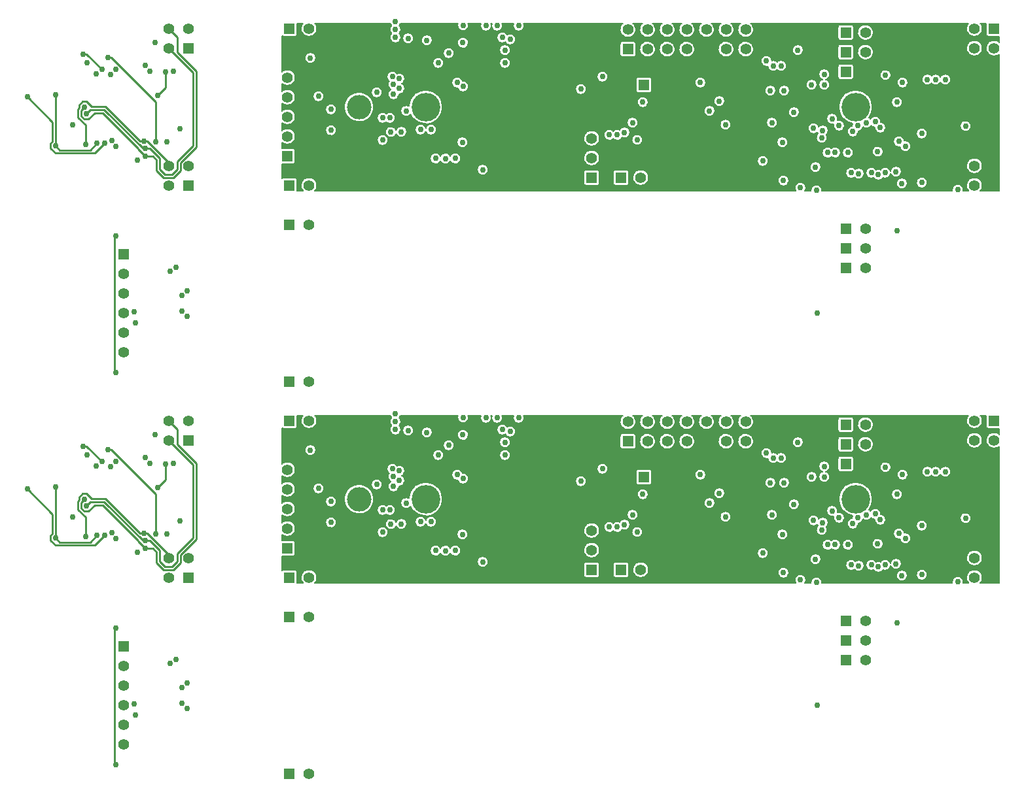
<source format=gbr>
G04 (created by PCBNEW (2013-07-07 BZR 4022)-stable) date 3/1/2014 5:06:07 PM*
%MOIN*%
G04 Gerber Fmt 3.4, Leading zero omitted, Abs format*
%FSLAX34Y34*%
G01*
G70*
G90*
G04 APERTURE LIST*
%ADD10C,0.00590551*%
%ADD11R,0.055X0.055*%
%ADD12C,0.055*%
%ADD13C,0.029*%
%ADD14C,0.146*%
%ADD15C,0.125*%
%ADD16C,0.023622*%
%ADD17C,0.03*%
%ADD18C,0.01*%
%ADD19C,0.006*%
G04 APERTURE END LIST*
G54D10*
G54D11*
X32300Y37950D03*
G54D12*
X32300Y38950D03*
X33300Y37950D03*
X33300Y38950D03*
X34300Y37950D03*
X34300Y38950D03*
X35300Y37950D03*
X35300Y38950D03*
X36300Y37950D03*
X36300Y38950D03*
X37300Y37950D03*
X37300Y38950D03*
X38300Y37950D03*
X38300Y38950D03*
G54D11*
X33116Y36128D03*
G54D12*
X32116Y36128D03*
G54D11*
X6600Y27500D03*
G54D12*
X6600Y26500D03*
X6600Y25500D03*
X6600Y24500D03*
X6600Y23500D03*
X6600Y22500D03*
G54D11*
X9900Y38000D03*
G54D12*
X8900Y38000D03*
X8900Y39000D03*
X9900Y39000D03*
G54D11*
X9900Y31000D03*
G54D12*
X8900Y31000D03*
X8900Y32000D03*
X9900Y32000D03*
G54D13*
X25050Y33000D03*
X25246Y33196D03*
X25246Y32803D03*
X24853Y32803D03*
X24853Y33196D03*
X28300Y35250D03*
X28103Y35053D03*
X28103Y35446D03*
X28496Y35446D03*
X28496Y35053D03*
G54D11*
X31950Y31400D03*
G54D12*
X32950Y31400D03*
G54D11*
X30450Y31400D03*
G54D12*
X30450Y32400D03*
X30450Y33400D03*
G54D14*
X22000Y35000D03*
X43900Y35000D03*
G54D15*
X18600Y35000D03*
X47300Y35000D03*
G54D16*
X25054Y36795D03*
X24700Y36795D03*
X24345Y36795D03*
X24345Y37150D03*
X24700Y37150D03*
X25054Y37150D03*
X25054Y37504D03*
X24700Y37504D03*
X24345Y37504D03*
G54D11*
X43400Y28800D03*
G54D12*
X44400Y28800D03*
G54D11*
X43400Y27800D03*
G54D12*
X44400Y27800D03*
G54D11*
X43400Y26800D03*
G54D12*
X44400Y26800D03*
G54D11*
X15050Y21000D03*
G54D12*
X16050Y21000D03*
G54D11*
X15050Y29000D03*
G54D12*
X16050Y29000D03*
G54D11*
X43400Y36800D03*
G54D12*
X44400Y36800D03*
G54D11*
X43400Y37800D03*
G54D12*
X44400Y37800D03*
G54D11*
X43400Y38800D03*
G54D12*
X44400Y38800D03*
G54D11*
X15050Y31000D03*
G54D12*
X16050Y31000D03*
G54D11*
X15050Y39000D03*
G54D12*
X16050Y39000D03*
G54D11*
X50950Y32000D03*
G54D12*
X49950Y32000D03*
X49950Y31000D03*
X50950Y31000D03*
G54D11*
X50950Y39000D03*
G54D12*
X49950Y39000D03*
X49950Y38000D03*
X50950Y38000D03*
G54D11*
X14950Y32500D03*
G54D12*
X14950Y33500D03*
X14950Y34500D03*
X14950Y35500D03*
X14950Y36500D03*
X14950Y37500D03*
G54D11*
X32300Y17950D03*
G54D12*
X32300Y18950D03*
X33300Y17950D03*
X33300Y18950D03*
X34300Y17950D03*
X34300Y18950D03*
X35300Y17950D03*
X35300Y18950D03*
X36300Y17950D03*
X36300Y18950D03*
X37300Y17950D03*
X37300Y18950D03*
X38300Y17950D03*
X38300Y18950D03*
G54D11*
X14950Y12500D03*
G54D12*
X14950Y13500D03*
X14950Y14500D03*
X14950Y15500D03*
X14950Y16500D03*
X14950Y17500D03*
G54D11*
X50950Y19000D03*
G54D12*
X49950Y19000D03*
X49950Y18000D03*
X50950Y18000D03*
G54D11*
X50950Y12000D03*
G54D12*
X49950Y12000D03*
X49950Y11000D03*
X50950Y11000D03*
G54D11*
X15050Y19000D03*
G54D12*
X16050Y19000D03*
G54D11*
X15050Y11000D03*
G54D12*
X16050Y11000D03*
G54D11*
X43400Y18800D03*
G54D12*
X44400Y18800D03*
G54D11*
X43400Y17800D03*
G54D12*
X44400Y17800D03*
G54D11*
X43400Y16800D03*
G54D12*
X44400Y16800D03*
G54D11*
X15050Y9000D03*
G54D12*
X16050Y9000D03*
G54D11*
X15050Y1000D03*
G54D12*
X16050Y1000D03*
G54D11*
X43400Y6800D03*
G54D12*
X44400Y6800D03*
G54D11*
X43400Y7800D03*
G54D12*
X44400Y7800D03*
G54D11*
X43400Y8800D03*
G54D12*
X44400Y8800D03*
G54D16*
X25054Y16795D03*
X24700Y16795D03*
X24345Y16795D03*
X24345Y17150D03*
X24700Y17150D03*
X25054Y17150D03*
X25054Y17504D03*
X24700Y17504D03*
X24345Y17504D03*
G54D14*
X22000Y15000D03*
X43900Y15000D03*
G54D15*
X18600Y15000D03*
X47300Y15000D03*
G54D11*
X30450Y11400D03*
G54D12*
X30450Y12400D03*
X30450Y13400D03*
G54D11*
X31950Y11400D03*
G54D12*
X32950Y11400D03*
G54D13*
X28300Y15250D03*
X28103Y15053D03*
X28103Y15446D03*
X28496Y15446D03*
X28496Y15053D03*
X25050Y13000D03*
X25246Y13196D03*
X25246Y12803D03*
X24853Y12803D03*
X24853Y13196D03*
G54D11*
X9900Y11000D03*
G54D12*
X8900Y11000D03*
X8900Y12000D03*
X9900Y12000D03*
G54D11*
X9900Y18000D03*
G54D12*
X8900Y18000D03*
X8900Y19000D03*
X9900Y19000D03*
G54D11*
X6600Y7500D03*
G54D12*
X6600Y6500D03*
X6600Y5500D03*
X6600Y4500D03*
X6600Y3500D03*
X6600Y2500D03*
G54D11*
X33116Y16128D03*
G54D12*
X32116Y16128D03*
G54D17*
X23500Y32375D03*
X23000Y32370D03*
X22500Y32375D03*
X22500Y12375D03*
X23000Y12370D03*
X23500Y12375D03*
X22050Y38400D03*
X20450Y38950D03*
X23900Y39167D03*
X26732Y39150D03*
X47267Y33650D03*
X16532Y35550D03*
X16117Y37500D03*
X19500Y35750D03*
X19800Y33317D03*
X22632Y37250D03*
X29900Y35917D03*
X46432Y33000D03*
X46283Y36250D03*
X42300Y36667D03*
X41750Y33917D03*
X41850Y31932D03*
X46000Y28682D03*
X41950Y24500D03*
X40750Y34732D03*
X4750Y37250D03*
X7700Y37125D03*
X7325Y32275D03*
X4025Y34075D03*
X7200Y24000D03*
X7200Y4000D03*
X4025Y14075D03*
X7325Y12275D03*
X7700Y17125D03*
X4750Y17250D03*
X40750Y14732D03*
X41950Y4500D03*
X46000Y8682D03*
X41850Y11932D03*
X41750Y13917D03*
X42300Y16667D03*
X46283Y16250D03*
X46432Y13000D03*
X29900Y15917D03*
X22632Y17250D03*
X19800Y13317D03*
X19500Y15750D03*
X16117Y17500D03*
X16532Y15550D03*
X47267Y13650D03*
X26732Y19150D03*
X23900Y19167D03*
X20450Y18950D03*
X22050Y18400D03*
X23894Y38275D03*
X44900Y34250D03*
X44900Y14250D03*
X23894Y18275D03*
X25632Y39150D03*
X42300Y36132D03*
X44000Y34050D03*
X47550Y36400D03*
X7150Y24550D03*
X4725Y34650D03*
X7700Y32875D03*
X7700Y12875D03*
X4725Y14650D03*
X7150Y4550D03*
X47550Y16400D03*
X44000Y14050D03*
X42300Y16132D03*
X25632Y19150D03*
X25067Y39150D03*
X41650Y36132D03*
X43750Y33750D03*
X47975Y36400D03*
X4625Y35000D03*
X7725Y32475D03*
X7725Y12475D03*
X4625Y15000D03*
X47975Y16400D03*
X43750Y13750D03*
X41650Y16132D03*
X25067Y19150D03*
X40100Y37100D03*
X26032Y37900D03*
X35990Y36246D03*
X35990Y16246D03*
X26032Y17900D03*
X40100Y17100D03*
X26300Y38450D03*
X39350Y37350D03*
X39350Y17350D03*
X26300Y18450D03*
X48475Y36400D03*
X39700Y37100D03*
X25900Y38550D03*
X49500Y34025D03*
X49500Y14025D03*
X25900Y18550D03*
X39700Y17100D03*
X48475Y16400D03*
X20350Y35650D03*
X21100Y38500D03*
X21100Y18500D03*
X20350Y15650D03*
X20300Y36550D03*
X20450Y38550D03*
X20450Y18550D03*
X20300Y16550D03*
X17174Y33818D03*
X20650Y35950D03*
X20650Y15950D03*
X17174Y13818D03*
X20350Y36150D03*
X17174Y34881D03*
X17174Y14881D03*
X20350Y16150D03*
X42700Y34400D03*
X42700Y14400D03*
X43050Y34050D03*
X43050Y14050D03*
X23167Y37750D03*
X31350Y33575D03*
X31000Y36550D03*
X41900Y30750D03*
X41900Y10750D03*
X31000Y16550D03*
X31350Y13575D03*
X23167Y17750D03*
X43675Y31650D03*
X39632Y34200D03*
X39632Y14200D03*
X43675Y11650D03*
X20175Y34450D03*
X44050Y31600D03*
X44050Y11600D03*
X20175Y14450D03*
X31750Y33575D03*
X45950Y31700D03*
X45950Y11700D03*
X31750Y13575D03*
X46250Y31100D03*
X45417Y36625D03*
X45417Y16625D03*
X46250Y11100D03*
X45050Y31550D03*
X45050Y11550D03*
X45400Y31650D03*
X45400Y11650D03*
X45150Y33950D03*
X45150Y13950D03*
X47275Y31150D03*
X49100Y30775D03*
X49100Y10775D03*
X47275Y11150D03*
X44450Y34200D03*
X36450Y34800D03*
X36950Y35300D03*
X40950Y37900D03*
X40950Y17900D03*
X36950Y15300D03*
X36450Y14800D03*
X44450Y14200D03*
X43500Y32675D03*
X42175Y33425D03*
X42175Y13425D03*
X43500Y12675D03*
X37275Y34100D03*
X45025Y32725D03*
X45025Y12725D03*
X37275Y14100D03*
X46100Y33250D03*
X41083Y30875D03*
X41083Y10875D03*
X46100Y13250D03*
X24900Y31800D03*
X23867Y33200D03*
X23867Y13200D03*
X24900Y11800D03*
X7950Y36825D03*
X7950Y16825D03*
X8225Y38275D03*
X8225Y18275D03*
X8350Y35575D03*
X8750Y36800D03*
X8750Y16800D03*
X8350Y15575D03*
X9150Y36825D03*
X9150Y16825D03*
X9475Y33900D03*
X9475Y13900D03*
X8800Y33225D03*
X8800Y13225D03*
X5800Y37507D03*
X8250Y33225D03*
X8250Y13225D03*
X5800Y17507D03*
X5200Y36675D03*
X5200Y16675D03*
X5500Y36925D03*
X4550Y37700D03*
X4550Y17700D03*
X5500Y16925D03*
X5950Y36650D03*
X5950Y16650D03*
X6200Y36925D03*
X6200Y16925D03*
X6225Y33000D03*
X6225Y13000D03*
X6025Y33300D03*
X6025Y13300D03*
X1704Y35511D03*
X5650Y33150D03*
X5650Y13150D03*
X1704Y15511D03*
X3150Y33007D03*
X5250Y33150D03*
X3150Y35625D03*
X3150Y15625D03*
X5250Y13150D03*
X3150Y13007D03*
X9275Y26825D03*
X9275Y6825D03*
X8975Y26625D03*
X8975Y6625D03*
X9575Y25375D03*
X9575Y5375D03*
X9850Y25625D03*
X9850Y5625D03*
X9850Y24325D03*
X9850Y4325D03*
X9575Y24600D03*
X9575Y4600D03*
X6225Y21450D03*
X6225Y28425D03*
X6225Y8425D03*
X6225Y1450D03*
X7650Y33250D03*
X4675Y33075D03*
X4675Y13075D03*
X7650Y13250D03*
X44700Y31650D03*
X42225Y33800D03*
X42225Y13800D03*
X44700Y11650D03*
X42475Y32675D03*
X40250Y35832D03*
X40250Y15832D03*
X42475Y12675D03*
X39550Y35832D03*
X42850Y32675D03*
X42850Y12675D03*
X39550Y15832D03*
X21100Y38900D03*
X22067Y37750D03*
X16800Y34350D03*
X19700Y32400D03*
X18200Y33967D03*
X22750Y39150D03*
X22632Y37750D03*
X22632Y36250D03*
X23332Y33850D03*
X23332Y33200D03*
X22767Y33200D03*
X26567Y37250D03*
X29432Y36550D03*
X29250Y35382D03*
X39050Y35267D03*
X41000Y36667D03*
X40750Y35267D03*
X41033Y33575D03*
X41850Y32467D03*
X49250Y35900D03*
X33895Y33400D03*
X46732Y33650D03*
X21025Y35175D03*
X41083Y31625D03*
X40025Y32450D03*
X31275Y33033D03*
X15750Y31950D03*
X29407Y38375D03*
X37448Y36246D03*
X37448Y16246D03*
X29407Y18375D03*
X15750Y11950D03*
X31275Y13033D03*
X40025Y12450D03*
X41083Y11625D03*
X21025Y15175D03*
X46732Y13650D03*
X33895Y13400D03*
X49250Y15900D03*
X41850Y12467D03*
X41033Y13575D03*
X40750Y15267D03*
X41000Y16667D03*
X39050Y15267D03*
X29250Y15382D03*
X29432Y16550D03*
X26567Y17250D03*
X22767Y13200D03*
X23332Y13200D03*
X23332Y13850D03*
X22632Y16250D03*
X22632Y17750D03*
X22750Y19150D03*
X18200Y13967D03*
X19700Y12400D03*
X16800Y14350D03*
X22067Y17750D03*
X21100Y18900D03*
X20225Y33725D03*
X23600Y36250D03*
X23600Y16250D03*
X20225Y13725D03*
X23900Y36050D03*
X22267Y33850D03*
X22267Y13850D03*
X23900Y16050D03*
X26032Y37250D03*
X21732Y33850D03*
X21732Y13850D03*
X26032Y17250D03*
X20450Y39350D03*
X20650Y36450D03*
X20650Y16450D03*
X20450Y19350D03*
X32125Y33700D03*
X19800Y34450D03*
X40167Y33200D03*
X40167Y13200D03*
X19800Y14450D03*
X32125Y13700D03*
X21000Y34800D03*
X33050Y35250D03*
X39167Y32250D03*
X46000Y35250D03*
X46000Y15250D03*
X39167Y12250D03*
X33050Y15250D03*
X21000Y14800D03*
X20750Y33732D03*
X32532Y34200D03*
X32775Y33325D03*
X40217Y31250D03*
X40217Y11250D03*
X32775Y13325D03*
X32532Y14200D03*
X20750Y13732D03*
G54D18*
X4725Y34650D02*
X4925Y34850D01*
X7600Y32875D02*
X5625Y34850D01*
X5625Y34850D02*
X4925Y34850D01*
X7700Y32875D02*
X7600Y32875D01*
X7948Y32875D02*
X8450Y32373D01*
X8450Y32373D02*
X8450Y31825D01*
X8450Y31825D02*
X8725Y31550D01*
X8725Y31550D02*
X9075Y31550D01*
X9075Y31550D02*
X9350Y31825D01*
X9350Y31825D02*
X9350Y32225D01*
X9350Y32225D02*
X10150Y33025D01*
X10150Y33025D02*
X10150Y36750D01*
X10150Y36750D02*
X8900Y38000D01*
X7700Y32875D02*
X7948Y32875D01*
X7700Y12875D02*
X7948Y12875D01*
X10150Y16750D02*
X8900Y18000D01*
X10150Y13025D02*
X10150Y16750D01*
X9350Y12225D02*
X10150Y13025D01*
X9350Y11825D02*
X9350Y12225D01*
X9075Y11550D02*
X9350Y11825D01*
X8725Y11550D02*
X9075Y11550D01*
X8450Y11825D02*
X8725Y11550D01*
X8450Y12373D02*
X8450Y11825D01*
X7948Y12875D02*
X8450Y12373D01*
X7700Y12875D02*
X7600Y12875D01*
X5625Y14850D02*
X4925Y14850D01*
X7600Y12875D02*
X5625Y14850D01*
X4725Y14650D02*
X4925Y14850D01*
X7350Y32850D02*
X7350Y32898D01*
X7350Y32898D02*
X5558Y34689D01*
X5558Y34689D02*
X5139Y34689D01*
X5139Y34689D02*
X4825Y34375D01*
X4825Y34375D02*
X4600Y34375D01*
X4600Y34375D02*
X4450Y34525D01*
X4450Y34525D02*
X4450Y34825D01*
X4450Y34825D02*
X4625Y35000D01*
X7725Y32475D02*
X7350Y32850D01*
X8114Y32475D02*
X8289Y32300D01*
X8289Y32300D02*
X8289Y31758D01*
X8289Y31758D02*
X8658Y31389D01*
X8658Y31389D02*
X9141Y31389D01*
X9141Y31389D02*
X9510Y31758D01*
X9510Y31758D02*
X9510Y32158D01*
X9510Y32158D02*
X10310Y32958D01*
X10310Y32958D02*
X10310Y36816D01*
X10310Y36816D02*
X9350Y37775D01*
X9350Y37775D02*
X9350Y38549D01*
X9350Y38549D02*
X8900Y39000D01*
X7725Y32475D02*
X8114Y32475D01*
X7725Y12475D02*
X8114Y12475D01*
X9350Y18549D02*
X8900Y19000D01*
X9350Y17775D02*
X9350Y18549D01*
X10310Y16816D02*
X9350Y17775D01*
X10310Y12958D02*
X10310Y16816D01*
X9510Y12158D02*
X10310Y12958D01*
X9510Y11758D02*
X9510Y12158D01*
X9141Y11389D02*
X9510Y11758D01*
X8658Y11389D02*
X9141Y11389D01*
X8289Y11758D02*
X8658Y11389D01*
X8289Y12300D02*
X8289Y11758D01*
X8114Y12475D02*
X8289Y12300D01*
X7725Y12475D02*
X7350Y12850D01*
X4450Y14825D02*
X4625Y15000D01*
X4450Y14525D02*
X4450Y14825D01*
X4600Y14375D02*
X4450Y14525D01*
X4825Y14375D02*
X4600Y14375D01*
X5139Y14689D02*
X4825Y14375D01*
X5558Y14689D02*
X5139Y14689D01*
X7350Y12898D02*
X5558Y14689D01*
X7350Y12850D02*
X7350Y12898D01*
X8350Y35575D02*
X8750Y35975D01*
X8750Y35975D02*
X8750Y36800D01*
X8750Y15975D02*
X8750Y16800D01*
X8350Y15575D02*
X8750Y15975D01*
X5992Y37507D02*
X8250Y35250D01*
X8250Y35250D02*
X8250Y33225D01*
X5800Y37507D02*
X5992Y37507D01*
X5800Y17507D02*
X5992Y17507D01*
X8250Y15250D02*
X8250Y13225D01*
X5992Y17507D02*
X8250Y15250D01*
X5500Y36925D02*
X4725Y37700D01*
X4725Y37700D02*
X4550Y37700D01*
X4725Y17700D02*
X4550Y17700D01*
X5500Y16925D02*
X4725Y17700D01*
X2989Y34226D02*
X2989Y33239D01*
X2989Y33239D02*
X2875Y33125D01*
X2875Y33125D02*
X2875Y32900D01*
X2875Y32900D02*
X3135Y32639D01*
X3135Y32639D02*
X5139Y32639D01*
X5139Y32639D02*
X5650Y33150D01*
X1704Y35511D02*
X2989Y34226D01*
X1704Y15511D02*
X2989Y14226D01*
X5139Y12639D02*
X5650Y13150D01*
X3135Y12639D02*
X5139Y12639D01*
X2875Y12900D02*
X3135Y12639D01*
X2875Y13125D02*
X2875Y12900D01*
X2989Y13239D02*
X2875Y13125D01*
X2989Y14226D02*
X2989Y13239D01*
X4900Y32800D02*
X3357Y32800D01*
X3357Y32800D02*
X3150Y33007D01*
X5250Y33150D02*
X4900Y32800D01*
X3150Y33007D02*
X3150Y35625D01*
X3150Y13007D02*
X3150Y15625D01*
X5250Y13150D02*
X4900Y12800D01*
X3357Y12800D02*
X3150Y13007D01*
X4900Y12800D02*
X3357Y12800D01*
X6150Y28350D02*
X6150Y21525D01*
X6150Y21525D02*
X6225Y21450D01*
X6225Y28425D02*
X6150Y28350D01*
X6225Y8425D02*
X6150Y8350D01*
X6150Y1525D02*
X6225Y1450D01*
X6150Y8350D02*
X6150Y1525D01*
X7800Y33250D02*
X8900Y32150D01*
X8900Y32150D02*
X8900Y32000D01*
X7650Y33250D02*
X7800Y33250D01*
X4675Y34073D02*
X4289Y34458D01*
X4289Y34458D02*
X4289Y34891D01*
X4289Y34891D02*
X4350Y34951D01*
X4350Y34951D02*
X4350Y35100D01*
X4350Y35100D02*
X4525Y35275D01*
X4525Y35275D02*
X4725Y35275D01*
X4725Y35275D02*
X4989Y35010D01*
X4989Y35010D02*
X5691Y35010D01*
X5691Y35010D02*
X7451Y33250D01*
X7451Y33250D02*
X7650Y33250D01*
X4675Y33075D02*
X4675Y34073D01*
X4675Y13075D02*
X4675Y14073D01*
X7451Y13250D02*
X7650Y13250D01*
X5691Y15010D02*
X7451Y13250D01*
X4989Y15010D02*
X5691Y15010D01*
X4725Y15275D02*
X4989Y15010D01*
X4525Y15275D02*
X4725Y15275D01*
X4350Y15100D02*
X4525Y15275D01*
X4350Y14951D02*
X4350Y15100D01*
X4289Y14891D02*
X4350Y14951D01*
X4289Y14458D02*
X4289Y14891D01*
X4675Y14073D02*
X4289Y14458D01*
X7650Y13250D02*
X7800Y13250D01*
X8900Y12150D02*
X8900Y12000D01*
X7800Y13250D02*
X8900Y12150D01*
G54D10*
G36*
X51220Y10730D02*
X50253Y10730D01*
X50258Y10734D01*
X50303Y10798D01*
X50336Y10871D01*
X50353Y10948D01*
X50355Y11039D01*
X50355Y12039D01*
X50355Y18039D01*
X50339Y18117D01*
X50309Y18191D01*
X50265Y18257D01*
X50209Y18313D01*
X50143Y18357D01*
X50070Y18388D01*
X49992Y18404D01*
X49913Y18405D01*
X49835Y18390D01*
X49761Y18360D01*
X49694Y18317D01*
X49638Y18261D01*
X49593Y18196D01*
X49562Y18123D01*
X49545Y18045D01*
X49544Y17965D01*
X49558Y17887D01*
X49588Y17813D01*
X49631Y17747D01*
X49686Y17690D01*
X49751Y17644D01*
X49824Y17612D01*
X49901Y17595D01*
X49981Y17594D01*
X50059Y17608D01*
X50133Y17636D01*
X50200Y17679D01*
X50258Y17734D01*
X50303Y17798D01*
X50336Y17871D01*
X50353Y17948D01*
X50355Y18039D01*
X50355Y12039D01*
X50339Y12117D01*
X50309Y12191D01*
X50265Y12257D01*
X50209Y12313D01*
X50143Y12357D01*
X50070Y12388D01*
X49992Y12404D01*
X49913Y12405D01*
X49835Y12390D01*
X49780Y12368D01*
X49780Y14052D01*
X49769Y14106D01*
X49748Y14157D01*
X49718Y14202D01*
X49679Y14241D01*
X49633Y14272D01*
X49583Y14293D01*
X49529Y14304D01*
X49474Y14305D01*
X49420Y14294D01*
X49369Y14274D01*
X49323Y14244D01*
X49284Y14205D01*
X49253Y14160D01*
X49231Y14110D01*
X49220Y14056D01*
X49219Y14001D01*
X49229Y13947D01*
X49249Y13896D01*
X49279Y13850D01*
X49317Y13810D01*
X49362Y13779D01*
X49413Y13757D01*
X49466Y13745D01*
X49521Y13744D01*
X49575Y13754D01*
X49626Y13773D01*
X49673Y13803D01*
X49712Y13841D01*
X49744Y13886D01*
X49766Y13936D01*
X49779Y13989D01*
X49780Y14052D01*
X49780Y12368D01*
X49761Y12360D01*
X49694Y12317D01*
X49638Y12261D01*
X49593Y12196D01*
X49562Y12123D01*
X49545Y12045D01*
X49544Y11965D01*
X49558Y11887D01*
X49588Y11813D01*
X49631Y11747D01*
X49686Y11690D01*
X49751Y11644D01*
X49824Y11612D01*
X49901Y11595D01*
X49981Y11594D01*
X50059Y11608D01*
X50133Y11636D01*
X50200Y11679D01*
X50258Y11734D01*
X50303Y11798D01*
X50336Y11871D01*
X50353Y11948D01*
X50355Y12039D01*
X50355Y11039D01*
X50339Y11117D01*
X50309Y11191D01*
X50265Y11257D01*
X50209Y11313D01*
X50143Y11357D01*
X50070Y11388D01*
X49992Y11404D01*
X49913Y11405D01*
X49835Y11390D01*
X49761Y11360D01*
X49694Y11317D01*
X49638Y11261D01*
X49593Y11196D01*
X49562Y11123D01*
X49545Y11045D01*
X49544Y10965D01*
X49558Y10887D01*
X49588Y10813D01*
X49631Y10747D01*
X49647Y10730D01*
X49376Y10730D01*
X49379Y10739D01*
X49380Y10802D01*
X49369Y10856D01*
X49348Y10907D01*
X49318Y10952D01*
X49279Y10991D01*
X49233Y11022D01*
X49183Y11043D01*
X49129Y11054D01*
X49074Y11055D01*
X49020Y11044D01*
X48969Y11024D01*
X48923Y10994D01*
X48884Y10955D01*
X48853Y10910D01*
X48831Y10860D01*
X48820Y10806D01*
X48819Y10751D01*
X48823Y10730D01*
X48755Y10730D01*
X48755Y16427D01*
X48744Y16481D01*
X48723Y16532D01*
X48693Y16577D01*
X48654Y16616D01*
X48608Y16647D01*
X48558Y16668D01*
X48504Y16679D01*
X48449Y16680D01*
X48395Y16669D01*
X48344Y16649D01*
X48298Y16619D01*
X48259Y16580D01*
X48228Y16535D01*
X48225Y16527D01*
X48223Y16532D01*
X48193Y16577D01*
X48154Y16616D01*
X48108Y16647D01*
X48058Y16668D01*
X48004Y16679D01*
X47949Y16680D01*
X47895Y16669D01*
X47844Y16649D01*
X47798Y16619D01*
X47762Y16583D01*
X47729Y16616D01*
X47683Y16647D01*
X47633Y16668D01*
X47579Y16679D01*
X47524Y16680D01*
X47470Y16669D01*
X47419Y16649D01*
X47373Y16619D01*
X47334Y16580D01*
X47303Y16535D01*
X47281Y16485D01*
X47270Y16431D01*
X47269Y16376D01*
X47279Y16322D01*
X47299Y16271D01*
X47329Y16225D01*
X47367Y16185D01*
X47412Y16154D01*
X47463Y16132D01*
X47516Y16120D01*
X47571Y16119D01*
X47625Y16129D01*
X47676Y16148D01*
X47723Y16178D01*
X47762Y16216D01*
X47763Y16216D01*
X47792Y16185D01*
X47837Y16154D01*
X47888Y16132D01*
X47941Y16120D01*
X47996Y16119D01*
X48050Y16129D01*
X48101Y16148D01*
X48148Y16178D01*
X48187Y16216D01*
X48219Y16261D01*
X48224Y16271D01*
X48224Y16271D01*
X48254Y16225D01*
X48292Y16185D01*
X48337Y16154D01*
X48388Y16132D01*
X48441Y16120D01*
X48496Y16119D01*
X48550Y16129D01*
X48601Y16148D01*
X48648Y16178D01*
X48687Y16216D01*
X48719Y16261D01*
X48741Y16311D01*
X48754Y16364D01*
X48755Y16427D01*
X48755Y10730D01*
X47555Y10730D01*
X47555Y11177D01*
X47547Y11215D01*
X47547Y13677D01*
X47536Y13731D01*
X47515Y13782D01*
X47485Y13827D01*
X47446Y13866D01*
X47401Y13897D01*
X47350Y13918D01*
X47296Y13929D01*
X47242Y13930D01*
X47188Y13919D01*
X47137Y13899D01*
X47091Y13869D01*
X47051Y13830D01*
X47020Y13785D01*
X46999Y13735D01*
X46987Y13681D01*
X46987Y13626D01*
X46997Y13572D01*
X47017Y13521D01*
X47047Y13475D01*
X47085Y13435D01*
X47130Y13404D01*
X47180Y13382D01*
X47234Y13370D01*
X47289Y13369D01*
X47343Y13379D01*
X47394Y13398D01*
X47440Y13428D01*
X47480Y13466D01*
X47512Y13511D01*
X47534Y13561D01*
X47546Y13614D01*
X47547Y13677D01*
X47547Y11215D01*
X47544Y11231D01*
X47523Y11282D01*
X47493Y11327D01*
X47454Y11366D01*
X47408Y11397D01*
X47358Y11418D01*
X47304Y11429D01*
X47249Y11430D01*
X47195Y11419D01*
X47144Y11399D01*
X47098Y11369D01*
X47059Y11330D01*
X47028Y11285D01*
X47006Y11235D01*
X46995Y11181D01*
X46994Y11126D01*
X47004Y11072D01*
X47024Y11021D01*
X47054Y10975D01*
X47092Y10935D01*
X47137Y10904D01*
X47188Y10882D01*
X47241Y10870D01*
X47296Y10869D01*
X47350Y10879D01*
X47401Y10898D01*
X47448Y10928D01*
X47487Y10966D01*
X47519Y11011D01*
X47541Y11061D01*
X47554Y11114D01*
X47555Y11177D01*
X47555Y10730D01*
X46712Y10730D01*
X46712Y13027D01*
X46701Y13081D01*
X46680Y13132D01*
X46650Y13177D01*
X46611Y13216D01*
X46566Y13247D01*
X46563Y13248D01*
X46563Y16277D01*
X46552Y16331D01*
X46531Y16382D01*
X46501Y16427D01*
X46462Y16466D01*
X46416Y16497D01*
X46366Y16518D01*
X46312Y16529D01*
X46257Y16530D01*
X46203Y16519D01*
X46152Y16499D01*
X46106Y16469D01*
X46067Y16430D01*
X46036Y16385D01*
X46014Y16335D01*
X46003Y16281D01*
X46002Y16226D01*
X46012Y16172D01*
X46032Y16121D01*
X46062Y16075D01*
X46100Y16035D01*
X46145Y16004D01*
X46196Y15982D01*
X46249Y15970D01*
X46304Y15969D01*
X46358Y15979D01*
X46409Y15998D01*
X46456Y16028D01*
X46495Y16066D01*
X46527Y16111D01*
X46549Y16161D01*
X46562Y16214D01*
X46563Y16277D01*
X46563Y13248D01*
X46515Y13268D01*
X46461Y13279D01*
X46407Y13280D01*
X46379Y13275D01*
X46380Y13277D01*
X46369Y13331D01*
X46348Y13382D01*
X46318Y13427D01*
X46280Y13466D01*
X46280Y15277D01*
X46269Y15331D01*
X46248Y15382D01*
X46218Y15427D01*
X46179Y15466D01*
X46133Y15497D01*
X46083Y15518D01*
X46029Y15529D01*
X45974Y15530D01*
X45920Y15519D01*
X45869Y15499D01*
X45823Y15469D01*
X45784Y15430D01*
X45753Y15385D01*
X45731Y15335D01*
X45720Y15281D01*
X45719Y15226D01*
X45729Y15172D01*
X45749Y15121D01*
X45779Y15075D01*
X45817Y15035D01*
X45862Y15004D01*
X45913Y14982D01*
X45966Y14970D01*
X46021Y14969D01*
X46075Y14979D01*
X46126Y14998D01*
X46173Y15028D01*
X46212Y15066D01*
X46244Y15111D01*
X46266Y15161D01*
X46279Y15214D01*
X46280Y15277D01*
X46280Y13466D01*
X46279Y13466D01*
X46233Y13497D01*
X46183Y13518D01*
X46129Y13529D01*
X46074Y13530D01*
X46020Y13519D01*
X45969Y13499D01*
X45923Y13469D01*
X45884Y13430D01*
X45853Y13385D01*
X45831Y13335D01*
X45820Y13281D01*
X45819Y13226D01*
X45829Y13172D01*
X45849Y13121D01*
X45879Y13075D01*
X45917Y13035D01*
X45962Y13004D01*
X46013Y12982D01*
X46066Y12970D01*
X46121Y12969D01*
X46152Y12974D01*
X46162Y12922D01*
X46182Y12871D01*
X46212Y12825D01*
X46250Y12785D01*
X46295Y12754D01*
X46345Y12732D01*
X46399Y12720D01*
X46454Y12719D01*
X46508Y12729D01*
X46559Y12748D01*
X46605Y12778D01*
X46645Y12816D01*
X46677Y12861D01*
X46699Y12911D01*
X46711Y12964D01*
X46712Y13027D01*
X46712Y10730D01*
X46530Y10730D01*
X46530Y11127D01*
X46519Y11181D01*
X46498Y11232D01*
X46468Y11277D01*
X46429Y11316D01*
X46383Y11347D01*
X46333Y11368D01*
X46279Y11379D01*
X46230Y11380D01*
X46230Y11727D01*
X46219Y11781D01*
X46198Y11832D01*
X46168Y11877D01*
X46129Y11916D01*
X46083Y11947D01*
X46033Y11968D01*
X45979Y11979D01*
X45924Y11980D01*
X45870Y11969D01*
X45819Y11949D01*
X45773Y11919D01*
X45734Y11880D01*
X45703Y11835D01*
X45697Y11820D01*
X45697Y16652D01*
X45686Y16706D01*
X45665Y16757D01*
X45635Y16802D01*
X45596Y16841D01*
X45550Y16872D01*
X45500Y16893D01*
X45446Y16904D01*
X45391Y16905D01*
X45337Y16894D01*
X45286Y16874D01*
X45240Y16844D01*
X45201Y16805D01*
X45170Y16760D01*
X45148Y16710D01*
X45137Y16656D01*
X45136Y16601D01*
X45146Y16547D01*
X45166Y16496D01*
X45196Y16450D01*
X45234Y16410D01*
X45279Y16379D01*
X45330Y16357D01*
X45383Y16345D01*
X45438Y16344D01*
X45492Y16354D01*
X45543Y16373D01*
X45590Y16403D01*
X45629Y16441D01*
X45661Y16486D01*
X45683Y16536D01*
X45696Y16589D01*
X45697Y16652D01*
X45697Y11820D01*
X45681Y11785D01*
X45670Y11731D01*
X45670Y11726D01*
X45669Y11731D01*
X45648Y11782D01*
X45618Y11827D01*
X45579Y11866D01*
X45533Y11897D01*
X45483Y11918D01*
X45430Y11929D01*
X45430Y13977D01*
X45419Y14031D01*
X45398Y14082D01*
X45368Y14127D01*
X45329Y14166D01*
X45283Y14197D01*
X45233Y14218D01*
X45179Y14229D01*
X45179Y14229D01*
X45180Y14277D01*
X45169Y14331D01*
X45148Y14382D01*
X45118Y14427D01*
X45079Y14466D01*
X45033Y14497D01*
X44983Y14518D01*
X44929Y14529D01*
X44874Y14530D01*
X44820Y14519D01*
X44805Y14513D01*
X44805Y17839D01*
X44805Y18839D01*
X44789Y18917D01*
X44759Y18991D01*
X44715Y19057D01*
X44659Y19113D01*
X44593Y19157D01*
X44520Y19188D01*
X44442Y19204D01*
X44363Y19205D01*
X44285Y19190D01*
X44211Y19160D01*
X44144Y19117D01*
X44088Y19061D01*
X44043Y18996D01*
X44012Y18923D01*
X43995Y18845D01*
X43994Y18765D01*
X44008Y18687D01*
X44038Y18613D01*
X44081Y18547D01*
X44136Y18490D01*
X44201Y18444D01*
X44274Y18412D01*
X44351Y18395D01*
X44431Y18394D01*
X44509Y18408D01*
X44583Y18436D01*
X44650Y18479D01*
X44708Y18534D01*
X44753Y18598D01*
X44786Y18671D01*
X44803Y18748D01*
X44805Y18839D01*
X44805Y17839D01*
X44789Y17917D01*
X44759Y17991D01*
X44715Y18057D01*
X44659Y18113D01*
X44593Y18157D01*
X44520Y18188D01*
X44442Y18204D01*
X44363Y18205D01*
X44285Y18190D01*
X44211Y18160D01*
X44144Y18117D01*
X44088Y18061D01*
X44043Y17996D01*
X44012Y17923D01*
X43995Y17845D01*
X43994Y17765D01*
X44008Y17687D01*
X44038Y17613D01*
X44081Y17547D01*
X44136Y17490D01*
X44201Y17444D01*
X44274Y17412D01*
X44351Y17395D01*
X44431Y17394D01*
X44509Y17408D01*
X44583Y17436D01*
X44650Y17479D01*
X44708Y17534D01*
X44753Y17598D01*
X44786Y17671D01*
X44803Y17748D01*
X44805Y17839D01*
X44805Y14513D01*
X44769Y14499D01*
X44723Y14469D01*
X44684Y14430D01*
X44656Y14389D01*
X44629Y14416D01*
X44583Y14447D01*
X44567Y14454D01*
X44651Y14573D01*
X44719Y14727D01*
X44757Y14891D01*
X44760Y15084D01*
X44727Y15249D01*
X44663Y15405D01*
X44569Y15546D01*
X44450Y15665D01*
X44311Y15760D01*
X44155Y15825D01*
X43990Y15859D01*
X43821Y15860D01*
X43805Y15857D01*
X43805Y16536D01*
X43805Y17536D01*
X43805Y18536D01*
X43805Y19087D01*
X43800Y19112D01*
X43790Y19136D01*
X43776Y19157D01*
X43758Y19175D01*
X43737Y19189D01*
X43713Y19199D01*
X43688Y19204D01*
X43663Y19205D01*
X43112Y19205D01*
X43087Y19200D01*
X43063Y19190D01*
X43042Y19176D01*
X43024Y19158D01*
X43010Y19137D01*
X43000Y19113D01*
X42995Y19088D01*
X42994Y19063D01*
X42994Y18512D01*
X42999Y18487D01*
X43009Y18463D01*
X43023Y18442D01*
X43041Y18424D01*
X43062Y18410D01*
X43086Y18400D01*
X43111Y18395D01*
X43136Y18394D01*
X43687Y18394D01*
X43712Y18399D01*
X43736Y18409D01*
X43757Y18423D01*
X43775Y18441D01*
X43789Y18462D01*
X43799Y18486D01*
X43804Y18511D01*
X43805Y18536D01*
X43805Y17536D01*
X43805Y18087D01*
X43800Y18112D01*
X43790Y18136D01*
X43776Y18157D01*
X43758Y18175D01*
X43737Y18189D01*
X43713Y18199D01*
X43688Y18204D01*
X43663Y18205D01*
X43112Y18205D01*
X43087Y18200D01*
X43063Y18190D01*
X43042Y18176D01*
X43024Y18158D01*
X43010Y18137D01*
X43000Y18113D01*
X42995Y18088D01*
X42994Y18063D01*
X42994Y17512D01*
X42999Y17487D01*
X43009Y17463D01*
X43023Y17442D01*
X43041Y17424D01*
X43062Y17410D01*
X43086Y17400D01*
X43111Y17395D01*
X43136Y17394D01*
X43687Y17394D01*
X43712Y17399D01*
X43736Y17409D01*
X43757Y17423D01*
X43775Y17441D01*
X43789Y17462D01*
X43799Y17486D01*
X43804Y17511D01*
X43805Y17536D01*
X43805Y16536D01*
X43805Y17087D01*
X43800Y17112D01*
X43790Y17136D01*
X43776Y17157D01*
X43758Y17175D01*
X43737Y17189D01*
X43713Y17199D01*
X43688Y17204D01*
X43663Y17205D01*
X43112Y17205D01*
X43087Y17200D01*
X43063Y17190D01*
X43042Y17176D01*
X43024Y17158D01*
X43010Y17137D01*
X43000Y17113D01*
X42995Y17088D01*
X42994Y17063D01*
X42994Y16512D01*
X42999Y16487D01*
X43009Y16463D01*
X43023Y16442D01*
X43041Y16424D01*
X43062Y16410D01*
X43086Y16400D01*
X43111Y16395D01*
X43136Y16394D01*
X43687Y16394D01*
X43712Y16399D01*
X43736Y16409D01*
X43757Y16423D01*
X43775Y16441D01*
X43789Y16462D01*
X43799Y16486D01*
X43804Y16511D01*
X43805Y16536D01*
X43805Y15857D01*
X43656Y15829D01*
X43499Y15765D01*
X43358Y15673D01*
X43238Y15555D01*
X43142Y15416D01*
X43076Y15261D01*
X43041Y15096D01*
X43038Y14927D01*
X43069Y14761D01*
X43131Y14604D01*
X43222Y14463D01*
X43339Y14341D01*
X43478Y14245D01*
X43632Y14178D01*
X43740Y14154D01*
X43731Y14135D01*
X43720Y14081D01*
X43719Y14029D01*
X43670Y14019D01*
X43619Y13999D01*
X43573Y13969D01*
X43534Y13930D01*
X43503Y13885D01*
X43481Y13835D01*
X43470Y13781D01*
X43469Y13726D01*
X43479Y13672D01*
X43499Y13621D01*
X43529Y13575D01*
X43567Y13535D01*
X43612Y13504D01*
X43663Y13482D01*
X43716Y13470D01*
X43771Y13469D01*
X43825Y13479D01*
X43876Y13498D01*
X43923Y13528D01*
X43962Y13566D01*
X43994Y13611D01*
X44016Y13661D01*
X44029Y13714D01*
X44029Y13770D01*
X44075Y13779D01*
X44126Y13798D01*
X44173Y13828D01*
X44212Y13866D01*
X44244Y13911D01*
X44266Y13961D01*
X44271Y13982D01*
X44312Y13954D01*
X44363Y13932D01*
X44416Y13920D01*
X44471Y13919D01*
X44525Y13929D01*
X44576Y13948D01*
X44623Y13978D01*
X44662Y14016D01*
X44694Y14060D01*
X44717Y14035D01*
X44762Y14004D01*
X44813Y13982D01*
X44866Y13970D01*
X44870Y13970D01*
X44869Y13926D01*
X44879Y13872D01*
X44899Y13821D01*
X44929Y13775D01*
X44967Y13735D01*
X45012Y13704D01*
X45063Y13682D01*
X45116Y13670D01*
X45171Y13669D01*
X45225Y13679D01*
X45276Y13698D01*
X45323Y13728D01*
X45362Y13766D01*
X45394Y13811D01*
X45416Y13861D01*
X45429Y13914D01*
X45430Y13977D01*
X45430Y11929D01*
X45429Y11929D01*
X45374Y11930D01*
X45320Y11919D01*
X45305Y11913D01*
X45305Y12752D01*
X45294Y12806D01*
X45273Y12857D01*
X45243Y12902D01*
X45204Y12941D01*
X45158Y12972D01*
X45108Y12993D01*
X45054Y13004D01*
X44999Y13005D01*
X44945Y12994D01*
X44894Y12974D01*
X44848Y12944D01*
X44809Y12905D01*
X44778Y12860D01*
X44756Y12810D01*
X44745Y12756D01*
X44744Y12701D01*
X44754Y12647D01*
X44774Y12596D01*
X44804Y12550D01*
X44842Y12510D01*
X44887Y12479D01*
X44938Y12457D01*
X44991Y12445D01*
X45046Y12444D01*
X45100Y12454D01*
X45151Y12473D01*
X45198Y12503D01*
X45237Y12541D01*
X45269Y12586D01*
X45291Y12636D01*
X45304Y12689D01*
X45305Y12752D01*
X45305Y11913D01*
X45269Y11899D01*
X45223Y11869D01*
X45184Y11830D01*
X45166Y11804D01*
X45133Y11818D01*
X45079Y11829D01*
X45024Y11830D01*
X44970Y11819D01*
X44933Y11804D01*
X44918Y11827D01*
X44879Y11866D01*
X44833Y11897D01*
X44783Y11918D01*
X44729Y11929D01*
X44674Y11930D01*
X44620Y11919D01*
X44569Y11899D01*
X44523Y11869D01*
X44484Y11830D01*
X44453Y11785D01*
X44431Y11735D01*
X44420Y11681D01*
X44419Y11626D01*
X44429Y11572D01*
X44449Y11521D01*
X44479Y11475D01*
X44517Y11435D01*
X44562Y11404D01*
X44613Y11382D01*
X44666Y11370D01*
X44721Y11369D01*
X44775Y11379D01*
X44816Y11394D01*
X44829Y11375D01*
X44867Y11335D01*
X44912Y11304D01*
X44963Y11282D01*
X45016Y11270D01*
X45071Y11269D01*
X45125Y11279D01*
X45176Y11298D01*
X45223Y11328D01*
X45262Y11366D01*
X45283Y11395D01*
X45313Y11382D01*
X45366Y11370D01*
X45421Y11369D01*
X45475Y11379D01*
X45526Y11398D01*
X45573Y11428D01*
X45612Y11466D01*
X45644Y11511D01*
X45666Y11561D01*
X45679Y11614D01*
X45679Y11623D01*
X45679Y11622D01*
X45699Y11571D01*
X45729Y11525D01*
X45767Y11485D01*
X45812Y11454D01*
X45863Y11432D01*
X45916Y11420D01*
X45971Y11419D01*
X46025Y11429D01*
X46076Y11448D01*
X46123Y11478D01*
X46162Y11516D01*
X46194Y11561D01*
X46216Y11611D01*
X46229Y11664D01*
X46230Y11727D01*
X46230Y11380D01*
X46224Y11380D01*
X46170Y11369D01*
X46119Y11349D01*
X46073Y11319D01*
X46034Y11280D01*
X46003Y11235D01*
X45981Y11185D01*
X45970Y11131D01*
X45969Y11076D01*
X45979Y11022D01*
X45999Y10971D01*
X46029Y10925D01*
X46067Y10885D01*
X46112Y10854D01*
X46163Y10832D01*
X46216Y10820D01*
X46271Y10819D01*
X46325Y10829D01*
X46376Y10848D01*
X46423Y10878D01*
X46462Y10916D01*
X46494Y10961D01*
X46516Y11011D01*
X46529Y11064D01*
X46530Y11127D01*
X46530Y10730D01*
X44330Y10730D01*
X44330Y11627D01*
X44319Y11681D01*
X44298Y11732D01*
X44268Y11777D01*
X44229Y11816D01*
X44183Y11847D01*
X44133Y11868D01*
X44079Y11879D01*
X44024Y11880D01*
X43970Y11869D01*
X43919Y11849D01*
X43890Y11830D01*
X43854Y11866D01*
X43808Y11897D01*
X43780Y11909D01*
X43780Y12702D01*
X43769Y12756D01*
X43748Y12807D01*
X43718Y12852D01*
X43679Y12891D01*
X43633Y12922D01*
X43583Y12943D01*
X43529Y12954D01*
X43474Y12955D01*
X43420Y12944D01*
X43369Y12924D01*
X43330Y12898D01*
X43330Y14077D01*
X43319Y14131D01*
X43298Y14182D01*
X43268Y14227D01*
X43229Y14266D01*
X43183Y14297D01*
X43133Y14318D01*
X43079Y14329D01*
X43024Y14330D01*
X42970Y14319D01*
X42968Y14319D01*
X42979Y14364D01*
X42980Y14427D01*
X42969Y14481D01*
X42948Y14532D01*
X42918Y14577D01*
X42879Y14616D01*
X42833Y14647D01*
X42783Y14668D01*
X42729Y14679D01*
X42674Y14680D01*
X42620Y14669D01*
X42580Y14653D01*
X42580Y16159D01*
X42569Y16213D01*
X42548Y16264D01*
X42518Y16310D01*
X42479Y16349D01*
X42433Y16379D01*
X42385Y16400D01*
X42426Y16416D01*
X42473Y16445D01*
X42512Y16483D01*
X42544Y16528D01*
X42566Y16578D01*
X42579Y16632D01*
X42580Y16694D01*
X42569Y16748D01*
X42548Y16799D01*
X42518Y16845D01*
X42479Y16884D01*
X42433Y16914D01*
X42383Y16936D01*
X42329Y16947D01*
X42274Y16947D01*
X42220Y16937D01*
X42169Y16916D01*
X42123Y16886D01*
X42084Y16848D01*
X42053Y16803D01*
X42031Y16752D01*
X42020Y16698D01*
X42019Y16643D01*
X42029Y16589D01*
X42049Y16538D01*
X42079Y16492D01*
X42117Y16453D01*
X42162Y16421D01*
X42213Y16399D01*
X42213Y16399D01*
X42169Y16381D01*
X42123Y16351D01*
X42084Y16313D01*
X42053Y16268D01*
X42031Y16217D01*
X42020Y16163D01*
X42019Y16108D01*
X42029Y16054D01*
X42049Y16003D01*
X42079Y15957D01*
X42117Y15918D01*
X42162Y15886D01*
X42213Y15864D01*
X42266Y15853D01*
X42321Y15851D01*
X42375Y15861D01*
X42426Y15881D01*
X42473Y15910D01*
X42512Y15948D01*
X42544Y15993D01*
X42566Y16043D01*
X42579Y16097D01*
X42580Y16159D01*
X42580Y14653D01*
X42569Y14649D01*
X42523Y14619D01*
X42484Y14580D01*
X42453Y14535D01*
X42431Y14485D01*
X42420Y14431D01*
X42419Y14376D01*
X42429Y14322D01*
X42449Y14271D01*
X42479Y14225D01*
X42517Y14185D01*
X42562Y14154D01*
X42613Y14132D01*
X42666Y14120D01*
X42721Y14119D01*
X42775Y14129D01*
X42780Y14131D01*
X42770Y14081D01*
X42769Y14026D01*
X42779Y13972D01*
X42799Y13921D01*
X42829Y13875D01*
X42867Y13835D01*
X42912Y13804D01*
X42963Y13782D01*
X43016Y13770D01*
X43071Y13769D01*
X43125Y13779D01*
X43176Y13798D01*
X43223Y13828D01*
X43262Y13866D01*
X43294Y13911D01*
X43316Y13961D01*
X43329Y14014D01*
X43330Y14077D01*
X43330Y12898D01*
X43323Y12894D01*
X43284Y12855D01*
X43253Y12810D01*
X43231Y12760D01*
X43220Y12706D01*
X43219Y12651D01*
X43229Y12597D01*
X43249Y12546D01*
X43279Y12500D01*
X43317Y12460D01*
X43362Y12429D01*
X43413Y12407D01*
X43466Y12395D01*
X43521Y12394D01*
X43575Y12404D01*
X43626Y12423D01*
X43673Y12453D01*
X43712Y12491D01*
X43744Y12536D01*
X43766Y12586D01*
X43779Y12639D01*
X43780Y12702D01*
X43780Y11909D01*
X43758Y11918D01*
X43704Y11929D01*
X43649Y11930D01*
X43595Y11919D01*
X43544Y11899D01*
X43498Y11869D01*
X43459Y11830D01*
X43428Y11785D01*
X43406Y11735D01*
X43395Y11681D01*
X43394Y11626D01*
X43404Y11572D01*
X43424Y11521D01*
X43454Y11475D01*
X43492Y11435D01*
X43537Y11404D01*
X43588Y11382D01*
X43641Y11370D01*
X43696Y11369D01*
X43750Y11379D01*
X43801Y11398D01*
X43834Y11419D01*
X43867Y11385D01*
X43912Y11354D01*
X43963Y11332D01*
X44016Y11320D01*
X44071Y11319D01*
X44125Y11329D01*
X44176Y11348D01*
X44223Y11378D01*
X44262Y11416D01*
X44294Y11461D01*
X44316Y11511D01*
X44329Y11564D01*
X44330Y11627D01*
X44330Y10730D01*
X43130Y10730D01*
X43130Y12702D01*
X43119Y12756D01*
X43098Y12807D01*
X43068Y12852D01*
X43029Y12891D01*
X42983Y12922D01*
X42933Y12943D01*
X42879Y12954D01*
X42824Y12955D01*
X42770Y12944D01*
X42719Y12924D01*
X42673Y12894D01*
X42662Y12883D01*
X42654Y12891D01*
X42608Y12922D01*
X42558Y12943D01*
X42505Y12954D01*
X42505Y13827D01*
X42494Y13881D01*
X42473Y13932D01*
X42443Y13977D01*
X42404Y14016D01*
X42358Y14047D01*
X42308Y14068D01*
X42254Y14079D01*
X42199Y14080D01*
X42145Y14069D01*
X42094Y14049D01*
X42048Y14019D01*
X42020Y13991D01*
X42019Y13998D01*
X41998Y14049D01*
X41968Y14095D01*
X41930Y14133D01*
X41930Y16159D01*
X41919Y16213D01*
X41898Y16264D01*
X41868Y16310D01*
X41829Y16349D01*
X41783Y16379D01*
X41733Y16401D01*
X41679Y16412D01*
X41624Y16412D01*
X41570Y16402D01*
X41519Y16381D01*
X41473Y16351D01*
X41434Y16313D01*
X41403Y16268D01*
X41381Y16217D01*
X41370Y16163D01*
X41369Y16108D01*
X41379Y16054D01*
X41399Y16003D01*
X41429Y15957D01*
X41467Y15918D01*
X41512Y15886D01*
X41563Y15864D01*
X41616Y15853D01*
X41671Y15851D01*
X41725Y15861D01*
X41776Y15881D01*
X41823Y15910D01*
X41862Y15948D01*
X41894Y15993D01*
X41916Y16043D01*
X41929Y16097D01*
X41930Y16159D01*
X41930Y14133D01*
X41929Y14134D01*
X41883Y14164D01*
X41833Y14186D01*
X41779Y14197D01*
X41724Y14197D01*
X41670Y14187D01*
X41619Y14166D01*
X41573Y14136D01*
X41534Y14098D01*
X41503Y14053D01*
X41481Y14002D01*
X41470Y13948D01*
X41469Y13893D01*
X41479Y13839D01*
X41499Y13788D01*
X41529Y13742D01*
X41567Y13703D01*
X41612Y13671D01*
X41663Y13649D01*
X41716Y13638D01*
X41771Y13636D01*
X41825Y13646D01*
X41876Y13666D01*
X41923Y13695D01*
X41954Y13725D01*
X41954Y13722D01*
X41974Y13671D01*
X41994Y13640D01*
X41959Y13605D01*
X41928Y13560D01*
X41906Y13510D01*
X41895Y13456D01*
X41894Y13401D01*
X41904Y13347D01*
X41924Y13296D01*
X41954Y13250D01*
X41992Y13210D01*
X42037Y13179D01*
X42088Y13157D01*
X42141Y13145D01*
X42196Y13144D01*
X42250Y13154D01*
X42301Y13173D01*
X42348Y13203D01*
X42387Y13241D01*
X42419Y13286D01*
X42441Y13336D01*
X42454Y13389D01*
X42455Y13452D01*
X42444Y13506D01*
X42423Y13557D01*
X42405Y13584D01*
X42437Y13616D01*
X42469Y13661D01*
X42491Y13711D01*
X42504Y13764D01*
X42505Y13827D01*
X42505Y12954D01*
X42504Y12954D01*
X42449Y12955D01*
X42395Y12944D01*
X42344Y12924D01*
X42298Y12894D01*
X42259Y12855D01*
X42228Y12810D01*
X42206Y12760D01*
X42195Y12706D01*
X42194Y12651D01*
X42204Y12597D01*
X42224Y12546D01*
X42254Y12500D01*
X42292Y12460D01*
X42337Y12429D01*
X42388Y12407D01*
X42441Y12395D01*
X42496Y12394D01*
X42550Y12404D01*
X42601Y12423D01*
X42648Y12453D01*
X42662Y12466D01*
X42667Y12460D01*
X42712Y12429D01*
X42763Y12407D01*
X42816Y12395D01*
X42871Y12394D01*
X42925Y12404D01*
X42976Y12423D01*
X43023Y12453D01*
X43062Y12491D01*
X43094Y12536D01*
X43116Y12586D01*
X43129Y12639D01*
X43130Y12702D01*
X43130Y10730D01*
X42179Y10730D01*
X42180Y10777D01*
X42169Y10831D01*
X42148Y10882D01*
X42130Y10909D01*
X42130Y11959D01*
X42119Y12013D01*
X42098Y12064D01*
X42068Y12110D01*
X42029Y12149D01*
X41983Y12179D01*
X41933Y12201D01*
X41879Y12212D01*
X41824Y12212D01*
X41770Y12202D01*
X41719Y12181D01*
X41673Y12151D01*
X41634Y12113D01*
X41603Y12068D01*
X41581Y12017D01*
X41570Y11963D01*
X41569Y11908D01*
X41579Y11854D01*
X41599Y11803D01*
X41629Y11757D01*
X41667Y11718D01*
X41712Y11686D01*
X41763Y11664D01*
X41816Y11653D01*
X41871Y11651D01*
X41925Y11661D01*
X41976Y11681D01*
X42023Y11710D01*
X42062Y11748D01*
X42094Y11793D01*
X42116Y11843D01*
X42129Y11897D01*
X42130Y11959D01*
X42130Y10909D01*
X42118Y10927D01*
X42079Y10966D01*
X42033Y10997D01*
X41983Y11018D01*
X41929Y11029D01*
X41874Y11030D01*
X41820Y11019D01*
X41769Y10999D01*
X41723Y10969D01*
X41684Y10930D01*
X41653Y10885D01*
X41631Y10835D01*
X41620Y10781D01*
X41619Y10730D01*
X41323Y10730D01*
X41327Y10736D01*
X41349Y10786D01*
X41362Y10839D01*
X41363Y10902D01*
X41352Y10956D01*
X41331Y11007D01*
X41301Y11052D01*
X41262Y11091D01*
X41230Y11113D01*
X41230Y17927D01*
X41219Y17981D01*
X41198Y18032D01*
X41168Y18077D01*
X41129Y18116D01*
X41083Y18147D01*
X41033Y18168D01*
X40979Y18179D01*
X40924Y18180D01*
X40870Y18169D01*
X40819Y18149D01*
X40773Y18119D01*
X40734Y18080D01*
X40703Y18035D01*
X40681Y17985D01*
X40670Y17931D01*
X40669Y17876D01*
X40679Y17822D01*
X40699Y17771D01*
X40729Y17725D01*
X40767Y17685D01*
X40812Y17654D01*
X40863Y17632D01*
X40916Y17620D01*
X40971Y17619D01*
X41025Y17629D01*
X41076Y17648D01*
X41123Y17678D01*
X41162Y17716D01*
X41194Y17761D01*
X41216Y17811D01*
X41229Y17864D01*
X41230Y17927D01*
X41230Y11113D01*
X41216Y11122D01*
X41166Y11143D01*
X41112Y11154D01*
X41057Y11155D01*
X41030Y11149D01*
X41030Y14759D01*
X41019Y14813D01*
X40998Y14864D01*
X40968Y14910D01*
X40929Y14949D01*
X40883Y14979D01*
X40833Y15001D01*
X40779Y15012D01*
X40724Y15012D01*
X40670Y15002D01*
X40619Y14981D01*
X40573Y14951D01*
X40534Y14913D01*
X40530Y14906D01*
X40530Y15859D01*
X40519Y15913D01*
X40498Y15964D01*
X40468Y16010D01*
X40429Y16049D01*
X40383Y16079D01*
X40380Y16081D01*
X40380Y17127D01*
X40369Y17181D01*
X40348Y17232D01*
X40318Y17277D01*
X40279Y17316D01*
X40233Y17347D01*
X40183Y17368D01*
X40129Y17379D01*
X40074Y17380D01*
X40020Y17369D01*
X39969Y17349D01*
X39923Y17319D01*
X39899Y17296D01*
X39879Y17316D01*
X39833Y17347D01*
X39783Y17368D01*
X39729Y17379D01*
X39674Y17380D01*
X39629Y17371D01*
X39630Y17377D01*
X39619Y17431D01*
X39598Y17482D01*
X39568Y17527D01*
X39529Y17566D01*
X39483Y17597D01*
X39433Y17618D01*
X39379Y17629D01*
X39324Y17630D01*
X39270Y17619D01*
X39219Y17599D01*
X39173Y17569D01*
X39134Y17530D01*
X39103Y17485D01*
X39081Y17435D01*
X39070Y17381D01*
X39069Y17326D01*
X39079Y17272D01*
X39099Y17221D01*
X39129Y17175D01*
X39167Y17135D01*
X39212Y17104D01*
X39263Y17082D01*
X39316Y17070D01*
X39371Y17069D01*
X39419Y17077D01*
X39419Y17076D01*
X39429Y17022D01*
X39449Y16971D01*
X39479Y16925D01*
X39517Y16885D01*
X39562Y16854D01*
X39613Y16832D01*
X39666Y16820D01*
X39721Y16819D01*
X39775Y16829D01*
X39826Y16848D01*
X39873Y16878D01*
X39900Y16903D01*
X39917Y16885D01*
X39962Y16854D01*
X40013Y16832D01*
X40066Y16820D01*
X40121Y16819D01*
X40175Y16829D01*
X40226Y16848D01*
X40273Y16878D01*
X40312Y16916D01*
X40344Y16961D01*
X40366Y17011D01*
X40379Y17064D01*
X40380Y17127D01*
X40380Y16081D01*
X40333Y16101D01*
X40279Y16112D01*
X40224Y16112D01*
X40170Y16102D01*
X40119Y16081D01*
X40073Y16051D01*
X40034Y16013D01*
X40003Y15968D01*
X39981Y15917D01*
X39970Y15863D01*
X39969Y15808D01*
X39979Y15754D01*
X39999Y15703D01*
X40029Y15657D01*
X40067Y15618D01*
X40112Y15586D01*
X40163Y15564D01*
X40216Y15553D01*
X40271Y15551D01*
X40325Y15561D01*
X40376Y15581D01*
X40423Y15610D01*
X40462Y15648D01*
X40494Y15693D01*
X40516Y15743D01*
X40529Y15797D01*
X40530Y15859D01*
X40530Y14906D01*
X40503Y14868D01*
X40481Y14817D01*
X40470Y14763D01*
X40469Y14708D01*
X40479Y14654D01*
X40499Y14603D01*
X40529Y14557D01*
X40567Y14518D01*
X40612Y14486D01*
X40663Y14464D01*
X40716Y14453D01*
X40771Y14451D01*
X40825Y14461D01*
X40876Y14481D01*
X40923Y14510D01*
X40962Y14548D01*
X40994Y14593D01*
X41016Y14643D01*
X41029Y14697D01*
X41030Y14759D01*
X41030Y11149D01*
X41003Y11144D01*
X40952Y11124D01*
X40906Y11094D01*
X40867Y11055D01*
X40836Y11010D01*
X40814Y10960D01*
X40803Y10906D01*
X40802Y10851D01*
X40812Y10797D01*
X40832Y10746D01*
X40843Y10730D01*
X40497Y10730D01*
X40497Y11277D01*
X40486Y11331D01*
X40465Y11382D01*
X40447Y11409D01*
X40447Y13227D01*
X40436Y13281D01*
X40415Y13332D01*
X40385Y13377D01*
X40346Y13416D01*
X40300Y13447D01*
X40250Y13468D01*
X40196Y13479D01*
X40141Y13480D01*
X40087Y13469D01*
X40036Y13449D01*
X39990Y13419D01*
X39951Y13380D01*
X39920Y13335D01*
X39912Y13317D01*
X39912Y14227D01*
X39901Y14281D01*
X39880Y14332D01*
X39850Y14377D01*
X39830Y14398D01*
X39830Y15859D01*
X39819Y15913D01*
X39798Y15964D01*
X39768Y16010D01*
X39729Y16049D01*
X39683Y16079D01*
X39633Y16101D01*
X39579Y16112D01*
X39524Y16112D01*
X39470Y16102D01*
X39419Y16081D01*
X39373Y16051D01*
X39334Y16013D01*
X39303Y15968D01*
X39281Y15917D01*
X39270Y15863D01*
X39269Y15808D01*
X39279Y15754D01*
X39299Y15703D01*
X39329Y15657D01*
X39367Y15618D01*
X39412Y15586D01*
X39463Y15564D01*
X39516Y15553D01*
X39571Y15551D01*
X39625Y15561D01*
X39676Y15581D01*
X39723Y15610D01*
X39762Y15648D01*
X39794Y15693D01*
X39816Y15743D01*
X39829Y15797D01*
X39830Y15859D01*
X39830Y14398D01*
X39811Y14416D01*
X39766Y14447D01*
X39715Y14468D01*
X39661Y14479D01*
X39607Y14480D01*
X39553Y14469D01*
X39502Y14449D01*
X39456Y14419D01*
X39416Y14380D01*
X39385Y14335D01*
X39364Y14285D01*
X39352Y14231D01*
X39352Y14176D01*
X39362Y14122D01*
X39382Y14071D01*
X39412Y14025D01*
X39450Y13985D01*
X39495Y13954D01*
X39545Y13932D01*
X39599Y13920D01*
X39654Y13919D01*
X39708Y13929D01*
X39759Y13948D01*
X39805Y13978D01*
X39845Y14016D01*
X39877Y14061D01*
X39899Y14111D01*
X39911Y14164D01*
X39912Y14227D01*
X39912Y13317D01*
X39898Y13285D01*
X39887Y13231D01*
X39886Y13176D01*
X39896Y13122D01*
X39916Y13071D01*
X39946Y13025D01*
X39984Y12985D01*
X40029Y12954D01*
X40080Y12932D01*
X40133Y12920D01*
X40188Y12919D01*
X40242Y12929D01*
X40293Y12948D01*
X40340Y12978D01*
X40379Y13016D01*
X40411Y13061D01*
X40433Y13111D01*
X40446Y13164D01*
X40447Y13227D01*
X40447Y11409D01*
X40435Y11427D01*
X40396Y11466D01*
X40350Y11497D01*
X40300Y11518D01*
X40246Y11529D01*
X40191Y11530D01*
X40137Y11519D01*
X40086Y11499D01*
X40040Y11469D01*
X40001Y11430D01*
X39970Y11385D01*
X39948Y11335D01*
X39937Y11281D01*
X39936Y11226D01*
X39946Y11172D01*
X39966Y11121D01*
X39996Y11075D01*
X40034Y11035D01*
X40079Y11004D01*
X40130Y10982D01*
X40183Y10970D01*
X40238Y10969D01*
X40292Y10979D01*
X40343Y10998D01*
X40390Y11028D01*
X40429Y11066D01*
X40461Y11111D01*
X40483Y11161D01*
X40496Y11214D01*
X40497Y11277D01*
X40497Y10730D01*
X39447Y10730D01*
X39447Y12277D01*
X39436Y12331D01*
X39415Y12382D01*
X39385Y12427D01*
X39346Y12466D01*
X39300Y12497D01*
X39250Y12518D01*
X39196Y12529D01*
X39141Y12530D01*
X39087Y12519D01*
X39036Y12499D01*
X38990Y12469D01*
X38951Y12430D01*
X38920Y12385D01*
X38898Y12335D01*
X38887Y12281D01*
X38886Y12226D01*
X38896Y12172D01*
X38916Y12121D01*
X38946Y12075D01*
X38984Y12035D01*
X39029Y12004D01*
X39080Y11982D01*
X39133Y11970D01*
X39188Y11969D01*
X39242Y11979D01*
X39293Y11998D01*
X39340Y12028D01*
X39379Y12066D01*
X39411Y12111D01*
X39433Y12161D01*
X39446Y12214D01*
X39447Y12277D01*
X39447Y10730D01*
X38705Y10730D01*
X38705Y17989D01*
X38689Y18067D01*
X38659Y18141D01*
X38615Y18207D01*
X38559Y18263D01*
X38493Y18307D01*
X38420Y18338D01*
X38342Y18354D01*
X38263Y18355D01*
X38185Y18340D01*
X38111Y18310D01*
X38044Y18267D01*
X37988Y18211D01*
X37943Y18146D01*
X37912Y18073D01*
X37895Y17995D01*
X37894Y17915D01*
X37908Y17837D01*
X37938Y17763D01*
X37981Y17697D01*
X38036Y17640D01*
X38101Y17594D01*
X38174Y17562D01*
X38251Y17545D01*
X38331Y17544D01*
X38409Y17558D01*
X38483Y17586D01*
X38550Y17629D01*
X38608Y17684D01*
X38653Y17748D01*
X38686Y17821D01*
X38703Y17898D01*
X38705Y17989D01*
X38705Y10730D01*
X37705Y10730D01*
X37705Y17989D01*
X37689Y18067D01*
X37659Y18141D01*
X37615Y18207D01*
X37559Y18263D01*
X37493Y18307D01*
X37420Y18338D01*
X37342Y18354D01*
X37263Y18355D01*
X37185Y18340D01*
X37111Y18310D01*
X37044Y18267D01*
X36988Y18211D01*
X36943Y18146D01*
X36912Y18073D01*
X36895Y17995D01*
X36894Y17915D01*
X36908Y17837D01*
X36938Y17763D01*
X36981Y17697D01*
X37036Y17640D01*
X37101Y17594D01*
X37174Y17562D01*
X37251Y17545D01*
X37331Y17544D01*
X37409Y17558D01*
X37483Y17586D01*
X37550Y17629D01*
X37608Y17684D01*
X37653Y17748D01*
X37686Y17821D01*
X37703Y17898D01*
X37705Y17989D01*
X37705Y10730D01*
X37555Y10730D01*
X37555Y14127D01*
X37544Y14181D01*
X37523Y14232D01*
X37493Y14277D01*
X37454Y14316D01*
X37408Y14347D01*
X37358Y14368D01*
X37304Y14379D01*
X37249Y14380D01*
X37230Y14376D01*
X37230Y15327D01*
X37219Y15381D01*
X37198Y15432D01*
X37168Y15477D01*
X37129Y15516D01*
X37083Y15547D01*
X37033Y15568D01*
X36979Y15579D01*
X36924Y15580D01*
X36870Y15569D01*
X36819Y15549D01*
X36773Y15519D01*
X36734Y15480D01*
X36703Y15435D01*
X36681Y15385D01*
X36670Y15331D01*
X36669Y15276D01*
X36679Y15222D01*
X36699Y15171D01*
X36729Y15125D01*
X36767Y15085D01*
X36812Y15054D01*
X36863Y15032D01*
X36916Y15020D01*
X36971Y15019D01*
X37025Y15029D01*
X37076Y15048D01*
X37123Y15078D01*
X37162Y15116D01*
X37194Y15161D01*
X37216Y15211D01*
X37229Y15264D01*
X37230Y15327D01*
X37230Y14376D01*
X37195Y14369D01*
X37144Y14349D01*
X37098Y14319D01*
X37059Y14280D01*
X37028Y14235D01*
X37006Y14185D01*
X36995Y14131D01*
X36994Y14076D01*
X37004Y14022D01*
X37024Y13971D01*
X37054Y13925D01*
X37092Y13885D01*
X37137Y13854D01*
X37188Y13832D01*
X37241Y13820D01*
X37296Y13819D01*
X37350Y13829D01*
X37401Y13848D01*
X37448Y13878D01*
X37487Y13916D01*
X37519Y13961D01*
X37541Y14011D01*
X37554Y14064D01*
X37555Y14127D01*
X37555Y10730D01*
X36730Y10730D01*
X36730Y14827D01*
X36719Y14881D01*
X36698Y14932D01*
X36668Y14977D01*
X36629Y15016D01*
X36583Y15047D01*
X36533Y15068D01*
X36479Y15079D01*
X36424Y15080D01*
X36370Y15069D01*
X36319Y15049D01*
X36273Y15019D01*
X36270Y15015D01*
X36270Y16273D01*
X36259Y16327D01*
X36238Y16378D01*
X36208Y16424D01*
X36169Y16463D01*
X36123Y16493D01*
X36073Y16515D01*
X36019Y16526D01*
X35964Y16526D01*
X35910Y16516D01*
X35859Y16495D01*
X35813Y16465D01*
X35774Y16427D01*
X35743Y16382D01*
X35721Y16331D01*
X35710Y16277D01*
X35709Y16222D01*
X35719Y16168D01*
X35739Y16117D01*
X35769Y16071D01*
X35807Y16032D01*
X35852Y16000D01*
X35903Y15978D01*
X35956Y15967D01*
X36011Y15965D01*
X36065Y15975D01*
X36117Y15995D01*
X36163Y16024D01*
X36203Y16062D01*
X36234Y16107D01*
X36257Y16157D01*
X36269Y16211D01*
X36270Y16273D01*
X36270Y15015D01*
X36234Y14980D01*
X36203Y14935D01*
X36181Y14885D01*
X36170Y14831D01*
X36169Y14776D01*
X36179Y14722D01*
X36199Y14671D01*
X36229Y14625D01*
X36267Y14585D01*
X36312Y14554D01*
X36363Y14532D01*
X36416Y14520D01*
X36471Y14519D01*
X36525Y14529D01*
X36576Y14548D01*
X36623Y14578D01*
X36662Y14616D01*
X36694Y14661D01*
X36716Y14711D01*
X36729Y14764D01*
X36730Y14827D01*
X36730Y10730D01*
X35705Y10730D01*
X35705Y17989D01*
X35689Y18067D01*
X35659Y18141D01*
X35615Y18207D01*
X35559Y18263D01*
X35493Y18307D01*
X35420Y18338D01*
X35342Y18354D01*
X35263Y18355D01*
X35185Y18340D01*
X35111Y18310D01*
X35044Y18267D01*
X34988Y18211D01*
X34943Y18146D01*
X34912Y18073D01*
X34895Y17995D01*
X34894Y17915D01*
X34908Y17837D01*
X34938Y17763D01*
X34981Y17697D01*
X35036Y17640D01*
X35101Y17594D01*
X35174Y17562D01*
X35251Y17545D01*
X35331Y17544D01*
X35409Y17558D01*
X35483Y17586D01*
X35550Y17629D01*
X35608Y17684D01*
X35653Y17748D01*
X35686Y17821D01*
X35703Y17898D01*
X35705Y17989D01*
X35705Y10730D01*
X34705Y10730D01*
X34705Y17989D01*
X34689Y18067D01*
X34659Y18141D01*
X34615Y18207D01*
X34559Y18263D01*
X34493Y18307D01*
X34420Y18338D01*
X34342Y18354D01*
X34263Y18355D01*
X34185Y18340D01*
X34111Y18310D01*
X34044Y18267D01*
X33988Y18211D01*
X33943Y18146D01*
X33912Y18073D01*
X33895Y17995D01*
X33894Y17915D01*
X33908Y17837D01*
X33938Y17763D01*
X33981Y17697D01*
X34036Y17640D01*
X34101Y17594D01*
X34174Y17562D01*
X34251Y17545D01*
X34331Y17544D01*
X34409Y17558D01*
X34483Y17586D01*
X34550Y17629D01*
X34608Y17684D01*
X34653Y17748D01*
X34686Y17821D01*
X34703Y17898D01*
X34705Y17989D01*
X34705Y10730D01*
X33705Y10730D01*
X33705Y17989D01*
X33689Y18067D01*
X33659Y18141D01*
X33615Y18207D01*
X33559Y18263D01*
X33493Y18307D01*
X33420Y18338D01*
X33342Y18354D01*
X33263Y18355D01*
X33185Y18340D01*
X33111Y18310D01*
X33044Y18267D01*
X32988Y18211D01*
X32943Y18146D01*
X32912Y18073D01*
X32895Y17995D01*
X32894Y17915D01*
X32908Y17837D01*
X32938Y17763D01*
X32981Y17697D01*
X33036Y17640D01*
X33101Y17594D01*
X33174Y17562D01*
X33251Y17545D01*
X33331Y17544D01*
X33409Y17558D01*
X33483Y17586D01*
X33550Y17629D01*
X33608Y17684D01*
X33653Y17748D01*
X33686Y17821D01*
X33703Y17898D01*
X33705Y17989D01*
X33705Y10730D01*
X33521Y10730D01*
X33521Y15865D01*
X33521Y16416D01*
X33516Y16441D01*
X33506Y16464D01*
X33492Y16485D01*
X33474Y16503D01*
X33453Y16518D01*
X33429Y16528D01*
X33404Y16533D01*
X33379Y16533D01*
X32828Y16533D01*
X32803Y16528D01*
X32779Y16518D01*
X32758Y16504D01*
X32740Y16486D01*
X32726Y16465D01*
X32716Y16441D01*
X32711Y16417D01*
X32711Y16391D01*
X32711Y15840D01*
X32716Y15815D01*
X32725Y15792D01*
X32739Y15770D01*
X32757Y15752D01*
X32779Y15738D01*
X32802Y15728D01*
X32827Y15723D01*
X32852Y15723D01*
X33403Y15723D01*
X33428Y15728D01*
X33452Y15738D01*
X33473Y15752D01*
X33491Y15770D01*
X33506Y15791D01*
X33515Y15814D01*
X33521Y15839D01*
X33521Y15865D01*
X33521Y10730D01*
X33355Y10730D01*
X33355Y11439D01*
X33339Y11517D01*
X33330Y11540D01*
X33330Y15277D01*
X33319Y15331D01*
X33298Y15382D01*
X33268Y15427D01*
X33229Y15466D01*
X33183Y15497D01*
X33133Y15518D01*
X33079Y15529D01*
X33024Y15530D01*
X32970Y15519D01*
X32919Y15499D01*
X32873Y15469D01*
X32834Y15430D01*
X32803Y15385D01*
X32781Y15335D01*
X32770Y15281D01*
X32769Y15226D01*
X32779Y15172D01*
X32799Y15121D01*
X32829Y15075D01*
X32867Y15035D01*
X32912Y15004D01*
X32963Y14982D01*
X33016Y14970D01*
X33071Y14969D01*
X33125Y14979D01*
X33176Y14998D01*
X33223Y15028D01*
X33262Y15066D01*
X33294Y15111D01*
X33316Y15161D01*
X33329Y15214D01*
X33330Y15277D01*
X33330Y11540D01*
X33309Y11591D01*
X33265Y11657D01*
X33209Y11713D01*
X33143Y11757D01*
X33070Y11788D01*
X33055Y11791D01*
X33055Y13352D01*
X33044Y13406D01*
X33023Y13457D01*
X32993Y13502D01*
X32954Y13541D01*
X32908Y13572D01*
X32858Y13593D01*
X32812Y13603D01*
X32812Y14227D01*
X32801Y14281D01*
X32780Y14332D01*
X32750Y14377D01*
X32711Y14416D01*
X32705Y14421D01*
X32705Y17686D01*
X32705Y18237D01*
X32700Y18262D01*
X32690Y18286D01*
X32676Y18307D01*
X32658Y18325D01*
X32637Y18339D01*
X32613Y18349D01*
X32588Y18354D01*
X32563Y18355D01*
X32012Y18355D01*
X31987Y18350D01*
X31963Y18340D01*
X31942Y18326D01*
X31924Y18308D01*
X31910Y18287D01*
X31900Y18263D01*
X31895Y18238D01*
X31894Y18213D01*
X31894Y17662D01*
X31899Y17637D01*
X31909Y17613D01*
X31923Y17592D01*
X31941Y17574D01*
X31962Y17560D01*
X31986Y17550D01*
X32011Y17545D01*
X32036Y17544D01*
X32587Y17544D01*
X32612Y17549D01*
X32636Y17559D01*
X32657Y17573D01*
X32675Y17591D01*
X32689Y17612D01*
X32699Y17636D01*
X32704Y17661D01*
X32705Y17686D01*
X32705Y14421D01*
X32666Y14447D01*
X32615Y14468D01*
X32561Y14479D01*
X32507Y14480D01*
X32453Y14469D01*
X32402Y14449D01*
X32356Y14419D01*
X32316Y14380D01*
X32285Y14335D01*
X32264Y14285D01*
X32252Y14231D01*
X32252Y14176D01*
X32262Y14122D01*
X32282Y14071D01*
X32312Y14025D01*
X32350Y13985D01*
X32395Y13954D01*
X32445Y13932D01*
X32499Y13920D01*
X32554Y13919D01*
X32608Y13929D01*
X32659Y13948D01*
X32705Y13978D01*
X32745Y14016D01*
X32777Y14061D01*
X32799Y14111D01*
X32811Y14164D01*
X32812Y14227D01*
X32812Y13603D01*
X32804Y13604D01*
X32749Y13605D01*
X32695Y13594D01*
X32644Y13574D01*
X32598Y13544D01*
X32559Y13505D01*
X32528Y13460D01*
X32506Y13410D01*
X32495Y13356D01*
X32494Y13301D01*
X32504Y13247D01*
X32524Y13196D01*
X32554Y13150D01*
X32592Y13110D01*
X32637Y13079D01*
X32688Y13057D01*
X32741Y13045D01*
X32796Y13044D01*
X32850Y13054D01*
X32901Y13073D01*
X32948Y13103D01*
X32987Y13141D01*
X33019Y13186D01*
X33041Y13236D01*
X33054Y13289D01*
X33055Y13352D01*
X33055Y11791D01*
X32992Y11804D01*
X32913Y11805D01*
X32835Y11790D01*
X32761Y11760D01*
X32694Y11717D01*
X32638Y11661D01*
X32593Y11596D01*
X32562Y11523D01*
X32545Y11445D01*
X32544Y11365D01*
X32558Y11287D01*
X32588Y11213D01*
X32631Y11147D01*
X32686Y11090D01*
X32751Y11044D01*
X32824Y11012D01*
X32901Y10995D01*
X32981Y10994D01*
X33059Y11008D01*
X33133Y11036D01*
X33200Y11079D01*
X33258Y11134D01*
X33303Y11198D01*
X33336Y11271D01*
X33353Y11348D01*
X33355Y11439D01*
X33355Y10730D01*
X32405Y10730D01*
X32405Y13727D01*
X32394Y13781D01*
X32373Y13832D01*
X32343Y13877D01*
X32304Y13916D01*
X32258Y13947D01*
X32208Y13968D01*
X32154Y13979D01*
X32099Y13980D01*
X32045Y13969D01*
X31994Y13949D01*
X31948Y13919D01*
X31909Y13880D01*
X31878Y13835D01*
X31874Y13826D01*
X31833Y13843D01*
X31779Y13854D01*
X31724Y13855D01*
X31670Y13844D01*
X31619Y13824D01*
X31573Y13794D01*
X31549Y13771D01*
X31529Y13791D01*
X31483Y13822D01*
X31433Y13843D01*
X31379Y13854D01*
X31324Y13855D01*
X31280Y13846D01*
X31280Y16577D01*
X31269Y16631D01*
X31248Y16682D01*
X31218Y16727D01*
X31179Y16766D01*
X31133Y16797D01*
X31083Y16818D01*
X31029Y16829D01*
X30974Y16830D01*
X30920Y16819D01*
X30869Y16799D01*
X30823Y16769D01*
X30784Y16730D01*
X30753Y16685D01*
X30731Y16635D01*
X30720Y16581D01*
X30719Y16526D01*
X30729Y16472D01*
X30749Y16421D01*
X30779Y16375D01*
X30817Y16335D01*
X30862Y16304D01*
X30913Y16282D01*
X30966Y16270D01*
X31021Y16269D01*
X31075Y16279D01*
X31126Y16298D01*
X31173Y16328D01*
X31212Y16366D01*
X31244Y16411D01*
X31266Y16461D01*
X31279Y16514D01*
X31280Y16577D01*
X31280Y13846D01*
X31270Y13844D01*
X31219Y13824D01*
X31173Y13794D01*
X31134Y13755D01*
X31103Y13710D01*
X31081Y13660D01*
X31070Y13606D01*
X31069Y13551D01*
X31079Y13497D01*
X31099Y13446D01*
X31129Y13400D01*
X31167Y13360D01*
X31212Y13329D01*
X31263Y13307D01*
X31316Y13295D01*
X31371Y13294D01*
X31425Y13304D01*
X31476Y13323D01*
X31523Y13353D01*
X31550Y13378D01*
X31567Y13360D01*
X31612Y13329D01*
X31663Y13307D01*
X31716Y13295D01*
X31771Y13294D01*
X31825Y13304D01*
X31876Y13323D01*
X31923Y13353D01*
X31962Y13391D01*
X31994Y13436D01*
X32000Y13448D01*
X32038Y13432D01*
X32091Y13420D01*
X32146Y13419D01*
X32200Y13429D01*
X32251Y13448D01*
X32298Y13478D01*
X32337Y13516D01*
X32369Y13561D01*
X32391Y13611D01*
X32404Y13664D01*
X32405Y13727D01*
X32405Y10730D01*
X32355Y10730D01*
X32355Y11136D01*
X32355Y11687D01*
X32350Y11712D01*
X32340Y11736D01*
X32326Y11757D01*
X32308Y11775D01*
X32287Y11789D01*
X32263Y11799D01*
X32238Y11804D01*
X32213Y11805D01*
X31662Y11805D01*
X31637Y11800D01*
X31613Y11790D01*
X31592Y11776D01*
X31574Y11758D01*
X31560Y11737D01*
X31550Y11713D01*
X31545Y11688D01*
X31544Y11663D01*
X31544Y11112D01*
X31549Y11087D01*
X31559Y11063D01*
X31573Y11042D01*
X31591Y11024D01*
X31612Y11010D01*
X31636Y11000D01*
X31661Y10995D01*
X31686Y10994D01*
X32237Y10994D01*
X32262Y10999D01*
X32286Y11009D01*
X32307Y11023D01*
X32325Y11041D01*
X32339Y11062D01*
X32349Y11086D01*
X32354Y11111D01*
X32355Y11136D01*
X32355Y10730D01*
X30855Y10730D01*
X30855Y11136D01*
X30855Y11609D01*
X30855Y12439D01*
X30855Y13439D01*
X30839Y13517D01*
X30809Y13591D01*
X30765Y13657D01*
X30709Y13713D01*
X30643Y13757D01*
X30570Y13788D01*
X30492Y13804D01*
X30413Y13805D01*
X30335Y13790D01*
X30261Y13760D01*
X30194Y13717D01*
X30180Y13702D01*
X30180Y15944D01*
X30169Y15998D01*
X30148Y16049D01*
X30118Y16095D01*
X30079Y16134D01*
X30033Y16164D01*
X29983Y16186D01*
X29929Y16197D01*
X29874Y16197D01*
X29820Y16187D01*
X29769Y16166D01*
X29723Y16136D01*
X29684Y16098D01*
X29653Y16053D01*
X29631Y16002D01*
X29620Y15948D01*
X29619Y15893D01*
X29629Y15839D01*
X29649Y15788D01*
X29679Y15742D01*
X29717Y15703D01*
X29762Y15671D01*
X29813Y15649D01*
X29866Y15638D01*
X29921Y15636D01*
X29975Y15646D01*
X30026Y15666D01*
X30073Y15695D01*
X30112Y15733D01*
X30144Y15778D01*
X30166Y15828D01*
X30179Y15882D01*
X30180Y15944D01*
X30180Y13702D01*
X30138Y13661D01*
X30093Y13596D01*
X30062Y13523D01*
X30045Y13445D01*
X30044Y13365D01*
X30058Y13287D01*
X30088Y13213D01*
X30131Y13147D01*
X30186Y13090D01*
X30251Y13044D01*
X30324Y13012D01*
X30401Y12995D01*
X30481Y12994D01*
X30559Y13008D01*
X30633Y13036D01*
X30700Y13079D01*
X30758Y13134D01*
X30803Y13198D01*
X30836Y13271D01*
X30853Y13348D01*
X30855Y13439D01*
X30855Y12439D01*
X30839Y12517D01*
X30809Y12591D01*
X30765Y12657D01*
X30709Y12713D01*
X30643Y12757D01*
X30570Y12788D01*
X30492Y12804D01*
X30413Y12805D01*
X30335Y12790D01*
X30261Y12760D01*
X30194Y12717D01*
X30138Y12661D01*
X30093Y12596D01*
X30062Y12523D01*
X30045Y12445D01*
X30044Y12365D01*
X30058Y12287D01*
X30088Y12213D01*
X30131Y12147D01*
X30186Y12090D01*
X30251Y12044D01*
X30324Y12012D01*
X30401Y11995D01*
X30481Y11994D01*
X30559Y12008D01*
X30633Y12036D01*
X30700Y12079D01*
X30758Y12134D01*
X30803Y12198D01*
X30836Y12271D01*
X30853Y12348D01*
X30855Y12439D01*
X30855Y11609D01*
X30855Y11687D01*
X30850Y11712D01*
X30840Y11736D01*
X30826Y11757D01*
X30808Y11775D01*
X30787Y11789D01*
X30763Y11799D01*
X30738Y11804D01*
X30713Y11805D01*
X30162Y11805D01*
X30137Y11800D01*
X30113Y11790D01*
X30092Y11776D01*
X30074Y11758D01*
X30060Y11737D01*
X30050Y11713D01*
X30045Y11688D01*
X30044Y11663D01*
X30044Y11112D01*
X30049Y11087D01*
X30059Y11063D01*
X30073Y11042D01*
X30091Y11024D01*
X30112Y11010D01*
X30136Y11000D01*
X30161Y10995D01*
X30186Y10994D01*
X30737Y10994D01*
X30762Y10999D01*
X30786Y11009D01*
X30807Y11023D01*
X30825Y11041D01*
X30839Y11062D01*
X30849Y11086D01*
X30854Y11111D01*
X30855Y11136D01*
X30855Y10730D01*
X26580Y10730D01*
X26580Y18477D01*
X26569Y18531D01*
X26548Y18582D01*
X26518Y18627D01*
X26479Y18666D01*
X26433Y18697D01*
X26383Y18718D01*
X26329Y18729D01*
X26274Y18730D01*
X26220Y18719D01*
X26169Y18699D01*
X26146Y18684D01*
X26118Y18727D01*
X26079Y18766D01*
X26033Y18797D01*
X25983Y18818D01*
X25929Y18829D01*
X25874Y18830D01*
X25820Y18819D01*
X25769Y18799D01*
X25723Y18769D01*
X25684Y18730D01*
X25653Y18685D01*
X25631Y18635D01*
X25620Y18581D01*
X25619Y18526D01*
X25629Y18472D01*
X25649Y18421D01*
X25679Y18375D01*
X25717Y18335D01*
X25762Y18304D01*
X25813Y18282D01*
X25866Y18270D01*
X25921Y18269D01*
X25975Y18279D01*
X26026Y18298D01*
X26053Y18315D01*
X26079Y18275D01*
X26117Y18235D01*
X26162Y18204D01*
X26213Y18182D01*
X26266Y18170D01*
X26321Y18169D01*
X26375Y18179D01*
X26426Y18198D01*
X26473Y18228D01*
X26512Y18266D01*
X26544Y18311D01*
X26566Y18361D01*
X26579Y18414D01*
X26580Y18477D01*
X26580Y10730D01*
X26312Y10730D01*
X26312Y17277D01*
X26312Y17927D01*
X26301Y17981D01*
X26280Y18032D01*
X26250Y18077D01*
X26211Y18116D01*
X26166Y18147D01*
X26115Y18168D01*
X26061Y18179D01*
X26007Y18180D01*
X25953Y18169D01*
X25902Y18149D01*
X25856Y18119D01*
X25816Y18080D01*
X25785Y18035D01*
X25764Y17985D01*
X25752Y17931D01*
X25752Y17876D01*
X25762Y17822D01*
X25782Y17771D01*
X25812Y17725D01*
X25850Y17685D01*
X25895Y17654D01*
X25945Y17632D01*
X25999Y17620D01*
X26054Y17619D01*
X26108Y17629D01*
X26159Y17648D01*
X26205Y17678D01*
X26245Y17716D01*
X26277Y17761D01*
X26299Y17811D01*
X26311Y17864D01*
X26312Y17927D01*
X26312Y17277D01*
X26301Y17331D01*
X26280Y17382D01*
X26250Y17427D01*
X26211Y17466D01*
X26166Y17497D01*
X26115Y17518D01*
X26061Y17529D01*
X26007Y17530D01*
X25953Y17519D01*
X25902Y17499D01*
X25856Y17469D01*
X25816Y17430D01*
X25785Y17385D01*
X25764Y17335D01*
X25752Y17281D01*
X25752Y17226D01*
X25762Y17172D01*
X25782Y17121D01*
X25812Y17075D01*
X25850Y17035D01*
X25895Y17004D01*
X25945Y16982D01*
X25999Y16970D01*
X26054Y16969D01*
X26108Y16979D01*
X26159Y16998D01*
X26205Y17028D01*
X26245Y17066D01*
X26277Y17111D01*
X26299Y17161D01*
X26311Y17214D01*
X26312Y17277D01*
X26312Y10730D01*
X25180Y10730D01*
X25180Y11827D01*
X25169Y11881D01*
X25148Y11932D01*
X25118Y11977D01*
X25079Y12016D01*
X25033Y12047D01*
X24983Y12068D01*
X24929Y12079D01*
X24874Y12080D01*
X24820Y12069D01*
X24769Y12049D01*
X24723Y12019D01*
X24684Y11980D01*
X24653Y11935D01*
X24631Y11885D01*
X24620Y11831D01*
X24619Y11776D01*
X24629Y11722D01*
X24649Y11671D01*
X24679Y11625D01*
X24717Y11585D01*
X24762Y11554D01*
X24813Y11532D01*
X24866Y11520D01*
X24921Y11519D01*
X24975Y11529D01*
X25026Y11548D01*
X25073Y11578D01*
X25112Y11616D01*
X25144Y11661D01*
X25166Y11711D01*
X25179Y11764D01*
X25180Y11827D01*
X25180Y10730D01*
X24180Y10730D01*
X24180Y16077D01*
X24174Y16103D01*
X24174Y18302D01*
X24164Y18356D01*
X24143Y18407D01*
X24112Y18452D01*
X24074Y18491D01*
X24028Y18522D01*
X23978Y18543D01*
X23924Y18554D01*
X23869Y18555D01*
X23815Y18544D01*
X23764Y18524D01*
X23718Y18494D01*
X23679Y18455D01*
X23648Y18410D01*
X23626Y18360D01*
X23615Y18306D01*
X23614Y18251D01*
X23624Y18197D01*
X23644Y18146D01*
X23674Y18100D01*
X23712Y18060D01*
X23757Y18029D01*
X23807Y18007D01*
X23861Y17995D01*
X23916Y17994D01*
X23970Y18004D01*
X24021Y18023D01*
X24068Y18053D01*
X24107Y18091D01*
X24139Y18136D01*
X24161Y18186D01*
X24174Y18239D01*
X24174Y18302D01*
X24174Y16103D01*
X24169Y16131D01*
X24148Y16182D01*
X24118Y16227D01*
X24079Y16266D01*
X24033Y16297D01*
X23983Y16318D01*
X23929Y16329D01*
X23874Y16330D01*
X23869Y16329D01*
X23869Y16331D01*
X23848Y16382D01*
X23818Y16427D01*
X23779Y16466D01*
X23733Y16497D01*
X23683Y16518D01*
X23629Y16529D01*
X23574Y16530D01*
X23520Y16519D01*
X23469Y16499D01*
X23447Y16484D01*
X23447Y17777D01*
X23436Y17831D01*
X23415Y17882D01*
X23385Y17927D01*
X23346Y17966D01*
X23301Y17997D01*
X23250Y18018D01*
X23196Y18029D01*
X23142Y18030D01*
X23088Y18019D01*
X23037Y17999D01*
X22991Y17969D01*
X22951Y17930D01*
X22920Y17885D01*
X22899Y17835D01*
X22887Y17781D01*
X22887Y17726D01*
X22897Y17672D01*
X22917Y17621D01*
X22947Y17575D01*
X22985Y17535D01*
X23030Y17504D01*
X23080Y17482D01*
X23134Y17470D01*
X23189Y17469D01*
X23243Y17479D01*
X23294Y17498D01*
X23340Y17528D01*
X23380Y17566D01*
X23412Y17611D01*
X23434Y17661D01*
X23446Y17714D01*
X23447Y17777D01*
X23447Y16484D01*
X23423Y16469D01*
X23384Y16430D01*
X23353Y16385D01*
X23331Y16335D01*
X23320Y16281D01*
X23319Y16226D01*
X23329Y16172D01*
X23349Y16121D01*
X23379Y16075D01*
X23417Y16035D01*
X23462Y16004D01*
X23513Y15982D01*
X23566Y15970D01*
X23621Y15969D01*
X23630Y15970D01*
X23649Y15921D01*
X23679Y15875D01*
X23717Y15835D01*
X23762Y15804D01*
X23813Y15782D01*
X23866Y15770D01*
X23921Y15769D01*
X23975Y15779D01*
X24026Y15798D01*
X24073Y15828D01*
X24112Y15866D01*
X24144Y15911D01*
X24166Y15961D01*
X24179Y16014D01*
X24180Y16077D01*
X24180Y10730D01*
X24147Y10730D01*
X24147Y13227D01*
X24136Y13281D01*
X24115Y13332D01*
X24085Y13377D01*
X24046Y13416D01*
X24001Y13447D01*
X23950Y13468D01*
X23896Y13479D01*
X23842Y13480D01*
X23788Y13469D01*
X23737Y13449D01*
X23691Y13419D01*
X23651Y13380D01*
X23620Y13335D01*
X23599Y13285D01*
X23587Y13231D01*
X23587Y13176D01*
X23597Y13122D01*
X23617Y13071D01*
X23647Y13025D01*
X23685Y12985D01*
X23730Y12954D01*
X23780Y12932D01*
X23834Y12920D01*
X23889Y12919D01*
X23943Y12929D01*
X23994Y12948D01*
X24040Y12978D01*
X24080Y13016D01*
X24112Y13061D01*
X24134Y13111D01*
X24146Y13164D01*
X24147Y13227D01*
X24147Y10730D01*
X23780Y10730D01*
X23780Y12402D01*
X23769Y12456D01*
X23748Y12507D01*
X23718Y12552D01*
X23679Y12591D01*
X23633Y12622D01*
X23583Y12643D01*
X23529Y12654D01*
X23474Y12655D01*
X23420Y12644D01*
X23369Y12624D01*
X23323Y12594D01*
X23284Y12555D01*
X23253Y12510D01*
X23249Y12500D01*
X23248Y12502D01*
X23218Y12548D01*
X23179Y12587D01*
X23133Y12617D01*
X23083Y12639D01*
X23029Y12650D01*
X22974Y12650D01*
X22920Y12640D01*
X22912Y12637D01*
X22912Y17277D01*
X22901Y17331D01*
X22880Y17382D01*
X22850Y17427D01*
X22811Y17466D01*
X22766Y17497D01*
X22715Y17518D01*
X22661Y17529D01*
X22607Y17530D01*
X22553Y17519D01*
X22502Y17499D01*
X22456Y17469D01*
X22416Y17430D01*
X22385Y17385D01*
X22364Y17335D01*
X22352Y17281D01*
X22352Y17226D01*
X22362Y17172D01*
X22382Y17121D01*
X22412Y17075D01*
X22450Y17035D01*
X22495Y17004D01*
X22545Y16982D01*
X22599Y16970D01*
X22654Y16969D01*
X22708Y16979D01*
X22759Y16998D01*
X22805Y17028D01*
X22845Y17066D01*
X22877Y17111D01*
X22899Y17161D01*
X22911Y17214D01*
X22912Y17277D01*
X22912Y12637D01*
X22869Y12619D01*
X22860Y12613D01*
X22860Y15084D01*
X22827Y15249D01*
X22763Y15405D01*
X22669Y15546D01*
X22550Y15665D01*
X22411Y15760D01*
X22330Y15794D01*
X22330Y18427D01*
X22319Y18481D01*
X22298Y18532D01*
X22268Y18577D01*
X22229Y18616D01*
X22183Y18647D01*
X22133Y18668D01*
X22079Y18679D01*
X22024Y18680D01*
X21970Y18669D01*
X21919Y18649D01*
X21873Y18619D01*
X21834Y18580D01*
X21803Y18535D01*
X21781Y18485D01*
X21770Y18431D01*
X21769Y18376D01*
X21779Y18322D01*
X21799Y18271D01*
X21829Y18225D01*
X21867Y18185D01*
X21912Y18154D01*
X21963Y18132D01*
X22016Y18120D01*
X22071Y18119D01*
X22125Y18129D01*
X22176Y18148D01*
X22223Y18178D01*
X22262Y18216D01*
X22294Y18261D01*
X22316Y18311D01*
X22329Y18364D01*
X22330Y18427D01*
X22330Y15794D01*
X22255Y15825D01*
X22090Y15859D01*
X21921Y15860D01*
X21756Y15829D01*
X21599Y15765D01*
X21458Y15673D01*
X21380Y15596D01*
X21380Y18527D01*
X21369Y18581D01*
X21348Y18632D01*
X21318Y18677D01*
X21279Y18716D01*
X21233Y18747D01*
X21183Y18768D01*
X21129Y18779D01*
X21074Y18780D01*
X21020Y18769D01*
X20969Y18749D01*
X20923Y18719D01*
X20884Y18680D01*
X20853Y18635D01*
X20831Y18585D01*
X20820Y18531D01*
X20819Y18476D01*
X20829Y18422D01*
X20849Y18371D01*
X20879Y18325D01*
X20917Y18285D01*
X20962Y18254D01*
X21013Y18232D01*
X21066Y18220D01*
X21121Y18219D01*
X21175Y18229D01*
X21226Y18248D01*
X21273Y18278D01*
X21312Y18316D01*
X21344Y18361D01*
X21366Y18411D01*
X21379Y18464D01*
X21380Y18527D01*
X21380Y15596D01*
X21338Y15555D01*
X21242Y15416D01*
X21176Y15261D01*
X21141Y15096D01*
X21140Y15043D01*
X21133Y15047D01*
X21083Y15068D01*
X21029Y15079D01*
X20974Y15080D01*
X20930Y15071D01*
X20930Y15977D01*
X20919Y16031D01*
X20898Y16082D01*
X20868Y16127D01*
X20829Y16166D01*
X20783Y16197D01*
X20778Y16199D01*
X20823Y16228D01*
X20862Y16266D01*
X20894Y16311D01*
X20916Y16361D01*
X20929Y16414D01*
X20930Y16477D01*
X20919Y16531D01*
X20898Y16582D01*
X20868Y16627D01*
X20829Y16666D01*
X20783Y16697D01*
X20733Y16718D01*
X20679Y16729D01*
X20624Y16730D01*
X20570Y16719D01*
X20533Y16704D01*
X20518Y16727D01*
X20479Y16766D01*
X20433Y16797D01*
X20383Y16818D01*
X20329Y16829D01*
X20274Y16830D01*
X20220Y16819D01*
X20169Y16799D01*
X20123Y16769D01*
X20084Y16730D01*
X20053Y16685D01*
X20031Y16635D01*
X20020Y16581D01*
X20019Y16526D01*
X20029Y16472D01*
X20049Y16421D01*
X20079Y16375D01*
X20117Y16335D01*
X20131Y16326D01*
X20103Y16285D01*
X20081Y16235D01*
X20070Y16181D01*
X20069Y16126D01*
X20079Y16072D01*
X20099Y16021D01*
X20129Y15975D01*
X20167Y15935D01*
X20212Y15904D01*
X20222Y15900D01*
X20219Y15899D01*
X20173Y15869D01*
X20134Y15830D01*
X20103Y15785D01*
X20081Y15735D01*
X20070Y15681D01*
X20069Y15626D01*
X20079Y15572D01*
X20099Y15521D01*
X20129Y15475D01*
X20167Y15435D01*
X20212Y15404D01*
X20263Y15382D01*
X20316Y15370D01*
X20371Y15369D01*
X20425Y15379D01*
X20476Y15398D01*
X20523Y15428D01*
X20562Y15466D01*
X20594Y15511D01*
X20616Y15561D01*
X20629Y15614D01*
X20629Y15670D01*
X20671Y15669D01*
X20725Y15679D01*
X20776Y15698D01*
X20823Y15728D01*
X20862Y15766D01*
X20894Y15811D01*
X20916Y15861D01*
X20929Y15914D01*
X20930Y15977D01*
X20930Y15071D01*
X20920Y15069D01*
X20869Y15049D01*
X20823Y15019D01*
X20784Y14980D01*
X20753Y14935D01*
X20731Y14885D01*
X20720Y14831D01*
X20719Y14776D01*
X20729Y14722D01*
X20749Y14671D01*
X20779Y14625D01*
X20817Y14585D01*
X20862Y14554D01*
X20913Y14532D01*
X20966Y14520D01*
X21021Y14519D01*
X21075Y14529D01*
X21126Y14548D01*
X21173Y14578D01*
X21212Y14616D01*
X21221Y14628D01*
X21231Y14604D01*
X21322Y14463D01*
X21439Y14341D01*
X21578Y14245D01*
X21732Y14178D01*
X21897Y14141D01*
X22066Y14138D01*
X22232Y14167D01*
X22389Y14228D01*
X22532Y14319D01*
X22654Y14435D01*
X22751Y14573D01*
X22819Y14727D01*
X22857Y14891D01*
X22860Y15084D01*
X22860Y12613D01*
X22823Y12589D01*
X22784Y12551D01*
X22753Y12506D01*
X22751Y12500D01*
X22748Y12507D01*
X22718Y12552D01*
X22679Y12591D01*
X22633Y12622D01*
X22583Y12643D01*
X22547Y12651D01*
X22547Y13877D01*
X22536Y13931D01*
X22515Y13982D01*
X22485Y14027D01*
X22446Y14066D01*
X22401Y14097D01*
X22350Y14118D01*
X22296Y14129D01*
X22242Y14130D01*
X22188Y14119D01*
X22137Y14099D01*
X22091Y14069D01*
X22051Y14030D01*
X22020Y13985D01*
X21999Y13936D01*
X21980Y13982D01*
X21950Y14027D01*
X21911Y14066D01*
X21866Y14097D01*
X21815Y14118D01*
X21761Y14129D01*
X21707Y14130D01*
X21653Y14119D01*
X21602Y14099D01*
X21556Y14069D01*
X21516Y14030D01*
X21485Y13985D01*
X21464Y13935D01*
X21452Y13881D01*
X21452Y13826D01*
X21462Y13772D01*
X21482Y13721D01*
X21512Y13675D01*
X21550Y13635D01*
X21595Y13604D01*
X21645Y13582D01*
X21699Y13570D01*
X21754Y13569D01*
X21808Y13579D01*
X21859Y13598D01*
X21905Y13628D01*
X21945Y13666D01*
X21977Y13711D01*
X21999Y13761D01*
X22000Y13764D01*
X22017Y13721D01*
X22047Y13675D01*
X22085Y13635D01*
X22130Y13604D01*
X22180Y13582D01*
X22234Y13570D01*
X22289Y13569D01*
X22343Y13579D01*
X22394Y13598D01*
X22440Y13628D01*
X22480Y13666D01*
X22512Y13711D01*
X22534Y13761D01*
X22546Y13814D01*
X22547Y13877D01*
X22547Y12651D01*
X22529Y12654D01*
X22474Y12655D01*
X22420Y12644D01*
X22369Y12624D01*
X22323Y12594D01*
X22284Y12555D01*
X22253Y12510D01*
X22231Y12460D01*
X22220Y12406D01*
X22219Y12351D01*
X22229Y12297D01*
X22249Y12246D01*
X22279Y12200D01*
X22317Y12160D01*
X22362Y12129D01*
X22413Y12107D01*
X22466Y12095D01*
X22521Y12094D01*
X22575Y12104D01*
X22626Y12123D01*
X22673Y12153D01*
X22712Y12191D01*
X22744Y12236D01*
X22748Y12244D01*
X22749Y12241D01*
X22779Y12195D01*
X22817Y12156D01*
X22862Y12124D01*
X22913Y12102D01*
X22966Y12091D01*
X23021Y12089D01*
X23075Y12099D01*
X23126Y12119D01*
X23173Y12148D01*
X23212Y12186D01*
X23244Y12231D01*
X23250Y12245D01*
X23279Y12200D01*
X23317Y12160D01*
X23362Y12129D01*
X23413Y12107D01*
X23466Y12095D01*
X23521Y12094D01*
X23575Y12104D01*
X23626Y12123D01*
X23673Y12153D01*
X23712Y12191D01*
X23744Y12236D01*
X23766Y12286D01*
X23779Y12339D01*
X23780Y12402D01*
X23780Y10730D01*
X21030Y10730D01*
X21030Y13759D01*
X21019Y13813D01*
X20998Y13864D01*
X20968Y13910D01*
X20929Y13949D01*
X20883Y13979D01*
X20833Y14001D01*
X20779Y14012D01*
X20724Y14012D01*
X20670Y14002D01*
X20619Y13981D01*
X20573Y13951D01*
X20534Y13913D01*
X20503Y13868D01*
X20485Y13826D01*
X20473Y13857D01*
X20455Y13884D01*
X20455Y14477D01*
X20444Y14531D01*
X20423Y14582D01*
X20393Y14627D01*
X20354Y14666D01*
X20308Y14697D01*
X20258Y14718D01*
X20204Y14729D01*
X20149Y14730D01*
X20095Y14719D01*
X20044Y14699D01*
X19998Y14669D01*
X19987Y14658D01*
X19979Y14666D01*
X19933Y14697D01*
X19883Y14718D01*
X19829Y14729D01*
X19780Y14730D01*
X19780Y15777D01*
X19769Y15831D01*
X19748Y15882D01*
X19718Y15927D01*
X19679Y15966D01*
X19633Y15997D01*
X19583Y16018D01*
X19529Y16029D01*
X19474Y16030D01*
X19420Y16019D01*
X19369Y15999D01*
X19323Y15969D01*
X19284Y15930D01*
X19253Y15885D01*
X19231Y15835D01*
X19220Y15781D01*
X19219Y15726D01*
X19229Y15672D01*
X19249Y15621D01*
X19279Y15575D01*
X19317Y15535D01*
X19362Y15504D01*
X19413Y15482D01*
X19466Y15470D01*
X19521Y15469D01*
X19575Y15479D01*
X19626Y15498D01*
X19673Y15528D01*
X19712Y15566D01*
X19744Y15611D01*
X19766Y15661D01*
X19779Y15714D01*
X19780Y15777D01*
X19780Y14730D01*
X19774Y14730D01*
X19720Y14719D01*
X19669Y14699D01*
X19623Y14669D01*
X19584Y14630D01*
X19553Y14585D01*
X19531Y14535D01*
X19520Y14481D01*
X19519Y14426D01*
X19529Y14372D01*
X19549Y14321D01*
X19579Y14275D01*
X19617Y14235D01*
X19662Y14204D01*
X19713Y14182D01*
X19766Y14170D01*
X19821Y14169D01*
X19875Y14179D01*
X19926Y14198D01*
X19973Y14228D01*
X19987Y14241D01*
X19992Y14235D01*
X20037Y14204D01*
X20088Y14182D01*
X20141Y14170D01*
X20196Y14169D01*
X20250Y14179D01*
X20301Y14198D01*
X20348Y14228D01*
X20387Y14266D01*
X20419Y14311D01*
X20441Y14361D01*
X20454Y14414D01*
X20455Y14477D01*
X20455Y13884D01*
X20443Y13902D01*
X20404Y13941D01*
X20358Y13972D01*
X20308Y13993D01*
X20254Y14004D01*
X20199Y14005D01*
X20145Y13994D01*
X20094Y13974D01*
X20048Y13944D01*
X20009Y13905D01*
X19978Y13860D01*
X19956Y13810D01*
X19945Y13756D01*
X19944Y13701D01*
X19954Y13647D01*
X19974Y13596D01*
X20004Y13550D01*
X20042Y13510D01*
X20087Y13479D01*
X20138Y13457D01*
X20191Y13445D01*
X20246Y13444D01*
X20300Y13454D01*
X20351Y13473D01*
X20398Y13503D01*
X20437Y13541D01*
X20469Y13586D01*
X20489Y13630D01*
X20499Y13603D01*
X20529Y13557D01*
X20567Y13518D01*
X20612Y13486D01*
X20663Y13464D01*
X20716Y13453D01*
X20771Y13451D01*
X20825Y13461D01*
X20876Y13481D01*
X20923Y13510D01*
X20962Y13548D01*
X20994Y13593D01*
X21016Y13643D01*
X21029Y13697D01*
X21030Y13759D01*
X21030Y10730D01*
X20080Y10730D01*
X20080Y13344D01*
X20069Y13398D01*
X20048Y13449D01*
X20018Y13494D01*
X19979Y13533D01*
X19933Y13564D01*
X19883Y13585D01*
X19829Y13596D01*
X19774Y13597D01*
X19720Y13586D01*
X19669Y13566D01*
X19623Y13536D01*
X19584Y13497D01*
X19553Y13452D01*
X19531Y13402D01*
X19520Y13348D01*
X19519Y13293D01*
X19529Y13239D01*
X19549Y13188D01*
X19579Y13142D01*
X19617Y13102D01*
X19662Y13071D01*
X19713Y13049D01*
X19766Y13037D01*
X19821Y13036D01*
X19875Y13046D01*
X19926Y13065D01*
X19973Y13095D01*
X20012Y13133D01*
X20044Y13178D01*
X20066Y13228D01*
X20079Y13281D01*
X20080Y13344D01*
X20080Y10730D01*
X19355Y10730D01*
X19355Y15074D01*
X19326Y15219D01*
X19269Y15356D01*
X19187Y15479D01*
X19083Y15584D01*
X18960Y15667D01*
X18824Y15724D01*
X18679Y15754D01*
X18531Y15755D01*
X18385Y15727D01*
X18248Y15672D01*
X18124Y15591D01*
X18018Y15487D01*
X17935Y15365D01*
X17876Y15229D01*
X17846Y15084D01*
X17844Y14936D01*
X17870Y14790D01*
X17925Y14653D01*
X18005Y14528D01*
X18108Y14422D01*
X18229Y14337D01*
X18365Y14278D01*
X18510Y14246D01*
X18658Y14243D01*
X18804Y14269D01*
X18942Y14322D01*
X19067Y14402D01*
X19174Y14504D01*
X19259Y14625D01*
X19319Y14760D01*
X19352Y14904D01*
X19355Y15074D01*
X19355Y10730D01*
X17454Y10730D01*
X17454Y13845D01*
X17454Y14908D01*
X17443Y14962D01*
X17422Y15013D01*
X17392Y15059D01*
X17353Y15098D01*
X17307Y15128D01*
X17257Y15150D01*
X17203Y15161D01*
X17148Y15161D01*
X17094Y15151D01*
X17043Y15130D01*
X16997Y15100D01*
X16958Y15062D01*
X16927Y15017D01*
X16905Y14966D01*
X16894Y14912D01*
X16893Y14857D01*
X16903Y14803D01*
X16923Y14752D01*
X16953Y14706D01*
X16991Y14667D01*
X17036Y14635D01*
X17087Y14613D01*
X17140Y14602D01*
X17195Y14600D01*
X17249Y14610D01*
X17300Y14630D01*
X17347Y14659D01*
X17387Y14697D01*
X17418Y14742D01*
X17440Y14792D01*
X17453Y14846D01*
X17454Y14908D01*
X17454Y13845D01*
X17443Y13899D01*
X17422Y13950D01*
X17392Y13996D01*
X17353Y14035D01*
X17307Y14065D01*
X17257Y14087D01*
X17203Y14098D01*
X17148Y14098D01*
X17094Y14088D01*
X17043Y14067D01*
X16997Y14037D01*
X16958Y13999D01*
X16927Y13954D01*
X16905Y13903D01*
X16894Y13849D01*
X16893Y13794D01*
X16903Y13740D01*
X16923Y13689D01*
X16953Y13643D01*
X16991Y13604D01*
X17036Y13572D01*
X17087Y13550D01*
X17140Y13539D01*
X17195Y13537D01*
X17249Y13547D01*
X17300Y13567D01*
X17347Y13596D01*
X17387Y13634D01*
X17418Y13679D01*
X17440Y13729D01*
X17453Y13783D01*
X17454Y13845D01*
X17454Y10730D01*
X16812Y10730D01*
X16812Y15577D01*
X16801Y15631D01*
X16780Y15682D01*
X16750Y15727D01*
X16711Y15766D01*
X16666Y15797D01*
X16615Y15818D01*
X16561Y15829D01*
X16507Y15830D01*
X16453Y15819D01*
X16402Y15799D01*
X16397Y15796D01*
X16397Y17527D01*
X16386Y17581D01*
X16365Y17632D01*
X16335Y17677D01*
X16296Y17716D01*
X16251Y17747D01*
X16200Y17768D01*
X16146Y17779D01*
X16092Y17780D01*
X16038Y17769D01*
X15987Y17749D01*
X15941Y17719D01*
X15901Y17680D01*
X15870Y17635D01*
X15849Y17585D01*
X15837Y17531D01*
X15837Y17476D01*
X15847Y17422D01*
X15867Y17371D01*
X15897Y17325D01*
X15935Y17285D01*
X15980Y17254D01*
X16030Y17232D01*
X16084Y17220D01*
X16139Y17219D01*
X16193Y17229D01*
X16244Y17248D01*
X16290Y17278D01*
X16330Y17316D01*
X16362Y17361D01*
X16384Y17411D01*
X16396Y17464D01*
X16397Y17527D01*
X16397Y15796D01*
X16356Y15769D01*
X16316Y15730D01*
X16285Y15685D01*
X16264Y15635D01*
X16252Y15581D01*
X16252Y15526D01*
X16262Y15472D01*
X16282Y15421D01*
X16312Y15375D01*
X16350Y15335D01*
X16395Y15304D01*
X16445Y15282D01*
X16499Y15270D01*
X16554Y15269D01*
X16608Y15279D01*
X16659Y15298D01*
X16705Y15328D01*
X16745Y15366D01*
X16777Y15411D01*
X16799Y15461D01*
X16811Y15514D01*
X16812Y15577D01*
X16812Y10730D01*
X16353Y10730D01*
X16358Y10734D01*
X16403Y10798D01*
X16436Y10871D01*
X16453Y10948D01*
X16455Y11039D01*
X16439Y11117D01*
X16409Y11191D01*
X16365Y11257D01*
X16309Y11313D01*
X16243Y11357D01*
X16170Y11388D01*
X16092Y11404D01*
X16013Y11405D01*
X15935Y11390D01*
X15861Y11360D01*
X15794Y11317D01*
X15738Y11261D01*
X15693Y11196D01*
X15662Y11123D01*
X15645Y11045D01*
X15644Y10965D01*
X15658Y10887D01*
X15688Y10813D01*
X15731Y10747D01*
X15747Y10730D01*
X15455Y10730D01*
X15455Y10736D01*
X15455Y11287D01*
X15450Y11312D01*
X15440Y11336D01*
X15426Y11357D01*
X15408Y11375D01*
X15387Y11389D01*
X15363Y11399D01*
X15338Y11404D01*
X15313Y11405D01*
X14762Y11405D01*
X14737Y11400D01*
X14713Y11390D01*
X14692Y11376D01*
X14680Y11363D01*
X14680Y12094D01*
X14686Y12094D01*
X15237Y12094D01*
X15262Y12099D01*
X15286Y12109D01*
X15307Y12123D01*
X15325Y12141D01*
X15339Y12162D01*
X15349Y12186D01*
X15354Y12211D01*
X15355Y12236D01*
X15355Y12787D01*
X15350Y12812D01*
X15340Y12836D01*
X15326Y12857D01*
X15308Y12875D01*
X15287Y12889D01*
X15263Y12899D01*
X15238Y12904D01*
X15213Y12905D01*
X14680Y12905D01*
X14680Y13196D01*
X14686Y13190D01*
X14751Y13144D01*
X14824Y13112D01*
X14901Y13095D01*
X14981Y13094D01*
X15059Y13108D01*
X15133Y13136D01*
X15200Y13179D01*
X15258Y13234D01*
X15303Y13298D01*
X15336Y13371D01*
X15353Y13448D01*
X15355Y13539D01*
X15339Y13617D01*
X15309Y13691D01*
X15265Y13757D01*
X15209Y13813D01*
X15143Y13857D01*
X15070Y13888D01*
X14992Y13904D01*
X14913Y13905D01*
X14835Y13890D01*
X14761Y13860D01*
X14694Y13817D01*
X14680Y13802D01*
X14680Y14196D01*
X14686Y14190D01*
X14751Y14144D01*
X14824Y14112D01*
X14901Y14095D01*
X14981Y14094D01*
X15059Y14108D01*
X15133Y14136D01*
X15200Y14179D01*
X15258Y14234D01*
X15303Y14298D01*
X15336Y14371D01*
X15353Y14448D01*
X15355Y14539D01*
X15339Y14617D01*
X15309Y14691D01*
X15265Y14757D01*
X15209Y14813D01*
X15143Y14857D01*
X15070Y14888D01*
X14992Y14904D01*
X14913Y14905D01*
X14835Y14890D01*
X14761Y14860D01*
X14694Y14817D01*
X14680Y14802D01*
X14680Y15196D01*
X14686Y15190D01*
X14751Y15144D01*
X14824Y15112D01*
X14901Y15095D01*
X14981Y15094D01*
X15059Y15108D01*
X15133Y15136D01*
X15200Y15179D01*
X15258Y15234D01*
X15303Y15298D01*
X15336Y15371D01*
X15353Y15448D01*
X15355Y15539D01*
X15339Y15617D01*
X15309Y15691D01*
X15265Y15757D01*
X15209Y15813D01*
X15143Y15857D01*
X15070Y15888D01*
X14992Y15904D01*
X14913Y15905D01*
X14835Y15890D01*
X14761Y15860D01*
X14694Y15817D01*
X14680Y15802D01*
X14680Y16196D01*
X14686Y16190D01*
X14751Y16144D01*
X14824Y16112D01*
X14901Y16095D01*
X14981Y16094D01*
X15059Y16108D01*
X15133Y16136D01*
X15200Y16179D01*
X15258Y16234D01*
X15303Y16298D01*
X15336Y16371D01*
X15353Y16448D01*
X15355Y16539D01*
X15339Y16617D01*
X15309Y16691D01*
X15265Y16757D01*
X15209Y16813D01*
X15143Y16857D01*
X15070Y16888D01*
X14992Y16904D01*
X14913Y16905D01*
X14835Y16890D01*
X14761Y16860D01*
X14694Y16817D01*
X14680Y16802D01*
X14680Y18636D01*
X14691Y18624D01*
X14712Y18610D01*
X14736Y18600D01*
X14761Y18595D01*
X14786Y18594D01*
X15337Y18594D01*
X15362Y18599D01*
X15386Y18609D01*
X15407Y18623D01*
X15425Y18641D01*
X15439Y18662D01*
X15449Y18686D01*
X15454Y18711D01*
X15455Y18736D01*
X15455Y19270D01*
X15746Y19270D01*
X15738Y19261D01*
X15693Y19196D01*
X15662Y19123D01*
X15645Y19045D01*
X15644Y18965D01*
X15658Y18887D01*
X15688Y18813D01*
X15731Y18747D01*
X15786Y18690D01*
X15851Y18644D01*
X15924Y18612D01*
X16001Y18595D01*
X16081Y18594D01*
X16159Y18608D01*
X16233Y18636D01*
X16300Y18679D01*
X16358Y18734D01*
X16403Y18798D01*
X16436Y18871D01*
X16453Y18948D01*
X16455Y19039D01*
X16439Y19117D01*
X16409Y19191D01*
X16365Y19257D01*
X16352Y19270D01*
X20180Y19270D01*
X20199Y19221D01*
X20229Y19175D01*
X20253Y19149D01*
X20234Y19130D01*
X20203Y19085D01*
X20181Y19035D01*
X20170Y18981D01*
X20169Y18926D01*
X20179Y18872D01*
X20199Y18821D01*
X20229Y18775D01*
X20253Y18749D01*
X20234Y18730D01*
X20203Y18685D01*
X20181Y18635D01*
X20170Y18581D01*
X20169Y18526D01*
X20179Y18472D01*
X20199Y18421D01*
X20229Y18375D01*
X20267Y18335D01*
X20312Y18304D01*
X20363Y18282D01*
X20416Y18270D01*
X20471Y18269D01*
X20525Y18279D01*
X20576Y18298D01*
X20623Y18328D01*
X20662Y18366D01*
X20694Y18411D01*
X20716Y18461D01*
X20729Y18514D01*
X20730Y18577D01*
X20719Y18631D01*
X20698Y18682D01*
X20668Y18727D01*
X20646Y18749D01*
X20662Y18766D01*
X20694Y18811D01*
X20716Y18861D01*
X20729Y18914D01*
X20730Y18977D01*
X20719Y19031D01*
X20698Y19082D01*
X20668Y19127D01*
X20646Y19149D01*
X20662Y19166D01*
X20694Y19211D01*
X20716Y19261D01*
X20718Y19270D01*
X23639Y19270D01*
X23631Y19252D01*
X23620Y19198D01*
X23619Y19143D01*
X23629Y19089D01*
X23649Y19038D01*
X23679Y18992D01*
X23717Y18953D01*
X23762Y18921D01*
X23813Y18899D01*
X23866Y18888D01*
X23921Y18886D01*
X23975Y18896D01*
X24026Y18916D01*
X24073Y18945D01*
X24112Y18983D01*
X24144Y19028D01*
X24166Y19078D01*
X24179Y19132D01*
X24180Y19194D01*
X24169Y19248D01*
X24160Y19270D01*
X24814Y19270D01*
X24799Y19235D01*
X24787Y19181D01*
X24787Y19126D01*
X24797Y19072D01*
X24817Y19021D01*
X24847Y18975D01*
X24885Y18935D01*
X24930Y18904D01*
X24980Y18882D01*
X25034Y18870D01*
X25089Y18869D01*
X25143Y18879D01*
X25194Y18898D01*
X25240Y18928D01*
X25280Y18966D01*
X25312Y19011D01*
X25334Y19061D01*
X25346Y19114D01*
X25347Y19177D01*
X25336Y19231D01*
X25320Y19270D01*
X25379Y19270D01*
X25364Y19235D01*
X25352Y19181D01*
X25352Y19126D01*
X25362Y19072D01*
X25382Y19021D01*
X25412Y18975D01*
X25450Y18935D01*
X25495Y18904D01*
X25545Y18882D01*
X25599Y18870D01*
X25654Y18869D01*
X25708Y18879D01*
X25759Y18898D01*
X25805Y18928D01*
X25845Y18966D01*
X25877Y19011D01*
X25899Y19061D01*
X25911Y19114D01*
X25912Y19177D01*
X25901Y19231D01*
X25885Y19270D01*
X26479Y19270D01*
X26464Y19235D01*
X26452Y19181D01*
X26452Y19126D01*
X26462Y19072D01*
X26482Y19021D01*
X26512Y18975D01*
X26550Y18935D01*
X26595Y18904D01*
X26645Y18882D01*
X26699Y18870D01*
X26754Y18869D01*
X26808Y18879D01*
X26859Y18898D01*
X26905Y18928D01*
X26945Y18966D01*
X26977Y19011D01*
X26999Y19061D01*
X27011Y19114D01*
X27012Y19177D01*
X27001Y19231D01*
X26985Y19270D01*
X32049Y19270D01*
X32044Y19267D01*
X31988Y19211D01*
X31943Y19146D01*
X31912Y19073D01*
X31895Y18995D01*
X31894Y18915D01*
X31908Y18837D01*
X31938Y18763D01*
X31981Y18697D01*
X32036Y18640D01*
X32101Y18594D01*
X32174Y18562D01*
X32251Y18545D01*
X32331Y18544D01*
X32409Y18558D01*
X32483Y18586D01*
X32550Y18629D01*
X32608Y18684D01*
X32653Y18748D01*
X32686Y18821D01*
X32703Y18898D01*
X32705Y18989D01*
X32689Y19067D01*
X32659Y19141D01*
X32615Y19207D01*
X32559Y19263D01*
X32549Y19270D01*
X33049Y19270D01*
X33044Y19267D01*
X32988Y19211D01*
X32943Y19146D01*
X32912Y19073D01*
X32895Y18995D01*
X32894Y18915D01*
X32908Y18837D01*
X32938Y18763D01*
X32981Y18697D01*
X33036Y18640D01*
X33101Y18594D01*
X33174Y18562D01*
X33251Y18545D01*
X33331Y18544D01*
X33409Y18558D01*
X33483Y18586D01*
X33550Y18629D01*
X33608Y18684D01*
X33653Y18748D01*
X33686Y18821D01*
X33703Y18898D01*
X33705Y18989D01*
X33689Y19067D01*
X33659Y19141D01*
X33615Y19207D01*
X33559Y19263D01*
X33549Y19270D01*
X34049Y19270D01*
X34044Y19267D01*
X33988Y19211D01*
X33943Y19146D01*
X33912Y19073D01*
X33895Y18995D01*
X33894Y18915D01*
X33908Y18837D01*
X33938Y18763D01*
X33981Y18697D01*
X34036Y18640D01*
X34101Y18594D01*
X34174Y18562D01*
X34251Y18545D01*
X34331Y18544D01*
X34409Y18558D01*
X34483Y18586D01*
X34550Y18629D01*
X34608Y18684D01*
X34653Y18748D01*
X34686Y18821D01*
X34703Y18898D01*
X34705Y18989D01*
X34689Y19067D01*
X34659Y19141D01*
X34615Y19207D01*
X34559Y19263D01*
X34549Y19270D01*
X35049Y19270D01*
X35044Y19267D01*
X34988Y19211D01*
X34943Y19146D01*
X34912Y19073D01*
X34895Y18995D01*
X34894Y18915D01*
X34908Y18837D01*
X34938Y18763D01*
X34981Y18697D01*
X35036Y18640D01*
X35101Y18594D01*
X35174Y18562D01*
X35251Y18545D01*
X35331Y18544D01*
X35409Y18558D01*
X35483Y18586D01*
X35550Y18629D01*
X35608Y18684D01*
X35653Y18748D01*
X35686Y18821D01*
X35703Y18898D01*
X35705Y18989D01*
X35689Y19067D01*
X35659Y19141D01*
X35615Y19207D01*
X35559Y19263D01*
X35549Y19270D01*
X36049Y19270D01*
X36044Y19267D01*
X35988Y19211D01*
X35943Y19146D01*
X35912Y19073D01*
X35895Y18995D01*
X35894Y18915D01*
X35908Y18837D01*
X35938Y18763D01*
X35981Y18697D01*
X36036Y18640D01*
X36101Y18594D01*
X36174Y18562D01*
X36251Y18545D01*
X36331Y18544D01*
X36409Y18558D01*
X36483Y18586D01*
X36550Y18629D01*
X36608Y18684D01*
X36653Y18748D01*
X36686Y18821D01*
X36703Y18898D01*
X36705Y18989D01*
X36689Y19067D01*
X36659Y19141D01*
X36615Y19207D01*
X36559Y19263D01*
X36549Y19270D01*
X37049Y19270D01*
X37044Y19267D01*
X36988Y19211D01*
X36943Y19146D01*
X36912Y19073D01*
X36895Y18995D01*
X36894Y18915D01*
X36908Y18837D01*
X36938Y18763D01*
X36981Y18697D01*
X37036Y18640D01*
X37101Y18594D01*
X37174Y18562D01*
X37251Y18545D01*
X37331Y18544D01*
X37409Y18558D01*
X37483Y18586D01*
X37550Y18629D01*
X37608Y18684D01*
X37653Y18748D01*
X37686Y18821D01*
X37703Y18898D01*
X37705Y18989D01*
X37689Y19067D01*
X37659Y19141D01*
X37615Y19207D01*
X37559Y19263D01*
X37549Y19270D01*
X38049Y19270D01*
X38044Y19267D01*
X37988Y19211D01*
X37943Y19146D01*
X37912Y19073D01*
X37895Y18995D01*
X37894Y18915D01*
X37908Y18837D01*
X37938Y18763D01*
X37981Y18697D01*
X38036Y18640D01*
X38101Y18594D01*
X38174Y18562D01*
X38251Y18545D01*
X38331Y18544D01*
X38409Y18558D01*
X38483Y18586D01*
X38550Y18629D01*
X38608Y18684D01*
X38653Y18748D01*
X38686Y18821D01*
X38703Y18898D01*
X38705Y18989D01*
X38689Y19067D01*
X38659Y19141D01*
X38615Y19207D01*
X38559Y19263D01*
X38549Y19270D01*
X49646Y19270D01*
X49638Y19261D01*
X49593Y19196D01*
X49562Y19123D01*
X49545Y19045D01*
X49544Y18965D01*
X49558Y18887D01*
X49588Y18813D01*
X49631Y18747D01*
X49686Y18690D01*
X49751Y18644D01*
X49824Y18612D01*
X49901Y18595D01*
X49981Y18594D01*
X50059Y18608D01*
X50133Y18636D01*
X50200Y18679D01*
X50258Y18734D01*
X50303Y18798D01*
X50336Y18871D01*
X50353Y18948D01*
X50355Y19039D01*
X50339Y19117D01*
X50309Y19191D01*
X50265Y19257D01*
X50252Y19270D01*
X50544Y19270D01*
X50544Y19263D01*
X50544Y18712D01*
X50549Y18687D01*
X50559Y18663D01*
X50573Y18642D01*
X50591Y18624D01*
X50612Y18610D01*
X50636Y18600D01*
X50661Y18595D01*
X50686Y18594D01*
X51220Y18594D01*
X51220Y18302D01*
X51209Y18313D01*
X51143Y18357D01*
X51070Y18388D01*
X50992Y18404D01*
X50913Y18405D01*
X50835Y18390D01*
X50761Y18360D01*
X50694Y18317D01*
X50638Y18261D01*
X50593Y18196D01*
X50562Y18123D01*
X50545Y18045D01*
X50544Y17965D01*
X50558Y17887D01*
X50588Y17813D01*
X50631Y17747D01*
X50686Y17690D01*
X50751Y17644D01*
X50824Y17612D01*
X50901Y17595D01*
X50981Y17594D01*
X51059Y17608D01*
X51133Y17636D01*
X51200Y17679D01*
X51220Y17697D01*
X51220Y10730D01*
X51220Y10730D01*
G37*
G54D19*
X51220Y10730D02*
X50253Y10730D01*
X50258Y10734D01*
X50303Y10798D01*
X50336Y10871D01*
X50353Y10948D01*
X50355Y11039D01*
X50355Y12039D01*
X50355Y18039D01*
X50339Y18117D01*
X50309Y18191D01*
X50265Y18257D01*
X50209Y18313D01*
X50143Y18357D01*
X50070Y18388D01*
X49992Y18404D01*
X49913Y18405D01*
X49835Y18390D01*
X49761Y18360D01*
X49694Y18317D01*
X49638Y18261D01*
X49593Y18196D01*
X49562Y18123D01*
X49545Y18045D01*
X49544Y17965D01*
X49558Y17887D01*
X49588Y17813D01*
X49631Y17747D01*
X49686Y17690D01*
X49751Y17644D01*
X49824Y17612D01*
X49901Y17595D01*
X49981Y17594D01*
X50059Y17608D01*
X50133Y17636D01*
X50200Y17679D01*
X50258Y17734D01*
X50303Y17798D01*
X50336Y17871D01*
X50353Y17948D01*
X50355Y18039D01*
X50355Y12039D01*
X50339Y12117D01*
X50309Y12191D01*
X50265Y12257D01*
X50209Y12313D01*
X50143Y12357D01*
X50070Y12388D01*
X49992Y12404D01*
X49913Y12405D01*
X49835Y12390D01*
X49780Y12368D01*
X49780Y14052D01*
X49769Y14106D01*
X49748Y14157D01*
X49718Y14202D01*
X49679Y14241D01*
X49633Y14272D01*
X49583Y14293D01*
X49529Y14304D01*
X49474Y14305D01*
X49420Y14294D01*
X49369Y14274D01*
X49323Y14244D01*
X49284Y14205D01*
X49253Y14160D01*
X49231Y14110D01*
X49220Y14056D01*
X49219Y14001D01*
X49229Y13947D01*
X49249Y13896D01*
X49279Y13850D01*
X49317Y13810D01*
X49362Y13779D01*
X49413Y13757D01*
X49466Y13745D01*
X49521Y13744D01*
X49575Y13754D01*
X49626Y13773D01*
X49673Y13803D01*
X49712Y13841D01*
X49744Y13886D01*
X49766Y13936D01*
X49779Y13989D01*
X49780Y14052D01*
X49780Y12368D01*
X49761Y12360D01*
X49694Y12317D01*
X49638Y12261D01*
X49593Y12196D01*
X49562Y12123D01*
X49545Y12045D01*
X49544Y11965D01*
X49558Y11887D01*
X49588Y11813D01*
X49631Y11747D01*
X49686Y11690D01*
X49751Y11644D01*
X49824Y11612D01*
X49901Y11595D01*
X49981Y11594D01*
X50059Y11608D01*
X50133Y11636D01*
X50200Y11679D01*
X50258Y11734D01*
X50303Y11798D01*
X50336Y11871D01*
X50353Y11948D01*
X50355Y12039D01*
X50355Y11039D01*
X50339Y11117D01*
X50309Y11191D01*
X50265Y11257D01*
X50209Y11313D01*
X50143Y11357D01*
X50070Y11388D01*
X49992Y11404D01*
X49913Y11405D01*
X49835Y11390D01*
X49761Y11360D01*
X49694Y11317D01*
X49638Y11261D01*
X49593Y11196D01*
X49562Y11123D01*
X49545Y11045D01*
X49544Y10965D01*
X49558Y10887D01*
X49588Y10813D01*
X49631Y10747D01*
X49647Y10730D01*
X49376Y10730D01*
X49379Y10739D01*
X49380Y10802D01*
X49369Y10856D01*
X49348Y10907D01*
X49318Y10952D01*
X49279Y10991D01*
X49233Y11022D01*
X49183Y11043D01*
X49129Y11054D01*
X49074Y11055D01*
X49020Y11044D01*
X48969Y11024D01*
X48923Y10994D01*
X48884Y10955D01*
X48853Y10910D01*
X48831Y10860D01*
X48820Y10806D01*
X48819Y10751D01*
X48823Y10730D01*
X48755Y10730D01*
X48755Y16427D01*
X48744Y16481D01*
X48723Y16532D01*
X48693Y16577D01*
X48654Y16616D01*
X48608Y16647D01*
X48558Y16668D01*
X48504Y16679D01*
X48449Y16680D01*
X48395Y16669D01*
X48344Y16649D01*
X48298Y16619D01*
X48259Y16580D01*
X48228Y16535D01*
X48225Y16527D01*
X48223Y16532D01*
X48193Y16577D01*
X48154Y16616D01*
X48108Y16647D01*
X48058Y16668D01*
X48004Y16679D01*
X47949Y16680D01*
X47895Y16669D01*
X47844Y16649D01*
X47798Y16619D01*
X47762Y16583D01*
X47729Y16616D01*
X47683Y16647D01*
X47633Y16668D01*
X47579Y16679D01*
X47524Y16680D01*
X47470Y16669D01*
X47419Y16649D01*
X47373Y16619D01*
X47334Y16580D01*
X47303Y16535D01*
X47281Y16485D01*
X47270Y16431D01*
X47269Y16376D01*
X47279Y16322D01*
X47299Y16271D01*
X47329Y16225D01*
X47367Y16185D01*
X47412Y16154D01*
X47463Y16132D01*
X47516Y16120D01*
X47571Y16119D01*
X47625Y16129D01*
X47676Y16148D01*
X47723Y16178D01*
X47762Y16216D01*
X47763Y16216D01*
X47792Y16185D01*
X47837Y16154D01*
X47888Y16132D01*
X47941Y16120D01*
X47996Y16119D01*
X48050Y16129D01*
X48101Y16148D01*
X48148Y16178D01*
X48187Y16216D01*
X48219Y16261D01*
X48224Y16271D01*
X48224Y16271D01*
X48254Y16225D01*
X48292Y16185D01*
X48337Y16154D01*
X48388Y16132D01*
X48441Y16120D01*
X48496Y16119D01*
X48550Y16129D01*
X48601Y16148D01*
X48648Y16178D01*
X48687Y16216D01*
X48719Y16261D01*
X48741Y16311D01*
X48754Y16364D01*
X48755Y16427D01*
X48755Y10730D01*
X47555Y10730D01*
X47555Y11177D01*
X47547Y11215D01*
X47547Y13677D01*
X47536Y13731D01*
X47515Y13782D01*
X47485Y13827D01*
X47446Y13866D01*
X47401Y13897D01*
X47350Y13918D01*
X47296Y13929D01*
X47242Y13930D01*
X47188Y13919D01*
X47137Y13899D01*
X47091Y13869D01*
X47051Y13830D01*
X47020Y13785D01*
X46999Y13735D01*
X46987Y13681D01*
X46987Y13626D01*
X46997Y13572D01*
X47017Y13521D01*
X47047Y13475D01*
X47085Y13435D01*
X47130Y13404D01*
X47180Y13382D01*
X47234Y13370D01*
X47289Y13369D01*
X47343Y13379D01*
X47394Y13398D01*
X47440Y13428D01*
X47480Y13466D01*
X47512Y13511D01*
X47534Y13561D01*
X47546Y13614D01*
X47547Y13677D01*
X47547Y11215D01*
X47544Y11231D01*
X47523Y11282D01*
X47493Y11327D01*
X47454Y11366D01*
X47408Y11397D01*
X47358Y11418D01*
X47304Y11429D01*
X47249Y11430D01*
X47195Y11419D01*
X47144Y11399D01*
X47098Y11369D01*
X47059Y11330D01*
X47028Y11285D01*
X47006Y11235D01*
X46995Y11181D01*
X46994Y11126D01*
X47004Y11072D01*
X47024Y11021D01*
X47054Y10975D01*
X47092Y10935D01*
X47137Y10904D01*
X47188Y10882D01*
X47241Y10870D01*
X47296Y10869D01*
X47350Y10879D01*
X47401Y10898D01*
X47448Y10928D01*
X47487Y10966D01*
X47519Y11011D01*
X47541Y11061D01*
X47554Y11114D01*
X47555Y11177D01*
X47555Y10730D01*
X46712Y10730D01*
X46712Y13027D01*
X46701Y13081D01*
X46680Y13132D01*
X46650Y13177D01*
X46611Y13216D01*
X46566Y13247D01*
X46563Y13248D01*
X46563Y16277D01*
X46552Y16331D01*
X46531Y16382D01*
X46501Y16427D01*
X46462Y16466D01*
X46416Y16497D01*
X46366Y16518D01*
X46312Y16529D01*
X46257Y16530D01*
X46203Y16519D01*
X46152Y16499D01*
X46106Y16469D01*
X46067Y16430D01*
X46036Y16385D01*
X46014Y16335D01*
X46003Y16281D01*
X46002Y16226D01*
X46012Y16172D01*
X46032Y16121D01*
X46062Y16075D01*
X46100Y16035D01*
X46145Y16004D01*
X46196Y15982D01*
X46249Y15970D01*
X46304Y15969D01*
X46358Y15979D01*
X46409Y15998D01*
X46456Y16028D01*
X46495Y16066D01*
X46527Y16111D01*
X46549Y16161D01*
X46562Y16214D01*
X46563Y16277D01*
X46563Y13248D01*
X46515Y13268D01*
X46461Y13279D01*
X46407Y13280D01*
X46379Y13275D01*
X46380Y13277D01*
X46369Y13331D01*
X46348Y13382D01*
X46318Y13427D01*
X46280Y13466D01*
X46280Y15277D01*
X46269Y15331D01*
X46248Y15382D01*
X46218Y15427D01*
X46179Y15466D01*
X46133Y15497D01*
X46083Y15518D01*
X46029Y15529D01*
X45974Y15530D01*
X45920Y15519D01*
X45869Y15499D01*
X45823Y15469D01*
X45784Y15430D01*
X45753Y15385D01*
X45731Y15335D01*
X45720Y15281D01*
X45719Y15226D01*
X45729Y15172D01*
X45749Y15121D01*
X45779Y15075D01*
X45817Y15035D01*
X45862Y15004D01*
X45913Y14982D01*
X45966Y14970D01*
X46021Y14969D01*
X46075Y14979D01*
X46126Y14998D01*
X46173Y15028D01*
X46212Y15066D01*
X46244Y15111D01*
X46266Y15161D01*
X46279Y15214D01*
X46280Y15277D01*
X46280Y13466D01*
X46279Y13466D01*
X46233Y13497D01*
X46183Y13518D01*
X46129Y13529D01*
X46074Y13530D01*
X46020Y13519D01*
X45969Y13499D01*
X45923Y13469D01*
X45884Y13430D01*
X45853Y13385D01*
X45831Y13335D01*
X45820Y13281D01*
X45819Y13226D01*
X45829Y13172D01*
X45849Y13121D01*
X45879Y13075D01*
X45917Y13035D01*
X45962Y13004D01*
X46013Y12982D01*
X46066Y12970D01*
X46121Y12969D01*
X46152Y12974D01*
X46162Y12922D01*
X46182Y12871D01*
X46212Y12825D01*
X46250Y12785D01*
X46295Y12754D01*
X46345Y12732D01*
X46399Y12720D01*
X46454Y12719D01*
X46508Y12729D01*
X46559Y12748D01*
X46605Y12778D01*
X46645Y12816D01*
X46677Y12861D01*
X46699Y12911D01*
X46711Y12964D01*
X46712Y13027D01*
X46712Y10730D01*
X46530Y10730D01*
X46530Y11127D01*
X46519Y11181D01*
X46498Y11232D01*
X46468Y11277D01*
X46429Y11316D01*
X46383Y11347D01*
X46333Y11368D01*
X46279Y11379D01*
X46230Y11380D01*
X46230Y11727D01*
X46219Y11781D01*
X46198Y11832D01*
X46168Y11877D01*
X46129Y11916D01*
X46083Y11947D01*
X46033Y11968D01*
X45979Y11979D01*
X45924Y11980D01*
X45870Y11969D01*
X45819Y11949D01*
X45773Y11919D01*
X45734Y11880D01*
X45703Y11835D01*
X45697Y11820D01*
X45697Y16652D01*
X45686Y16706D01*
X45665Y16757D01*
X45635Y16802D01*
X45596Y16841D01*
X45550Y16872D01*
X45500Y16893D01*
X45446Y16904D01*
X45391Y16905D01*
X45337Y16894D01*
X45286Y16874D01*
X45240Y16844D01*
X45201Y16805D01*
X45170Y16760D01*
X45148Y16710D01*
X45137Y16656D01*
X45136Y16601D01*
X45146Y16547D01*
X45166Y16496D01*
X45196Y16450D01*
X45234Y16410D01*
X45279Y16379D01*
X45330Y16357D01*
X45383Y16345D01*
X45438Y16344D01*
X45492Y16354D01*
X45543Y16373D01*
X45590Y16403D01*
X45629Y16441D01*
X45661Y16486D01*
X45683Y16536D01*
X45696Y16589D01*
X45697Y16652D01*
X45697Y11820D01*
X45681Y11785D01*
X45670Y11731D01*
X45670Y11726D01*
X45669Y11731D01*
X45648Y11782D01*
X45618Y11827D01*
X45579Y11866D01*
X45533Y11897D01*
X45483Y11918D01*
X45430Y11929D01*
X45430Y13977D01*
X45419Y14031D01*
X45398Y14082D01*
X45368Y14127D01*
X45329Y14166D01*
X45283Y14197D01*
X45233Y14218D01*
X45179Y14229D01*
X45179Y14229D01*
X45180Y14277D01*
X45169Y14331D01*
X45148Y14382D01*
X45118Y14427D01*
X45079Y14466D01*
X45033Y14497D01*
X44983Y14518D01*
X44929Y14529D01*
X44874Y14530D01*
X44820Y14519D01*
X44805Y14513D01*
X44805Y17839D01*
X44805Y18839D01*
X44789Y18917D01*
X44759Y18991D01*
X44715Y19057D01*
X44659Y19113D01*
X44593Y19157D01*
X44520Y19188D01*
X44442Y19204D01*
X44363Y19205D01*
X44285Y19190D01*
X44211Y19160D01*
X44144Y19117D01*
X44088Y19061D01*
X44043Y18996D01*
X44012Y18923D01*
X43995Y18845D01*
X43994Y18765D01*
X44008Y18687D01*
X44038Y18613D01*
X44081Y18547D01*
X44136Y18490D01*
X44201Y18444D01*
X44274Y18412D01*
X44351Y18395D01*
X44431Y18394D01*
X44509Y18408D01*
X44583Y18436D01*
X44650Y18479D01*
X44708Y18534D01*
X44753Y18598D01*
X44786Y18671D01*
X44803Y18748D01*
X44805Y18839D01*
X44805Y17839D01*
X44789Y17917D01*
X44759Y17991D01*
X44715Y18057D01*
X44659Y18113D01*
X44593Y18157D01*
X44520Y18188D01*
X44442Y18204D01*
X44363Y18205D01*
X44285Y18190D01*
X44211Y18160D01*
X44144Y18117D01*
X44088Y18061D01*
X44043Y17996D01*
X44012Y17923D01*
X43995Y17845D01*
X43994Y17765D01*
X44008Y17687D01*
X44038Y17613D01*
X44081Y17547D01*
X44136Y17490D01*
X44201Y17444D01*
X44274Y17412D01*
X44351Y17395D01*
X44431Y17394D01*
X44509Y17408D01*
X44583Y17436D01*
X44650Y17479D01*
X44708Y17534D01*
X44753Y17598D01*
X44786Y17671D01*
X44803Y17748D01*
X44805Y17839D01*
X44805Y14513D01*
X44769Y14499D01*
X44723Y14469D01*
X44684Y14430D01*
X44656Y14389D01*
X44629Y14416D01*
X44583Y14447D01*
X44567Y14454D01*
X44651Y14573D01*
X44719Y14727D01*
X44757Y14891D01*
X44760Y15084D01*
X44727Y15249D01*
X44663Y15405D01*
X44569Y15546D01*
X44450Y15665D01*
X44311Y15760D01*
X44155Y15825D01*
X43990Y15859D01*
X43821Y15860D01*
X43805Y15857D01*
X43805Y16536D01*
X43805Y17536D01*
X43805Y18536D01*
X43805Y19087D01*
X43800Y19112D01*
X43790Y19136D01*
X43776Y19157D01*
X43758Y19175D01*
X43737Y19189D01*
X43713Y19199D01*
X43688Y19204D01*
X43663Y19205D01*
X43112Y19205D01*
X43087Y19200D01*
X43063Y19190D01*
X43042Y19176D01*
X43024Y19158D01*
X43010Y19137D01*
X43000Y19113D01*
X42995Y19088D01*
X42994Y19063D01*
X42994Y18512D01*
X42999Y18487D01*
X43009Y18463D01*
X43023Y18442D01*
X43041Y18424D01*
X43062Y18410D01*
X43086Y18400D01*
X43111Y18395D01*
X43136Y18394D01*
X43687Y18394D01*
X43712Y18399D01*
X43736Y18409D01*
X43757Y18423D01*
X43775Y18441D01*
X43789Y18462D01*
X43799Y18486D01*
X43804Y18511D01*
X43805Y18536D01*
X43805Y17536D01*
X43805Y18087D01*
X43800Y18112D01*
X43790Y18136D01*
X43776Y18157D01*
X43758Y18175D01*
X43737Y18189D01*
X43713Y18199D01*
X43688Y18204D01*
X43663Y18205D01*
X43112Y18205D01*
X43087Y18200D01*
X43063Y18190D01*
X43042Y18176D01*
X43024Y18158D01*
X43010Y18137D01*
X43000Y18113D01*
X42995Y18088D01*
X42994Y18063D01*
X42994Y17512D01*
X42999Y17487D01*
X43009Y17463D01*
X43023Y17442D01*
X43041Y17424D01*
X43062Y17410D01*
X43086Y17400D01*
X43111Y17395D01*
X43136Y17394D01*
X43687Y17394D01*
X43712Y17399D01*
X43736Y17409D01*
X43757Y17423D01*
X43775Y17441D01*
X43789Y17462D01*
X43799Y17486D01*
X43804Y17511D01*
X43805Y17536D01*
X43805Y16536D01*
X43805Y17087D01*
X43800Y17112D01*
X43790Y17136D01*
X43776Y17157D01*
X43758Y17175D01*
X43737Y17189D01*
X43713Y17199D01*
X43688Y17204D01*
X43663Y17205D01*
X43112Y17205D01*
X43087Y17200D01*
X43063Y17190D01*
X43042Y17176D01*
X43024Y17158D01*
X43010Y17137D01*
X43000Y17113D01*
X42995Y17088D01*
X42994Y17063D01*
X42994Y16512D01*
X42999Y16487D01*
X43009Y16463D01*
X43023Y16442D01*
X43041Y16424D01*
X43062Y16410D01*
X43086Y16400D01*
X43111Y16395D01*
X43136Y16394D01*
X43687Y16394D01*
X43712Y16399D01*
X43736Y16409D01*
X43757Y16423D01*
X43775Y16441D01*
X43789Y16462D01*
X43799Y16486D01*
X43804Y16511D01*
X43805Y16536D01*
X43805Y15857D01*
X43656Y15829D01*
X43499Y15765D01*
X43358Y15673D01*
X43238Y15555D01*
X43142Y15416D01*
X43076Y15261D01*
X43041Y15096D01*
X43038Y14927D01*
X43069Y14761D01*
X43131Y14604D01*
X43222Y14463D01*
X43339Y14341D01*
X43478Y14245D01*
X43632Y14178D01*
X43740Y14154D01*
X43731Y14135D01*
X43720Y14081D01*
X43719Y14029D01*
X43670Y14019D01*
X43619Y13999D01*
X43573Y13969D01*
X43534Y13930D01*
X43503Y13885D01*
X43481Y13835D01*
X43470Y13781D01*
X43469Y13726D01*
X43479Y13672D01*
X43499Y13621D01*
X43529Y13575D01*
X43567Y13535D01*
X43612Y13504D01*
X43663Y13482D01*
X43716Y13470D01*
X43771Y13469D01*
X43825Y13479D01*
X43876Y13498D01*
X43923Y13528D01*
X43962Y13566D01*
X43994Y13611D01*
X44016Y13661D01*
X44029Y13714D01*
X44029Y13770D01*
X44075Y13779D01*
X44126Y13798D01*
X44173Y13828D01*
X44212Y13866D01*
X44244Y13911D01*
X44266Y13961D01*
X44271Y13982D01*
X44312Y13954D01*
X44363Y13932D01*
X44416Y13920D01*
X44471Y13919D01*
X44525Y13929D01*
X44576Y13948D01*
X44623Y13978D01*
X44662Y14016D01*
X44694Y14060D01*
X44717Y14035D01*
X44762Y14004D01*
X44813Y13982D01*
X44866Y13970D01*
X44870Y13970D01*
X44869Y13926D01*
X44879Y13872D01*
X44899Y13821D01*
X44929Y13775D01*
X44967Y13735D01*
X45012Y13704D01*
X45063Y13682D01*
X45116Y13670D01*
X45171Y13669D01*
X45225Y13679D01*
X45276Y13698D01*
X45323Y13728D01*
X45362Y13766D01*
X45394Y13811D01*
X45416Y13861D01*
X45429Y13914D01*
X45430Y13977D01*
X45430Y11929D01*
X45429Y11929D01*
X45374Y11930D01*
X45320Y11919D01*
X45305Y11913D01*
X45305Y12752D01*
X45294Y12806D01*
X45273Y12857D01*
X45243Y12902D01*
X45204Y12941D01*
X45158Y12972D01*
X45108Y12993D01*
X45054Y13004D01*
X44999Y13005D01*
X44945Y12994D01*
X44894Y12974D01*
X44848Y12944D01*
X44809Y12905D01*
X44778Y12860D01*
X44756Y12810D01*
X44745Y12756D01*
X44744Y12701D01*
X44754Y12647D01*
X44774Y12596D01*
X44804Y12550D01*
X44842Y12510D01*
X44887Y12479D01*
X44938Y12457D01*
X44991Y12445D01*
X45046Y12444D01*
X45100Y12454D01*
X45151Y12473D01*
X45198Y12503D01*
X45237Y12541D01*
X45269Y12586D01*
X45291Y12636D01*
X45304Y12689D01*
X45305Y12752D01*
X45305Y11913D01*
X45269Y11899D01*
X45223Y11869D01*
X45184Y11830D01*
X45166Y11804D01*
X45133Y11818D01*
X45079Y11829D01*
X45024Y11830D01*
X44970Y11819D01*
X44933Y11804D01*
X44918Y11827D01*
X44879Y11866D01*
X44833Y11897D01*
X44783Y11918D01*
X44729Y11929D01*
X44674Y11930D01*
X44620Y11919D01*
X44569Y11899D01*
X44523Y11869D01*
X44484Y11830D01*
X44453Y11785D01*
X44431Y11735D01*
X44420Y11681D01*
X44419Y11626D01*
X44429Y11572D01*
X44449Y11521D01*
X44479Y11475D01*
X44517Y11435D01*
X44562Y11404D01*
X44613Y11382D01*
X44666Y11370D01*
X44721Y11369D01*
X44775Y11379D01*
X44816Y11394D01*
X44829Y11375D01*
X44867Y11335D01*
X44912Y11304D01*
X44963Y11282D01*
X45016Y11270D01*
X45071Y11269D01*
X45125Y11279D01*
X45176Y11298D01*
X45223Y11328D01*
X45262Y11366D01*
X45283Y11395D01*
X45313Y11382D01*
X45366Y11370D01*
X45421Y11369D01*
X45475Y11379D01*
X45526Y11398D01*
X45573Y11428D01*
X45612Y11466D01*
X45644Y11511D01*
X45666Y11561D01*
X45679Y11614D01*
X45679Y11623D01*
X45679Y11622D01*
X45699Y11571D01*
X45729Y11525D01*
X45767Y11485D01*
X45812Y11454D01*
X45863Y11432D01*
X45916Y11420D01*
X45971Y11419D01*
X46025Y11429D01*
X46076Y11448D01*
X46123Y11478D01*
X46162Y11516D01*
X46194Y11561D01*
X46216Y11611D01*
X46229Y11664D01*
X46230Y11727D01*
X46230Y11380D01*
X46224Y11380D01*
X46170Y11369D01*
X46119Y11349D01*
X46073Y11319D01*
X46034Y11280D01*
X46003Y11235D01*
X45981Y11185D01*
X45970Y11131D01*
X45969Y11076D01*
X45979Y11022D01*
X45999Y10971D01*
X46029Y10925D01*
X46067Y10885D01*
X46112Y10854D01*
X46163Y10832D01*
X46216Y10820D01*
X46271Y10819D01*
X46325Y10829D01*
X46376Y10848D01*
X46423Y10878D01*
X46462Y10916D01*
X46494Y10961D01*
X46516Y11011D01*
X46529Y11064D01*
X46530Y11127D01*
X46530Y10730D01*
X44330Y10730D01*
X44330Y11627D01*
X44319Y11681D01*
X44298Y11732D01*
X44268Y11777D01*
X44229Y11816D01*
X44183Y11847D01*
X44133Y11868D01*
X44079Y11879D01*
X44024Y11880D01*
X43970Y11869D01*
X43919Y11849D01*
X43890Y11830D01*
X43854Y11866D01*
X43808Y11897D01*
X43780Y11909D01*
X43780Y12702D01*
X43769Y12756D01*
X43748Y12807D01*
X43718Y12852D01*
X43679Y12891D01*
X43633Y12922D01*
X43583Y12943D01*
X43529Y12954D01*
X43474Y12955D01*
X43420Y12944D01*
X43369Y12924D01*
X43330Y12898D01*
X43330Y14077D01*
X43319Y14131D01*
X43298Y14182D01*
X43268Y14227D01*
X43229Y14266D01*
X43183Y14297D01*
X43133Y14318D01*
X43079Y14329D01*
X43024Y14330D01*
X42970Y14319D01*
X42968Y14319D01*
X42979Y14364D01*
X42980Y14427D01*
X42969Y14481D01*
X42948Y14532D01*
X42918Y14577D01*
X42879Y14616D01*
X42833Y14647D01*
X42783Y14668D01*
X42729Y14679D01*
X42674Y14680D01*
X42620Y14669D01*
X42580Y14653D01*
X42580Y16159D01*
X42569Y16213D01*
X42548Y16264D01*
X42518Y16310D01*
X42479Y16349D01*
X42433Y16379D01*
X42385Y16400D01*
X42426Y16416D01*
X42473Y16445D01*
X42512Y16483D01*
X42544Y16528D01*
X42566Y16578D01*
X42579Y16632D01*
X42580Y16694D01*
X42569Y16748D01*
X42548Y16799D01*
X42518Y16845D01*
X42479Y16884D01*
X42433Y16914D01*
X42383Y16936D01*
X42329Y16947D01*
X42274Y16947D01*
X42220Y16937D01*
X42169Y16916D01*
X42123Y16886D01*
X42084Y16848D01*
X42053Y16803D01*
X42031Y16752D01*
X42020Y16698D01*
X42019Y16643D01*
X42029Y16589D01*
X42049Y16538D01*
X42079Y16492D01*
X42117Y16453D01*
X42162Y16421D01*
X42213Y16399D01*
X42213Y16399D01*
X42169Y16381D01*
X42123Y16351D01*
X42084Y16313D01*
X42053Y16268D01*
X42031Y16217D01*
X42020Y16163D01*
X42019Y16108D01*
X42029Y16054D01*
X42049Y16003D01*
X42079Y15957D01*
X42117Y15918D01*
X42162Y15886D01*
X42213Y15864D01*
X42266Y15853D01*
X42321Y15851D01*
X42375Y15861D01*
X42426Y15881D01*
X42473Y15910D01*
X42512Y15948D01*
X42544Y15993D01*
X42566Y16043D01*
X42579Y16097D01*
X42580Y16159D01*
X42580Y14653D01*
X42569Y14649D01*
X42523Y14619D01*
X42484Y14580D01*
X42453Y14535D01*
X42431Y14485D01*
X42420Y14431D01*
X42419Y14376D01*
X42429Y14322D01*
X42449Y14271D01*
X42479Y14225D01*
X42517Y14185D01*
X42562Y14154D01*
X42613Y14132D01*
X42666Y14120D01*
X42721Y14119D01*
X42775Y14129D01*
X42780Y14131D01*
X42770Y14081D01*
X42769Y14026D01*
X42779Y13972D01*
X42799Y13921D01*
X42829Y13875D01*
X42867Y13835D01*
X42912Y13804D01*
X42963Y13782D01*
X43016Y13770D01*
X43071Y13769D01*
X43125Y13779D01*
X43176Y13798D01*
X43223Y13828D01*
X43262Y13866D01*
X43294Y13911D01*
X43316Y13961D01*
X43329Y14014D01*
X43330Y14077D01*
X43330Y12898D01*
X43323Y12894D01*
X43284Y12855D01*
X43253Y12810D01*
X43231Y12760D01*
X43220Y12706D01*
X43219Y12651D01*
X43229Y12597D01*
X43249Y12546D01*
X43279Y12500D01*
X43317Y12460D01*
X43362Y12429D01*
X43413Y12407D01*
X43466Y12395D01*
X43521Y12394D01*
X43575Y12404D01*
X43626Y12423D01*
X43673Y12453D01*
X43712Y12491D01*
X43744Y12536D01*
X43766Y12586D01*
X43779Y12639D01*
X43780Y12702D01*
X43780Y11909D01*
X43758Y11918D01*
X43704Y11929D01*
X43649Y11930D01*
X43595Y11919D01*
X43544Y11899D01*
X43498Y11869D01*
X43459Y11830D01*
X43428Y11785D01*
X43406Y11735D01*
X43395Y11681D01*
X43394Y11626D01*
X43404Y11572D01*
X43424Y11521D01*
X43454Y11475D01*
X43492Y11435D01*
X43537Y11404D01*
X43588Y11382D01*
X43641Y11370D01*
X43696Y11369D01*
X43750Y11379D01*
X43801Y11398D01*
X43834Y11419D01*
X43867Y11385D01*
X43912Y11354D01*
X43963Y11332D01*
X44016Y11320D01*
X44071Y11319D01*
X44125Y11329D01*
X44176Y11348D01*
X44223Y11378D01*
X44262Y11416D01*
X44294Y11461D01*
X44316Y11511D01*
X44329Y11564D01*
X44330Y11627D01*
X44330Y10730D01*
X43130Y10730D01*
X43130Y12702D01*
X43119Y12756D01*
X43098Y12807D01*
X43068Y12852D01*
X43029Y12891D01*
X42983Y12922D01*
X42933Y12943D01*
X42879Y12954D01*
X42824Y12955D01*
X42770Y12944D01*
X42719Y12924D01*
X42673Y12894D01*
X42662Y12883D01*
X42654Y12891D01*
X42608Y12922D01*
X42558Y12943D01*
X42505Y12954D01*
X42505Y13827D01*
X42494Y13881D01*
X42473Y13932D01*
X42443Y13977D01*
X42404Y14016D01*
X42358Y14047D01*
X42308Y14068D01*
X42254Y14079D01*
X42199Y14080D01*
X42145Y14069D01*
X42094Y14049D01*
X42048Y14019D01*
X42020Y13991D01*
X42019Y13998D01*
X41998Y14049D01*
X41968Y14095D01*
X41930Y14133D01*
X41930Y16159D01*
X41919Y16213D01*
X41898Y16264D01*
X41868Y16310D01*
X41829Y16349D01*
X41783Y16379D01*
X41733Y16401D01*
X41679Y16412D01*
X41624Y16412D01*
X41570Y16402D01*
X41519Y16381D01*
X41473Y16351D01*
X41434Y16313D01*
X41403Y16268D01*
X41381Y16217D01*
X41370Y16163D01*
X41369Y16108D01*
X41379Y16054D01*
X41399Y16003D01*
X41429Y15957D01*
X41467Y15918D01*
X41512Y15886D01*
X41563Y15864D01*
X41616Y15853D01*
X41671Y15851D01*
X41725Y15861D01*
X41776Y15881D01*
X41823Y15910D01*
X41862Y15948D01*
X41894Y15993D01*
X41916Y16043D01*
X41929Y16097D01*
X41930Y16159D01*
X41930Y14133D01*
X41929Y14134D01*
X41883Y14164D01*
X41833Y14186D01*
X41779Y14197D01*
X41724Y14197D01*
X41670Y14187D01*
X41619Y14166D01*
X41573Y14136D01*
X41534Y14098D01*
X41503Y14053D01*
X41481Y14002D01*
X41470Y13948D01*
X41469Y13893D01*
X41479Y13839D01*
X41499Y13788D01*
X41529Y13742D01*
X41567Y13703D01*
X41612Y13671D01*
X41663Y13649D01*
X41716Y13638D01*
X41771Y13636D01*
X41825Y13646D01*
X41876Y13666D01*
X41923Y13695D01*
X41954Y13725D01*
X41954Y13722D01*
X41974Y13671D01*
X41994Y13640D01*
X41959Y13605D01*
X41928Y13560D01*
X41906Y13510D01*
X41895Y13456D01*
X41894Y13401D01*
X41904Y13347D01*
X41924Y13296D01*
X41954Y13250D01*
X41992Y13210D01*
X42037Y13179D01*
X42088Y13157D01*
X42141Y13145D01*
X42196Y13144D01*
X42250Y13154D01*
X42301Y13173D01*
X42348Y13203D01*
X42387Y13241D01*
X42419Y13286D01*
X42441Y13336D01*
X42454Y13389D01*
X42455Y13452D01*
X42444Y13506D01*
X42423Y13557D01*
X42405Y13584D01*
X42437Y13616D01*
X42469Y13661D01*
X42491Y13711D01*
X42504Y13764D01*
X42505Y13827D01*
X42505Y12954D01*
X42504Y12954D01*
X42449Y12955D01*
X42395Y12944D01*
X42344Y12924D01*
X42298Y12894D01*
X42259Y12855D01*
X42228Y12810D01*
X42206Y12760D01*
X42195Y12706D01*
X42194Y12651D01*
X42204Y12597D01*
X42224Y12546D01*
X42254Y12500D01*
X42292Y12460D01*
X42337Y12429D01*
X42388Y12407D01*
X42441Y12395D01*
X42496Y12394D01*
X42550Y12404D01*
X42601Y12423D01*
X42648Y12453D01*
X42662Y12466D01*
X42667Y12460D01*
X42712Y12429D01*
X42763Y12407D01*
X42816Y12395D01*
X42871Y12394D01*
X42925Y12404D01*
X42976Y12423D01*
X43023Y12453D01*
X43062Y12491D01*
X43094Y12536D01*
X43116Y12586D01*
X43129Y12639D01*
X43130Y12702D01*
X43130Y10730D01*
X42179Y10730D01*
X42180Y10777D01*
X42169Y10831D01*
X42148Y10882D01*
X42130Y10909D01*
X42130Y11959D01*
X42119Y12013D01*
X42098Y12064D01*
X42068Y12110D01*
X42029Y12149D01*
X41983Y12179D01*
X41933Y12201D01*
X41879Y12212D01*
X41824Y12212D01*
X41770Y12202D01*
X41719Y12181D01*
X41673Y12151D01*
X41634Y12113D01*
X41603Y12068D01*
X41581Y12017D01*
X41570Y11963D01*
X41569Y11908D01*
X41579Y11854D01*
X41599Y11803D01*
X41629Y11757D01*
X41667Y11718D01*
X41712Y11686D01*
X41763Y11664D01*
X41816Y11653D01*
X41871Y11651D01*
X41925Y11661D01*
X41976Y11681D01*
X42023Y11710D01*
X42062Y11748D01*
X42094Y11793D01*
X42116Y11843D01*
X42129Y11897D01*
X42130Y11959D01*
X42130Y10909D01*
X42118Y10927D01*
X42079Y10966D01*
X42033Y10997D01*
X41983Y11018D01*
X41929Y11029D01*
X41874Y11030D01*
X41820Y11019D01*
X41769Y10999D01*
X41723Y10969D01*
X41684Y10930D01*
X41653Y10885D01*
X41631Y10835D01*
X41620Y10781D01*
X41619Y10730D01*
X41323Y10730D01*
X41327Y10736D01*
X41349Y10786D01*
X41362Y10839D01*
X41363Y10902D01*
X41352Y10956D01*
X41331Y11007D01*
X41301Y11052D01*
X41262Y11091D01*
X41230Y11113D01*
X41230Y17927D01*
X41219Y17981D01*
X41198Y18032D01*
X41168Y18077D01*
X41129Y18116D01*
X41083Y18147D01*
X41033Y18168D01*
X40979Y18179D01*
X40924Y18180D01*
X40870Y18169D01*
X40819Y18149D01*
X40773Y18119D01*
X40734Y18080D01*
X40703Y18035D01*
X40681Y17985D01*
X40670Y17931D01*
X40669Y17876D01*
X40679Y17822D01*
X40699Y17771D01*
X40729Y17725D01*
X40767Y17685D01*
X40812Y17654D01*
X40863Y17632D01*
X40916Y17620D01*
X40971Y17619D01*
X41025Y17629D01*
X41076Y17648D01*
X41123Y17678D01*
X41162Y17716D01*
X41194Y17761D01*
X41216Y17811D01*
X41229Y17864D01*
X41230Y17927D01*
X41230Y11113D01*
X41216Y11122D01*
X41166Y11143D01*
X41112Y11154D01*
X41057Y11155D01*
X41030Y11149D01*
X41030Y14759D01*
X41019Y14813D01*
X40998Y14864D01*
X40968Y14910D01*
X40929Y14949D01*
X40883Y14979D01*
X40833Y15001D01*
X40779Y15012D01*
X40724Y15012D01*
X40670Y15002D01*
X40619Y14981D01*
X40573Y14951D01*
X40534Y14913D01*
X40530Y14906D01*
X40530Y15859D01*
X40519Y15913D01*
X40498Y15964D01*
X40468Y16010D01*
X40429Y16049D01*
X40383Y16079D01*
X40380Y16081D01*
X40380Y17127D01*
X40369Y17181D01*
X40348Y17232D01*
X40318Y17277D01*
X40279Y17316D01*
X40233Y17347D01*
X40183Y17368D01*
X40129Y17379D01*
X40074Y17380D01*
X40020Y17369D01*
X39969Y17349D01*
X39923Y17319D01*
X39899Y17296D01*
X39879Y17316D01*
X39833Y17347D01*
X39783Y17368D01*
X39729Y17379D01*
X39674Y17380D01*
X39629Y17371D01*
X39630Y17377D01*
X39619Y17431D01*
X39598Y17482D01*
X39568Y17527D01*
X39529Y17566D01*
X39483Y17597D01*
X39433Y17618D01*
X39379Y17629D01*
X39324Y17630D01*
X39270Y17619D01*
X39219Y17599D01*
X39173Y17569D01*
X39134Y17530D01*
X39103Y17485D01*
X39081Y17435D01*
X39070Y17381D01*
X39069Y17326D01*
X39079Y17272D01*
X39099Y17221D01*
X39129Y17175D01*
X39167Y17135D01*
X39212Y17104D01*
X39263Y17082D01*
X39316Y17070D01*
X39371Y17069D01*
X39419Y17077D01*
X39419Y17076D01*
X39429Y17022D01*
X39449Y16971D01*
X39479Y16925D01*
X39517Y16885D01*
X39562Y16854D01*
X39613Y16832D01*
X39666Y16820D01*
X39721Y16819D01*
X39775Y16829D01*
X39826Y16848D01*
X39873Y16878D01*
X39900Y16903D01*
X39917Y16885D01*
X39962Y16854D01*
X40013Y16832D01*
X40066Y16820D01*
X40121Y16819D01*
X40175Y16829D01*
X40226Y16848D01*
X40273Y16878D01*
X40312Y16916D01*
X40344Y16961D01*
X40366Y17011D01*
X40379Y17064D01*
X40380Y17127D01*
X40380Y16081D01*
X40333Y16101D01*
X40279Y16112D01*
X40224Y16112D01*
X40170Y16102D01*
X40119Y16081D01*
X40073Y16051D01*
X40034Y16013D01*
X40003Y15968D01*
X39981Y15917D01*
X39970Y15863D01*
X39969Y15808D01*
X39979Y15754D01*
X39999Y15703D01*
X40029Y15657D01*
X40067Y15618D01*
X40112Y15586D01*
X40163Y15564D01*
X40216Y15553D01*
X40271Y15551D01*
X40325Y15561D01*
X40376Y15581D01*
X40423Y15610D01*
X40462Y15648D01*
X40494Y15693D01*
X40516Y15743D01*
X40529Y15797D01*
X40530Y15859D01*
X40530Y14906D01*
X40503Y14868D01*
X40481Y14817D01*
X40470Y14763D01*
X40469Y14708D01*
X40479Y14654D01*
X40499Y14603D01*
X40529Y14557D01*
X40567Y14518D01*
X40612Y14486D01*
X40663Y14464D01*
X40716Y14453D01*
X40771Y14451D01*
X40825Y14461D01*
X40876Y14481D01*
X40923Y14510D01*
X40962Y14548D01*
X40994Y14593D01*
X41016Y14643D01*
X41029Y14697D01*
X41030Y14759D01*
X41030Y11149D01*
X41003Y11144D01*
X40952Y11124D01*
X40906Y11094D01*
X40867Y11055D01*
X40836Y11010D01*
X40814Y10960D01*
X40803Y10906D01*
X40802Y10851D01*
X40812Y10797D01*
X40832Y10746D01*
X40843Y10730D01*
X40497Y10730D01*
X40497Y11277D01*
X40486Y11331D01*
X40465Y11382D01*
X40447Y11409D01*
X40447Y13227D01*
X40436Y13281D01*
X40415Y13332D01*
X40385Y13377D01*
X40346Y13416D01*
X40300Y13447D01*
X40250Y13468D01*
X40196Y13479D01*
X40141Y13480D01*
X40087Y13469D01*
X40036Y13449D01*
X39990Y13419D01*
X39951Y13380D01*
X39920Y13335D01*
X39912Y13317D01*
X39912Y14227D01*
X39901Y14281D01*
X39880Y14332D01*
X39850Y14377D01*
X39830Y14398D01*
X39830Y15859D01*
X39819Y15913D01*
X39798Y15964D01*
X39768Y16010D01*
X39729Y16049D01*
X39683Y16079D01*
X39633Y16101D01*
X39579Y16112D01*
X39524Y16112D01*
X39470Y16102D01*
X39419Y16081D01*
X39373Y16051D01*
X39334Y16013D01*
X39303Y15968D01*
X39281Y15917D01*
X39270Y15863D01*
X39269Y15808D01*
X39279Y15754D01*
X39299Y15703D01*
X39329Y15657D01*
X39367Y15618D01*
X39412Y15586D01*
X39463Y15564D01*
X39516Y15553D01*
X39571Y15551D01*
X39625Y15561D01*
X39676Y15581D01*
X39723Y15610D01*
X39762Y15648D01*
X39794Y15693D01*
X39816Y15743D01*
X39829Y15797D01*
X39830Y15859D01*
X39830Y14398D01*
X39811Y14416D01*
X39766Y14447D01*
X39715Y14468D01*
X39661Y14479D01*
X39607Y14480D01*
X39553Y14469D01*
X39502Y14449D01*
X39456Y14419D01*
X39416Y14380D01*
X39385Y14335D01*
X39364Y14285D01*
X39352Y14231D01*
X39352Y14176D01*
X39362Y14122D01*
X39382Y14071D01*
X39412Y14025D01*
X39450Y13985D01*
X39495Y13954D01*
X39545Y13932D01*
X39599Y13920D01*
X39654Y13919D01*
X39708Y13929D01*
X39759Y13948D01*
X39805Y13978D01*
X39845Y14016D01*
X39877Y14061D01*
X39899Y14111D01*
X39911Y14164D01*
X39912Y14227D01*
X39912Y13317D01*
X39898Y13285D01*
X39887Y13231D01*
X39886Y13176D01*
X39896Y13122D01*
X39916Y13071D01*
X39946Y13025D01*
X39984Y12985D01*
X40029Y12954D01*
X40080Y12932D01*
X40133Y12920D01*
X40188Y12919D01*
X40242Y12929D01*
X40293Y12948D01*
X40340Y12978D01*
X40379Y13016D01*
X40411Y13061D01*
X40433Y13111D01*
X40446Y13164D01*
X40447Y13227D01*
X40447Y11409D01*
X40435Y11427D01*
X40396Y11466D01*
X40350Y11497D01*
X40300Y11518D01*
X40246Y11529D01*
X40191Y11530D01*
X40137Y11519D01*
X40086Y11499D01*
X40040Y11469D01*
X40001Y11430D01*
X39970Y11385D01*
X39948Y11335D01*
X39937Y11281D01*
X39936Y11226D01*
X39946Y11172D01*
X39966Y11121D01*
X39996Y11075D01*
X40034Y11035D01*
X40079Y11004D01*
X40130Y10982D01*
X40183Y10970D01*
X40238Y10969D01*
X40292Y10979D01*
X40343Y10998D01*
X40390Y11028D01*
X40429Y11066D01*
X40461Y11111D01*
X40483Y11161D01*
X40496Y11214D01*
X40497Y11277D01*
X40497Y10730D01*
X39447Y10730D01*
X39447Y12277D01*
X39436Y12331D01*
X39415Y12382D01*
X39385Y12427D01*
X39346Y12466D01*
X39300Y12497D01*
X39250Y12518D01*
X39196Y12529D01*
X39141Y12530D01*
X39087Y12519D01*
X39036Y12499D01*
X38990Y12469D01*
X38951Y12430D01*
X38920Y12385D01*
X38898Y12335D01*
X38887Y12281D01*
X38886Y12226D01*
X38896Y12172D01*
X38916Y12121D01*
X38946Y12075D01*
X38984Y12035D01*
X39029Y12004D01*
X39080Y11982D01*
X39133Y11970D01*
X39188Y11969D01*
X39242Y11979D01*
X39293Y11998D01*
X39340Y12028D01*
X39379Y12066D01*
X39411Y12111D01*
X39433Y12161D01*
X39446Y12214D01*
X39447Y12277D01*
X39447Y10730D01*
X38705Y10730D01*
X38705Y17989D01*
X38689Y18067D01*
X38659Y18141D01*
X38615Y18207D01*
X38559Y18263D01*
X38493Y18307D01*
X38420Y18338D01*
X38342Y18354D01*
X38263Y18355D01*
X38185Y18340D01*
X38111Y18310D01*
X38044Y18267D01*
X37988Y18211D01*
X37943Y18146D01*
X37912Y18073D01*
X37895Y17995D01*
X37894Y17915D01*
X37908Y17837D01*
X37938Y17763D01*
X37981Y17697D01*
X38036Y17640D01*
X38101Y17594D01*
X38174Y17562D01*
X38251Y17545D01*
X38331Y17544D01*
X38409Y17558D01*
X38483Y17586D01*
X38550Y17629D01*
X38608Y17684D01*
X38653Y17748D01*
X38686Y17821D01*
X38703Y17898D01*
X38705Y17989D01*
X38705Y10730D01*
X37705Y10730D01*
X37705Y17989D01*
X37689Y18067D01*
X37659Y18141D01*
X37615Y18207D01*
X37559Y18263D01*
X37493Y18307D01*
X37420Y18338D01*
X37342Y18354D01*
X37263Y18355D01*
X37185Y18340D01*
X37111Y18310D01*
X37044Y18267D01*
X36988Y18211D01*
X36943Y18146D01*
X36912Y18073D01*
X36895Y17995D01*
X36894Y17915D01*
X36908Y17837D01*
X36938Y17763D01*
X36981Y17697D01*
X37036Y17640D01*
X37101Y17594D01*
X37174Y17562D01*
X37251Y17545D01*
X37331Y17544D01*
X37409Y17558D01*
X37483Y17586D01*
X37550Y17629D01*
X37608Y17684D01*
X37653Y17748D01*
X37686Y17821D01*
X37703Y17898D01*
X37705Y17989D01*
X37705Y10730D01*
X37555Y10730D01*
X37555Y14127D01*
X37544Y14181D01*
X37523Y14232D01*
X37493Y14277D01*
X37454Y14316D01*
X37408Y14347D01*
X37358Y14368D01*
X37304Y14379D01*
X37249Y14380D01*
X37230Y14376D01*
X37230Y15327D01*
X37219Y15381D01*
X37198Y15432D01*
X37168Y15477D01*
X37129Y15516D01*
X37083Y15547D01*
X37033Y15568D01*
X36979Y15579D01*
X36924Y15580D01*
X36870Y15569D01*
X36819Y15549D01*
X36773Y15519D01*
X36734Y15480D01*
X36703Y15435D01*
X36681Y15385D01*
X36670Y15331D01*
X36669Y15276D01*
X36679Y15222D01*
X36699Y15171D01*
X36729Y15125D01*
X36767Y15085D01*
X36812Y15054D01*
X36863Y15032D01*
X36916Y15020D01*
X36971Y15019D01*
X37025Y15029D01*
X37076Y15048D01*
X37123Y15078D01*
X37162Y15116D01*
X37194Y15161D01*
X37216Y15211D01*
X37229Y15264D01*
X37230Y15327D01*
X37230Y14376D01*
X37195Y14369D01*
X37144Y14349D01*
X37098Y14319D01*
X37059Y14280D01*
X37028Y14235D01*
X37006Y14185D01*
X36995Y14131D01*
X36994Y14076D01*
X37004Y14022D01*
X37024Y13971D01*
X37054Y13925D01*
X37092Y13885D01*
X37137Y13854D01*
X37188Y13832D01*
X37241Y13820D01*
X37296Y13819D01*
X37350Y13829D01*
X37401Y13848D01*
X37448Y13878D01*
X37487Y13916D01*
X37519Y13961D01*
X37541Y14011D01*
X37554Y14064D01*
X37555Y14127D01*
X37555Y10730D01*
X36730Y10730D01*
X36730Y14827D01*
X36719Y14881D01*
X36698Y14932D01*
X36668Y14977D01*
X36629Y15016D01*
X36583Y15047D01*
X36533Y15068D01*
X36479Y15079D01*
X36424Y15080D01*
X36370Y15069D01*
X36319Y15049D01*
X36273Y15019D01*
X36270Y15015D01*
X36270Y16273D01*
X36259Y16327D01*
X36238Y16378D01*
X36208Y16424D01*
X36169Y16463D01*
X36123Y16493D01*
X36073Y16515D01*
X36019Y16526D01*
X35964Y16526D01*
X35910Y16516D01*
X35859Y16495D01*
X35813Y16465D01*
X35774Y16427D01*
X35743Y16382D01*
X35721Y16331D01*
X35710Y16277D01*
X35709Y16222D01*
X35719Y16168D01*
X35739Y16117D01*
X35769Y16071D01*
X35807Y16032D01*
X35852Y16000D01*
X35903Y15978D01*
X35956Y15967D01*
X36011Y15965D01*
X36065Y15975D01*
X36117Y15995D01*
X36163Y16024D01*
X36203Y16062D01*
X36234Y16107D01*
X36257Y16157D01*
X36269Y16211D01*
X36270Y16273D01*
X36270Y15015D01*
X36234Y14980D01*
X36203Y14935D01*
X36181Y14885D01*
X36170Y14831D01*
X36169Y14776D01*
X36179Y14722D01*
X36199Y14671D01*
X36229Y14625D01*
X36267Y14585D01*
X36312Y14554D01*
X36363Y14532D01*
X36416Y14520D01*
X36471Y14519D01*
X36525Y14529D01*
X36576Y14548D01*
X36623Y14578D01*
X36662Y14616D01*
X36694Y14661D01*
X36716Y14711D01*
X36729Y14764D01*
X36730Y14827D01*
X36730Y10730D01*
X35705Y10730D01*
X35705Y17989D01*
X35689Y18067D01*
X35659Y18141D01*
X35615Y18207D01*
X35559Y18263D01*
X35493Y18307D01*
X35420Y18338D01*
X35342Y18354D01*
X35263Y18355D01*
X35185Y18340D01*
X35111Y18310D01*
X35044Y18267D01*
X34988Y18211D01*
X34943Y18146D01*
X34912Y18073D01*
X34895Y17995D01*
X34894Y17915D01*
X34908Y17837D01*
X34938Y17763D01*
X34981Y17697D01*
X35036Y17640D01*
X35101Y17594D01*
X35174Y17562D01*
X35251Y17545D01*
X35331Y17544D01*
X35409Y17558D01*
X35483Y17586D01*
X35550Y17629D01*
X35608Y17684D01*
X35653Y17748D01*
X35686Y17821D01*
X35703Y17898D01*
X35705Y17989D01*
X35705Y10730D01*
X34705Y10730D01*
X34705Y17989D01*
X34689Y18067D01*
X34659Y18141D01*
X34615Y18207D01*
X34559Y18263D01*
X34493Y18307D01*
X34420Y18338D01*
X34342Y18354D01*
X34263Y18355D01*
X34185Y18340D01*
X34111Y18310D01*
X34044Y18267D01*
X33988Y18211D01*
X33943Y18146D01*
X33912Y18073D01*
X33895Y17995D01*
X33894Y17915D01*
X33908Y17837D01*
X33938Y17763D01*
X33981Y17697D01*
X34036Y17640D01*
X34101Y17594D01*
X34174Y17562D01*
X34251Y17545D01*
X34331Y17544D01*
X34409Y17558D01*
X34483Y17586D01*
X34550Y17629D01*
X34608Y17684D01*
X34653Y17748D01*
X34686Y17821D01*
X34703Y17898D01*
X34705Y17989D01*
X34705Y10730D01*
X33705Y10730D01*
X33705Y17989D01*
X33689Y18067D01*
X33659Y18141D01*
X33615Y18207D01*
X33559Y18263D01*
X33493Y18307D01*
X33420Y18338D01*
X33342Y18354D01*
X33263Y18355D01*
X33185Y18340D01*
X33111Y18310D01*
X33044Y18267D01*
X32988Y18211D01*
X32943Y18146D01*
X32912Y18073D01*
X32895Y17995D01*
X32894Y17915D01*
X32908Y17837D01*
X32938Y17763D01*
X32981Y17697D01*
X33036Y17640D01*
X33101Y17594D01*
X33174Y17562D01*
X33251Y17545D01*
X33331Y17544D01*
X33409Y17558D01*
X33483Y17586D01*
X33550Y17629D01*
X33608Y17684D01*
X33653Y17748D01*
X33686Y17821D01*
X33703Y17898D01*
X33705Y17989D01*
X33705Y10730D01*
X33521Y10730D01*
X33521Y15865D01*
X33521Y16416D01*
X33516Y16441D01*
X33506Y16464D01*
X33492Y16485D01*
X33474Y16503D01*
X33453Y16518D01*
X33429Y16528D01*
X33404Y16533D01*
X33379Y16533D01*
X32828Y16533D01*
X32803Y16528D01*
X32779Y16518D01*
X32758Y16504D01*
X32740Y16486D01*
X32726Y16465D01*
X32716Y16441D01*
X32711Y16417D01*
X32711Y16391D01*
X32711Y15840D01*
X32716Y15815D01*
X32725Y15792D01*
X32739Y15770D01*
X32757Y15752D01*
X32779Y15738D01*
X32802Y15728D01*
X32827Y15723D01*
X32852Y15723D01*
X33403Y15723D01*
X33428Y15728D01*
X33452Y15738D01*
X33473Y15752D01*
X33491Y15770D01*
X33506Y15791D01*
X33515Y15814D01*
X33521Y15839D01*
X33521Y15865D01*
X33521Y10730D01*
X33355Y10730D01*
X33355Y11439D01*
X33339Y11517D01*
X33330Y11540D01*
X33330Y15277D01*
X33319Y15331D01*
X33298Y15382D01*
X33268Y15427D01*
X33229Y15466D01*
X33183Y15497D01*
X33133Y15518D01*
X33079Y15529D01*
X33024Y15530D01*
X32970Y15519D01*
X32919Y15499D01*
X32873Y15469D01*
X32834Y15430D01*
X32803Y15385D01*
X32781Y15335D01*
X32770Y15281D01*
X32769Y15226D01*
X32779Y15172D01*
X32799Y15121D01*
X32829Y15075D01*
X32867Y15035D01*
X32912Y15004D01*
X32963Y14982D01*
X33016Y14970D01*
X33071Y14969D01*
X33125Y14979D01*
X33176Y14998D01*
X33223Y15028D01*
X33262Y15066D01*
X33294Y15111D01*
X33316Y15161D01*
X33329Y15214D01*
X33330Y15277D01*
X33330Y11540D01*
X33309Y11591D01*
X33265Y11657D01*
X33209Y11713D01*
X33143Y11757D01*
X33070Y11788D01*
X33055Y11791D01*
X33055Y13352D01*
X33044Y13406D01*
X33023Y13457D01*
X32993Y13502D01*
X32954Y13541D01*
X32908Y13572D01*
X32858Y13593D01*
X32812Y13603D01*
X32812Y14227D01*
X32801Y14281D01*
X32780Y14332D01*
X32750Y14377D01*
X32711Y14416D01*
X32705Y14421D01*
X32705Y17686D01*
X32705Y18237D01*
X32700Y18262D01*
X32690Y18286D01*
X32676Y18307D01*
X32658Y18325D01*
X32637Y18339D01*
X32613Y18349D01*
X32588Y18354D01*
X32563Y18355D01*
X32012Y18355D01*
X31987Y18350D01*
X31963Y18340D01*
X31942Y18326D01*
X31924Y18308D01*
X31910Y18287D01*
X31900Y18263D01*
X31895Y18238D01*
X31894Y18213D01*
X31894Y17662D01*
X31899Y17637D01*
X31909Y17613D01*
X31923Y17592D01*
X31941Y17574D01*
X31962Y17560D01*
X31986Y17550D01*
X32011Y17545D01*
X32036Y17544D01*
X32587Y17544D01*
X32612Y17549D01*
X32636Y17559D01*
X32657Y17573D01*
X32675Y17591D01*
X32689Y17612D01*
X32699Y17636D01*
X32704Y17661D01*
X32705Y17686D01*
X32705Y14421D01*
X32666Y14447D01*
X32615Y14468D01*
X32561Y14479D01*
X32507Y14480D01*
X32453Y14469D01*
X32402Y14449D01*
X32356Y14419D01*
X32316Y14380D01*
X32285Y14335D01*
X32264Y14285D01*
X32252Y14231D01*
X32252Y14176D01*
X32262Y14122D01*
X32282Y14071D01*
X32312Y14025D01*
X32350Y13985D01*
X32395Y13954D01*
X32445Y13932D01*
X32499Y13920D01*
X32554Y13919D01*
X32608Y13929D01*
X32659Y13948D01*
X32705Y13978D01*
X32745Y14016D01*
X32777Y14061D01*
X32799Y14111D01*
X32811Y14164D01*
X32812Y14227D01*
X32812Y13603D01*
X32804Y13604D01*
X32749Y13605D01*
X32695Y13594D01*
X32644Y13574D01*
X32598Y13544D01*
X32559Y13505D01*
X32528Y13460D01*
X32506Y13410D01*
X32495Y13356D01*
X32494Y13301D01*
X32504Y13247D01*
X32524Y13196D01*
X32554Y13150D01*
X32592Y13110D01*
X32637Y13079D01*
X32688Y13057D01*
X32741Y13045D01*
X32796Y13044D01*
X32850Y13054D01*
X32901Y13073D01*
X32948Y13103D01*
X32987Y13141D01*
X33019Y13186D01*
X33041Y13236D01*
X33054Y13289D01*
X33055Y13352D01*
X33055Y11791D01*
X32992Y11804D01*
X32913Y11805D01*
X32835Y11790D01*
X32761Y11760D01*
X32694Y11717D01*
X32638Y11661D01*
X32593Y11596D01*
X32562Y11523D01*
X32545Y11445D01*
X32544Y11365D01*
X32558Y11287D01*
X32588Y11213D01*
X32631Y11147D01*
X32686Y11090D01*
X32751Y11044D01*
X32824Y11012D01*
X32901Y10995D01*
X32981Y10994D01*
X33059Y11008D01*
X33133Y11036D01*
X33200Y11079D01*
X33258Y11134D01*
X33303Y11198D01*
X33336Y11271D01*
X33353Y11348D01*
X33355Y11439D01*
X33355Y10730D01*
X32405Y10730D01*
X32405Y13727D01*
X32394Y13781D01*
X32373Y13832D01*
X32343Y13877D01*
X32304Y13916D01*
X32258Y13947D01*
X32208Y13968D01*
X32154Y13979D01*
X32099Y13980D01*
X32045Y13969D01*
X31994Y13949D01*
X31948Y13919D01*
X31909Y13880D01*
X31878Y13835D01*
X31874Y13826D01*
X31833Y13843D01*
X31779Y13854D01*
X31724Y13855D01*
X31670Y13844D01*
X31619Y13824D01*
X31573Y13794D01*
X31549Y13771D01*
X31529Y13791D01*
X31483Y13822D01*
X31433Y13843D01*
X31379Y13854D01*
X31324Y13855D01*
X31280Y13846D01*
X31280Y16577D01*
X31269Y16631D01*
X31248Y16682D01*
X31218Y16727D01*
X31179Y16766D01*
X31133Y16797D01*
X31083Y16818D01*
X31029Y16829D01*
X30974Y16830D01*
X30920Y16819D01*
X30869Y16799D01*
X30823Y16769D01*
X30784Y16730D01*
X30753Y16685D01*
X30731Y16635D01*
X30720Y16581D01*
X30719Y16526D01*
X30729Y16472D01*
X30749Y16421D01*
X30779Y16375D01*
X30817Y16335D01*
X30862Y16304D01*
X30913Y16282D01*
X30966Y16270D01*
X31021Y16269D01*
X31075Y16279D01*
X31126Y16298D01*
X31173Y16328D01*
X31212Y16366D01*
X31244Y16411D01*
X31266Y16461D01*
X31279Y16514D01*
X31280Y16577D01*
X31280Y13846D01*
X31270Y13844D01*
X31219Y13824D01*
X31173Y13794D01*
X31134Y13755D01*
X31103Y13710D01*
X31081Y13660D01*
X31070Y13606D01*
X31069Y13551D01*
X31079Y13497D01*
X31099Y13446D01*
X31129Y13400D01*
X31167Y13360D01*
X31212Y13329D01*
X31263Y13307D01*
X31316Y13295D01*
X31371Y13294D01*
X31425Y13304D01*
X31476Y13323D01*
X31523Y13353D01*
X31550Y13378D01*
X31567Y13360D01*
X31612Y13329D01*
X31663Y13307D01*
X31716Y13295D01*
X31771Y13294D01*
X31825Y13304D01*
X31876Y13323D01*
X31923Y13353D01*
X31962Y13391D01*
X31994Y13436D01*
X32000Y13448D01*
X32038Y13432D01*
X32091Y13420D01*
X32146Y13419D01*
X32200Y13429D01*
X32251Y13448D01*
X32298Y13478D01*
X32337Y13516D01*
X32369Y13561D01*
X32391Y13611D01*
X32404Y13664D01*
X32405Y13727D01*
X32405Y10730D01*
X32355Y10730D01*
X32355Y11136D01*
X32355Y11687D01*
X32350Y11712D01*
X32340Y11736D01*
X32326Y11757D01*
X32308Y11775D01*
X32287Y11789D01*
X32263Y11799D01*
X32238Y11804D01*
X32213Y11805D01*
X31662Y11805D01*
X31637Y11800D01*
X31613Y11790D01*
X31592Y11776D01*
X31574Y11758D01*
X31560Y11737D01*
X31550Y11713D01*
X31545Y11688D01*
X31544Y11663D01*
X31544Y11112D01*
X31549Y11087D01*
X31559Y11063D01*
X31573Y11042D01*
X31591Y11024D01*
X31612Y11010D01*
X31636Y11000D01*
X31661Y10995D01*
X31686Y10994D01*
X32237Y10994D01*
X32262Y10999D01*
X32286Y11009D01*
X32307Y11023D01*
X32325Y11041D01*
X32339Y11062D01*
X32349Y11086D01*
X32354Y11111D01*
X32355Y11136D01*
X32355Y10730D01*
X30855Y10730D01*
X30855Y11136D01*
X30855Y11609D01*
X30855Y12439D01*
X30855Y13439D01*
X30839Y13517D01*
X30809Y13591D01*
X30765Y13657D01*
X30709Y13713D01*
X30643Y13757D01*
X30570Y13788D01*
X30492Y13804D01*
X30413Y13805D01*
X30335Y13790D01*
X30261Y13760D01*
X30194Y13717D01*
X30180Y13702D01*
X30180Y15944D01*
X30169Y15998D01*
X30148Y16049D01*
X30118Y16095D01*
X30079Y16134D01*
X30033Y16164D01*
X29983Y16186D01*
X29929Y16197D01*
X29874Y16197D01*
X29820Y16187D01*
X29769Y16166D01*
X29723Y16136D01*
X29684Y16098D01*
X29653Y16053D01*
X29631Y16002D01*
X29620Y15948D01*
X29619Y15893D01*
X29629Y15839D01*
X29649Y15788D01*
X29679Y15742D01*
X29717Y15703D01*
X29762Y15671D01*
X29813Y15649D01*
X29866Y15638D01*
X29921Y15636D01*
X29975Y15646D01*
X30026Y15666D01*
X30073Y15695D01*
X30112Y15733D01*
X30144Y15778D01*
X30166Y15828D01*
X30179Y15882D01*
X30180Y15944D01*
X30180Y13702D01*
X30138Y13661D01*
X30093Y13596D01*
X30062Y13523D01*
X30045Y13445D01*
X30044Y13365D01*
X30058Y13287D01*
X30088Y13213D01*
X30131Y13147D01*
X30186Y13090D01*
X30251Y13044D01*
X30324Y13012D01*
X30401Y12995D01*
X30481Y12994D01*
X30559Y13008D01*
X30633Y13036D01*
X30700Y13079D01*
X30758Y13134D01*
X30803Y13198D01*
X30836Y13271D01*
X30853Y13348D01*
X30855Y13439D01*
X30855Y12439D01*
X30839Y12517D01*
X30809Y12591D01*
X30765Y12657D01*
X30709Y12713D01*
X30643Y12757D01*
X30570Y12788D01*
X30492Y12804D01*
X30413Y12805D01*
X30335Y12790D01*
X30261Y12760D01*
X30194Y12717D01*
X30138Y12661D01*
X30093Y12596D01*
X30062Y12523D01*
X30045Y12445D01*
X30044Y12365D01*
X30058Y12287D01*
X30088Y12213D01*
X30131Y12147D01*
X30186Y12090D01*
X30251Y12044D01*
X30324Y12012D01*
X30401Y11995D01*
X30481Y11994D01*
X30559Y12008D01*
X30633Y12036D01*
X30700Y12079D01*
X30758Y12134D01*
X30803Y12198D01*
X30836Y12271D01*
X30853Y12348D01*
X30855Y12439D01*
X30855Y11609D01*
X30855Y11687D01*
X30850Y11712D01*
X30840Y11736D01*
X30826Y11757D01*
X30808Y11775D01*
X30787Y11789D01*
X30763Y11799D01*
X30738Y11804D01*
X30713Y11805D01*
X30162Y11805D01*
X30137Y11800D01*
X30113Y11790D01*
X30092Y11776D01*
X30074Y11758D01*
X30060Y11737D01*
X30050Y11713D01*
X30045Y11688D01*
X30044Y11663D01*
X30044Y11112D01*
X30049Y11087D01*
X30059Y11063D01*
X30073Y11042D01*
X30091Y11024D01*
X30112Y11010D01*
X30136Y11000D01*
X30161Y10995D01*
X30186Y10994D01*
X30737Y10994D01*
X30762Y10999D01*
X30786Y11009D01*
X30807Y11023D01*
X30825Y11041D01*
X30839Y11062D01*
X30849Y11086D01*
X30854Y11111D01*
X30855Y11136D01*
X30855Y10730D01*
X26580Y10730D01*
X26580Y18477D01*
X26569Y18531D01*
X26548Y18582D01*
X26518Y18627D01*
X26479Y18666D01*
X26433Y18697D01*
X26383Y18718D01*
X26329Y18729D01*
X26274Y18730D01*
X26220Y18719D01*
X26169Y18699D01*
X26146Y18684D01*
X26118Y18727D01*
X26079Y18766D01*
X26033Y18797D01*
X25983Y18818D01*
X25929Y18829D01*
X25874Y18830D01*
X25820Y18819D01*
X25769Y18799D01*
X25723Y18769D01*
X25684Y18730D01*
X25653Y18685D01*
X25631Y18635D01*
X25620Y18581D01*
X25619Y18526D01*
X25629Y18472D01*
X25649Y18421D01*
X25679Y18375D01*
X25717Y18335D01*
X25762Y18304D01*
X25813Y18282D01*
X25866Y18270D01*
X25921Y18269D01*
X25975Y18279D01*
X26026Y18298D01*
X26053Y18315D01*
X26079Y18275D01*
X26117Y18235D01*
X26162Y18204D01*
X26213Y18182D01*
X26266Y18170D01*
X26321Y18169D01*
X26375Y18179D01*
X26426Y18198D01*
X26473Y18228D01*
X26512Y18266D01*
X26544Y18311D01*
X26566Y18361D01*
X26579Y18414D01*
X26580Y18477D01*
X26580Y10730D01*
X26312Y10730D01*
X26312Y17277D01*
X26312Y17927D01*
X26301Y17981D01*
X26280Y18032D01*
X26250Y18077D01*
X26211Y18116D01*
X26166Y18147D01*
X26115Y18168D01*
X26061Y18179D01*
X26007Y18180D01*
X25953Y18169D01*
X25902Y18149D01*
X25856Y18119D01*
X25816Y18080D01*
X25785Y18035D01*
X25764Y17985D01*
X25752Y17931D01*
X25752Y17876D01*
X25762Y17822D01*
X25782Y17771D01*
X25812Y17725D01*
X25850Y17685D01*
X25895Y17654D01*
X25945Y17632D01*
X25999Y17620D01*
X26054Y17619D01*
X26108Y17629D01*
X26159Y17648D01*
X26205Y17678D01*
X26245Y17716D01*
X26277Y17761D01*
X26299Y17811D01*
X26311Y17864D01*
X26312Y17927D01*
X26312Y17277D01*
X26301Y17331D01*
X26280Y17382D01*
X26250Y17427D01*
X26211Y17466D01*
X26166Y17497D01*
X26115Y17518D01*
X26061Y17529D01*
X26007Y17530D01*
X25953Y17519D01*
X25902Y17499D01*
X25856Y17469D01*
X25816Y17430D01*
X25785Y17385D01*
X25764Y17335D01*
X25752Y17281D01*
X25752Y17226D01*
X25762Y17172D01*
X25782Y17121D01*
X25812Y17075D01*
X25850Y17035D01*
X25895Y17004D01*
X25945Y16982D01*
X25999Y16970D01*
X26054Y16969D01*
X26108Y16979D01*
X26159Y16998D01*
X26205Y17028D01*
X26245Y17066D01*
X26277Y17111D01*
X26299Y17161D01*
X26311Y17214D01*
X26312Y17277D01*
X26312Y10730D01*
X25180Y10730D01*
X25180Y11827D01*
X25169Y11881D01*
X25148Y11932D01*
X25118Y11977D01*
X25079Y12016D01*
X25033Y12047D01*
X24983Y12068D01*
X24929Y12079D01*
X24874Y12080D01*
X24820Y12069D01*
X24769Y12049D01*
X24723Y12019D01*
X24684Y11980D01*
X24653Y11935D01*
X24631Y11885D01*
X24620Y11831D01*
X24619Y11776D01*
X24629Y11722D01*
X24649Y11671D01*
X24679Y11625D01*
X24717Y11585D01*
X24762Y11554D01*
X24813Y11532D01*
X24866Y11520D01*
X24921Y11519D01*
X24975Y11529D01*
X25026Y11548D01*
X25073Y11578D01*
X25112Y11616D01*
X25144Y11661D01*
X25166Y11711D01*
X25179Y11764D01*
X25180Y11827D01*
X25180Y10730D01*
X24180Y10730D01*
X24180Y16077D01*
X24174Y16103D01*
X24174Y18302D01*
X24164Y18356D01*
X24143Y18407D01*
X24112Y18452D01*
X24074Y18491D01*
X24028Y18522D01*
X23978Y18543D01*
X23924Y18554D01*
X23869Y18555D01*
X23815Y18544D01*
X23764Y18524D01*
X23718Y18494D01*
X23679Y18455D01*
X23648Y18410D01*
X23626Y18360D01*
X23615Y18306D01*
X23614Y18251D01*
X23624Y18197D01*
X23644Y18146D01*
X23674Y18100D01*
X23712Y18060D01*
X23757Y18029D01*
X23807Y18007D01*
X23861Y17995D01*
X23916Y17994D01*
X23970Y18004D01*
X24021Y18023D01*
X24068Y18053D01*
X24107Y18091D01*
X24139Y18136D01*
X24161Y18186D01*
X24174Y18239D01*
X24174Y18302D01*
X24174Y16103D01*
X24169Y16131D01*
X24148Y16182D01*
X24118Y16227D01*
X24079Y16266D01*
X24033Y16297D01*
X23983Y16318D01*
X23929Y16329D01*
X23874Y16330D01*
X23869Y16329D01*
X23869Y16331D01*
X23848Y16382D01*
X23818Y16427D01*
X23779Y16466D01*
X23733Y16497D01*
X23683Y16518D01*
X23629Y16529D01*
X23574Y16530D01*
X23520Y16519D01*
X23469Y16499D01*
X23447Y16484D01*
X23447Y17777D01*
X23436Y17831D01*
X23415Y17882D01*
X23385Y17927D01*
X23346Y17966D01*
X23301Y17997D01*
X23250Y18018D01*
X23196Y18029D01*
X23142Y18030D01*
X23088Y18019D01*
X23037Y17999D01*
X22991Y17969D01*
X22951Y17930D01*
X22920Y17885D01*
X22899Y17835D01*
X22887Y17781D01*
X22887Y17726D01*
X22897Y17672D01*
X22917Y17621D01*
X22947Y17575D01*
X22985Y17535D01*
X23030Y17504D01*
X23080Y17482D01*
X23134Y17470D01*
X23189Y17469D01*
X23243Y17479D01*
X23294Y17498D01*
X23340Y17528D01*
X23380Y17566D01*
X23412Y17611D01*
X23434Y17661D01*
X23446Y17714D01*
X23447Y17777D01*
X23447Y16484D01*
X23423Y16469D01*
X23384Y16430D01*
X23353Y16385D01*
X23331Y16335D01*
X23320Y16281D01*
X23319Y16226D01*
X23329Y16172D01*
X23349Y16121D01*
X23379Y16075D01*
X23417Y16035D01*
X23462Y16004D01*
X23513Y15982D01*
X23566Y15970D01*
X23621Y15969D01*
X23630Y15970D01*
X23649Y15921D01*
X23679Y15875D01*
X23717Y15835D01*
X23762Y15804D01*
X23813Y15782D01*
X23866Y15770D01*
X23921Y15769D01*
X23975Y15779D01*
X24026Y15798D01*
X24073Y15828D01*
X24112Y15866D01*
X24144Y15911D01*
X24166Y15961D01*
X24179Y16014D01*
X24180Y16077D01*
X24180Y10730D01*
X24147Y10730D01*
X24147Y13227D01*
X24136Y13281D01*
X24115Y13332D01*
X24085Y13377D01*
X24046Y13416D01*
X24001Y13447D01*
X23950Y13468D01*
X23896Y13479D01*
X23842Y13480D01*
X23788Y13469D01*
X23737Y13449D01*
X23691Y13419D01*
X23651Y13380D01*
X23620Y13335D01*
X23599Y13285D01*
X23587Y13231D01*
X23587Y13176D01*
X23597Y13122D01*
X23617Y13071D01*
X23647Y13025D01*
X23685Y12985D01*
X23730Y12954D01*
X23780Y12932D01*
X23834Y12920D01*
X23889Y12919D01*
X23943Y12929D01*
X23994Y12948D01*
X24040Y12978D01*
X24080Y13016D01*
X24112Y13061D01*
X24134Y13111D01*
X24146Y13164D01*
X24147Y13227D01*
X24147Y10730D01*
X23780Y10730D01*
X23780Y12402D01*
X23769Y12456D01*
X23748Y12507D01*
X23718Y12552D01*
X23679Y12591D01*
X23633Y12622D01*
X23583Y12643D01*
X23529Y12654D01*
X23474Y12655D01*
X23420Y12644D01*
X23369Y12624D01*
X23323Y12594D01*
X23284Y12555D01*
X23253Y12510D01*
X23249Y12500D01*
X23248Y12502D01*
X23218Y12548D01*
X23179Y12587D01*
X23133Y12617D01*
X23083Y12639D01*
X23029Y12650D01*
X22974Y12650D01*
X22920Y12640D01*
X22912Y12637D01*
X22912Y17277D01*
X22901Y17331D01*
X22880Y17382D01*
X22850Y17427D01*
X22811Y17466D01*
X22766Y17497D01*
X22715Y17518D01*
X22661Y17529D01*
X22607Y17530D01*
X22553Y17519D01*
X22502Y17499D01*
X22456Y17469D01*
X22416Y17430D01*
X22385Y17385D01*
X22364Y17335D01*
X22352Y17281D01*
X22352Y17226D01*
X22362Y17172D01*
X22382Y17121D01*
X22412Y17075D01*
X22450Y17035D01*
X22495Y17004D01*
X22545Y16982D01*
X22599Y16970D01*
X22654Y16969D01*
X22708Y16979D01*
X22759Y16998D01*
X22805Y17028D01*
X22845Y17066D01*
X22877Y17111D01*
X22899Y17161D01*
X22911Y17214D01*
X22912Y17277D01*
X22912Y12637D01*
X22869Y12619D01*
X22860Y12613D01*
X22860Y15084D01*
X22827Y15249D01*
X22763Y15405D01*
X22669Y15546D01*
X22550Y15665D01*
X22411Y15760D01*
X22330Y15794D01*
X22330Y18427D01*
X22319Y18481D01*
X22298Y18532D01*
X22268Y18577D01*
X22229Y18616D01*
X22183Y18647D01*
X22133Y18668D01*
X22079Y18679D01*
X22024Y18680D01*
X21970Y18669D01*
X21919Y18649D01*
X21873Y18619D01*
X21834Y18580D01*
X21803Y18535D01*
X21781Y18485D01*
X21770Y18431D01*
X21769Y18376D01*
X21779Y18322D01*
X21799Y18271D01*
X21829Y18225D01*
X21867Y18185D01*
X21912Y18154D01*
X21963Y18132D01*
X22016Y18120D01*
X22071Y18119D01*
X22125Y18129D01*
X22176Y18148D01*
X22223Y18178D01*
X22262Y18216D01*
X22294Y18261D01*
X22316Y18311D01*
X22329Y18364D01*
X22330Y18427D01*
X22330Y15794D01*
X22255Y15825D01*
X22090Y15859D01*
X21921Y15860D01*
X21756Y15829D01*
X21599Y15765D01*
X21458Y15673D01*
X21380Y15596D01*
X21380Y18527D01*
X21369Y18581D01*
X21348Y18632D01*
X21318Y18677D01*
X21279Y18716D01*
X21233Y18747D01*
X21183Y18768D01*
X21129Y18779D01*
X21074Y18780D01*
X21020Y18769D01*
X20969Y18749D01*
X20923Y18719D01*
X20884Y18680D01*
X20853Y18635D01*
X20831Y18585D01*
X20820Y18531D01*
X20819Y18476D01*
X20829Y18422D01*
X20849Y18371D01*
X20879Y18325D01*
X20917Y18285D01*
X20962Y18254D01*
X21013Y18232D01*
X21066Y18220D01*
X21121Y18219D01*
X21175Y18229D01*
X21226Y18248D01*
X21273Y18278D01*
X21312Y18316D01*
X21344Y18361D01*
X21366Y18411D01*
X21379Y18464D01*
X21380Y18527D01*
X21380Y15596D01*
X21338Y15555D01*
X21242Y15416D01*
X21176Y15261D01*
X21141Y15096D01*
X21140Y15043D01*
X21133Y15047D01*
X21083Y15068D01*
X21029Y15079D01*
X20974Y15080D01*
X20930Y15071D01*
X20930Y15977D01*
X20919Y16031D01*
X20898Y16082D01*
X20868Y16127D01*
X20829Y16166D01*
X20783Y16197D01*
X20778Y16199D01*
X20823Y16228D01*
X20862Y16266D01*
X20894Y16311D01*
X20916Y16361D01*
X20929Y16414D01*
X20930Y16477D01*
X20919Y16531D01*
X20898Y16582D01*
X20868Y16627D01*
X20829Y16666D01*
X20783Y16697D01*
X20733Y16718D01*
X20679Y16729D01*
X20624Y16730D01*
X20570Y16719D01*
X20533Y16704D01*
X20518Y16727D01*
X20479Y16766D01*
X20433Y16797D01*
X20383Y16818D01*
X20329Y16829D01*
X20274Y16830D01*
X20220Y16819D01*
X20169Y16799D01*
X20123Y16769D01*
X20084Y16730D01*
X20053Y16685D01*
X20031Y16635D01*
X20020Y16581D01*
X20019Y16526D01*
X20029Y16472D01*
X20049Y16421D01*
X20079Y16375D01*
X20117Y16335D01*
X20131Y16326D01*
X20103Y16285D01*
X20081Y16235D01*
X20070Y16181D01*
X20069Y16126D01*
X20079Y16072D01*
X20099Y16021D01*
X20129Y15975D01*
X20167Y15935D01*
X20212Y15904D01*
X20222Y15900D01*
X20219Y15899D01*
X20173Y15869D01*
X20134Y15830D01*
X20103Y15785D01*
X20081Y15735D01*
X20070Y15681D01*
X20069Y15626D01*
X20079Y15572D01*
X20099Y15521D01*
X20129Y15475D01*
X20167Y15435D01*
X20212Y15404D01*
X20263Y15382D01*
X20316Y15370D01*
X20371Y15369D01*
X20425Y15379D01*
X20476Y15398D01*
X20523Y15428D01*
X20562Y15466D01*
X20594Y15511D01*
X20616Y15561D01*
X20629Y15614D01*
X20629Y15670D01*
X20671Y15669D01*
X20725Y15679D01*
X20776Y15698D01*
X20823Y15728D01*
X20862Y15766D01*
X20894Y15811D01*
X20916Y15861D01*
X20929Y15914D01*
X20930Y15977D01*
X20930Y15071D01*
X20920Y15069D01*
X20869Y15049D01*
X20823Y15019D01*
X20784Y14980D01*
X20753Y14935D01*
X20731Y14885D01*
X20720Y14831D01*
X20719Y14776D01*
X20729Y14722D01*
X20749Y14671D01*
X20779Y14625D01*
X20817Y14585D01*
X20862Y14554D01*
X20913Y14532D01*
X20966Y14520D01*
X21021Y14519D01*
X21075Y14529D01*
X21126Y14548D01*
X21173Y14578D01*
X21212Y14616D01*
X21221Y14628D01*
X21231Y14604D01*
X21322Y14463D01*
X21439Y14341D01*
X21578Y14245D01*
X21732Y14178D01*
X21897Y14141D01*
X22066Y14138D01*
X22232Y14167D01*
X22389Y14228D01*
X22532Y14319D01*
X22654Y14435D01*
X22751Y14573D01*
X22819Y14727D01*
X22857Y14891D01*
X22860Y15084D01*
X22860Y12613D01*
X22823Y12589D01*
X22784Y12551D01*
X22753Y12506D01*
X22751Y12500D01*
X22748Y12507D01*
X22718Y12552D01*
X22679Y12591D01*
X22633Y12622D01*
X22583Y12643D01*
X22547Y12651D01*
X22547Y13877D01*
X22536Y13931D01*
X22515Y13982D01*
X22485Y14027D01*
X22446Y14066D01*
X22401Y14097D01*
X22350Y14118D01*
X22296Y14129D01*
X22242Y14130D01*
X22188Y14119D01*
X22137Y14099D01*
X22091Y14069D01*
X22051Y14030D01*
X22020Y13985D01*
X21999Y13936D01*
X21980Y13982D01*
X21950Y14027D01*
X21911Y14066D01*
X21866Y14097D01*
X21815Y14118D01*
X21761Y14129D01*
X21707Y14130D01*
X21653Y14119D01*
X21602Y14099D01*
X21556Y14069D01*
X21516Y14030D01*
X21485Y13985D01*
X21464Y13935D01*
X21452Y13881D01*
X21452Y13826D01*
X21462Y13772D01*
X21482Y13721D01*
X21512Y13675D01*
X21550Y13635D01*
X21595Y13604D01*
X21645Y13582D01*
X21699Y13570D01*
X21754Y13569D01*
X21808Y13579D01*
X21859Y13598D01*
X21905Y13628D01*
X21945Y13666D01*
X21977Y13711D01*
X21999Y13761D01*
X22000Y13764D01*
X22017Y13721D01*
X22047Y13675D01*
X22085Y13635D01*
X22130Y13604D01*
X22180Y13582D01*
X22234Y13570D01*
X22289Y13569D01*
X22343Y13579D01*
X22394Y13598D01*
X22440Y13628D01*
X22480Y13666D01*
X22512Y13711D01*
X22534Y13761D01*
X22546Y13814D01*
X22547Y13877D01*
X22547Y12651D01*
X22529Y12654D01*
X22474Y12655D01*
X22420Y12644D01*
X22369Y12624D01*
X22323Y12594D01*
X22284Y12555D01*
X22253Y12510D01*
X22231Y12460D01*
X22220Y12406D01*
X22219Y12351D01*
X22229Y12297D01*
X22249Y12246D01*
X22279Y12200D01*
X22317Y12160D01*
X22362Y12129D01*
X22413Y12107D01*
X22466Y12095D01*
X22521Y12094D01*
X22575Y12104D01*
X22626Y12123D01*
X22673Y12153D01*
X22712Y12191D01*
X22744Y12236D01*
X22748Y12244D01*
X22749Y12241D01*
X22779Y12195D01*
X22817Y12156D01*
X22862Y12124D01*
X22913Y12102D01*
X22966Y12091D01*
X23021Y12089D01*
X23075Y12099D01*
X23126Y12119D01*
X23173Y12148D01*
X23212Y12186D01*
X23244Y12231D01*
X23250Y12245D01*
X23279Y12200D01*
X23317Y12160D01*
X23362Y12129D01*
X23413Y12107D01*
X23466Y12095D01*
X23521Y12094D01*
X23575Y12104D01*
X23626Y12123D01*
X23673Y12153D01*
X23712Y12191D01*
X23744Y12236D01*
X23766Y12286D01*
X23779Y12339D01*
X23780Y12402D01*
X23780Y10730D01*
X21030Y10730D01*
X21030Y13759D01*
X21019Y13813D01*
X20998Y13864D01*
X20968Y13910D01*
X20929Y13949D01*
X20883Y13979D01*
X20833Y14001D01*
X20779Y14012D01*
X20724Y14012D01*
X20670Y14002D01*
X20619Y13981D01*
X20573Y13951D01*
X20534Y13913D01*
X20503Y13868D01*
X20485Y13826D01*
X20473Y13857D01*
X20455Y13884D01*
X20455Y14477D01*
X20444Y14531D01*
X20423Y14582D01*
X20393Y14627D01*
X20354Y14666D01*
X20308Y14697D01*
X20258Y14718D01*
X20204Y14729D01*
X20149Y14730D01*
X20095Y14719D01*
X20044Y14699D01*
X19998Y14669D01*
X19987Y14658D01*
X19979Y14666D01*
X19933Y14697D01*
X19883Y14718D01*
X19829Y14729D01*
X19780Y14730D01*
X19780Y15777D01*
X19769Y15831D01*
X19748Y15882D01*
X19718Y15927D01*
X19679Y15966D01*
X19633Y15997D01*
X19583Y16018D01*
X19529Y16029D01*
X19474Y16030D01*
X19420Y16019D01*
X19369Y15999D01*
X19323Y15969D01*
X19284Y15930D01*
X19253Y15885D01*
X19231Y15835D01*
X19220Y15781D01*
X19219Y15726D01*
X19229Y15672D01*
X19249Y15621D01*
X19279Y15575D01*
X19317Y15535D01*
X19362Y15504D01*
X19413Y15482D01*
X19466Y15470D01*
X19521Y15469D01*
X19575Y15479D01*
X19626Y15498D01*
X19673Y15528D01*
X19712Y15566D01*
X19744Y15611D01*
X19766Y15661D01*
X19779Y15714D01*
X19780Y15777D01*
X19780Y14730D01*
X19774Y14730D01*
X19720Y14719D01*
X19669Y14699D01*
X19623Y14669D01*
X19584Y14630D01*
X19553Y14585D01*
X19531Y14535D01*
X19520Y14481D01*
X19519Y14426D01*
X19529Y14372D01*
X19549Y14321D01*
X19579Y14275D01*
X19617Y14235D01*
X19662Y14204D01*
X19713Y14182D01*
X19766Y14170D01*
X19821Y14169D01*
X19875Y14179D01*
X19926Y14198D01*
X19973Y14228D01*
X19987Y14241D01*
X19992Y14235D01*
X20037Y14204D01*
X20088Y14182D01*
X20141Y14170D01*
X20196Y14169D01*
X20250Y14179D01*
X20301Y14198D01*
X20348Y14228D01*
X20387Y14266D01*
X20419Y14311D01*
X20441Y14361D01*
X20454Y14414D01*
X20455Y14477D01*
X20455Y13884D01*
X20443Y13902D01*
X20404Y13941D01*
X20358Y13972D01*
X20308Y13993D01*
X20254Y14004D01*
X20199Y14005D01*
X20145Y13994D01*
X20094Y13974D01*
X20048Y13944D01*
X20009Y13905D01*
X19978Y13860D01*
X19956Y13810D01*
X19945Y13756D01*
X19944Y13701D01*
X19954Y13647D01*
X19974Y13596D01*
X20004Y13550D01*
X20042Y13510D01*
X20087Y13479D01*
X20138Y13457D01*
X20191Y13445D01*
X20246Y13444D01*
X20300Y13454D01*
X20351Y13473D01*
X20398Y13503D01*
X20437Y13541D01*
X20469Y13586D01*
X20489Y13630D01*
X20499Y13603D01*
X20529Y13557D01*
X20567Y13518D01*
X20612Y13486D01*
X20663Y13464D01*
X20716Y13453D01*
X20771Y13451D01*
X20825Y13461D01*
X20876Y13481D01*
X20923Y13510D01*
X20962Y13548D01*
X20994Y13593D01*
X21016Y13643D01*
X21029Y13697D01*
X21030Y13759D01*
X21030Y10730D01*
X20080Y10730D01*
X20080Y13344D01*
X20069Y13398D01*
X20048Y13449D01*
X20018Y13494D01*
X19979Y13533D01*
X19933Y13564D01*
X19883Y13585D01*
X19829Y13596D01*
X19774Y13597D01*
X19720Y13586D01*
X19669Y13566D01*
X19623Y13536D01*
X19584Y13497D01*
X19553Y13452D01*
X19531Y13402D01*
X19520Y13348D01*
X19519Y13293D01*
X19529Y13239D01*
X19549Y13188D01*
X19579Y13142D01*
X19617Y13102D01*
X19662Y13071D01*
X19713Y13049D01*
X19766Y13037D01*
X19821Y13036D01*
X19875Y13046D01*
X19926Y13065D01*
X19973Y13095D01*
X20012Y13133D01*
X20044Y13178D01*
X20066Y13228D01*
X20079Y13281D01*
X20080Y13344D01*
X20080Y10730D01*
X19355Y10730D01*
X19355Y15074D01*
X19326Y15219D01*
X19269Y15356D01*
X19187Y15479D01*
X19083Y15584D01*
X18960Y15667D01*
X18824Y15724D01*
X18679Y15754D01*
X18531Y15755D01*
X18385Y15727D01*
X18248Y15672D01*
X18124Y15591D01*
X18018Y15487D01*
X17935Y15365D01*
X17876Y15229D01*
X17846Y15084D01*
X17844Y14936D01*
X17870Y14790D01*
X17925Y14653D01*
X18005Y14528D01*
X18108Y14422D01*
X18229Y14337D01*
X18365Y14278D01*
X18510Y14246D01*
X18658Y14243D01*
X18804Y14269D01*
X18942Y14322D01*
X19067Y14402D01*
X19174Y14504D01*
X19259Y14625D01*
X19319Y14760D01*
X19352Y14904D01*
X19355Y15074D01*
X19355Y10730D01*
X17454Y10730D01*
X17454Y13845D01*
X17454Y14908D01*
X17443Y14962D01*
X17422Y15013D01*
X17392Y15059D01*
X17353Y15098D01*
X17307Y15128D01*
X17257Y15150D01*
X17203Y15161D01*
X17148Y15161D01*
X17094Y15151D01*
X17043Y15130D01*
X16997Y15100D01*
X16958Y15062D01*
X16927Y15017D01*
X16905Y14966D01*
X16894Y14912D01*
X16893Y14857D01*
X16903Y14803D01*
X16923Y14752D01*
X16953Y14706D01*
X16991Y14667D01*
X17036Y14635D01*
X17087Y14613D01*
X17140Y14602D01*
X17195Y14600D01*
X17249Y14610D01*
X17300Y14630D01*
X17347Y14659D01*
X17387Y14697D01*
X17418Y14742D01*
X17440Y14792D01*
X17453Y14846D01*
X17454Y14908D01*
X17454Y13845D01*
X17443Y13899D01*
X17422Y13950D01*
X17392Y13996D01*
X17353Y14035D01*
X17307Y14065D01*
X17257Y14087D01*
X17203Y14098D01*
X17148Y14098D01*
X17094Y14088D01*
X17043Y14067D01*
X16997Y14037D01*
X16958Y13999D01*
X16927Y13954D01*
X16905Y13903D01*
X16894Y13849D01*
X16893Y13794D01*
X16903Y13740D01*
X16923Y13689D01*
X16953Y13643D01*
X16991Y13604D01*
X17036Y13572D01*
X17087Y13550D01*
X17140Y13539D01*
X17195Y13537D01*
X17249Y13547D01*
X17300Y13567D01*
X17347Y13596D01*
X17387Y13634D01*
X17418Y13679D01*
X17440Y13729D01*
X17453Y13783D01*
X17454Y13845D01*
X17454Y10730D01*
X16812Y10730D01*
X16812Y15577D01*
X16801Y15631D01*
X16780Y15682D01*
X16750Y15727D01*
X16711Y15766D01*
X16666Y15797D01*
X16615Y15818D01*
X16561Y15829D01*
X16507Y15830D01*
X16453Y15819D01*
X16402Y15799D01*
X16397Y15796D01*
X16397Y17527D01*
X16386Y17581D01*
X16365Y17632D01*
X16335Y17677D01*
X16296Y17716D01*
X16251Y17747D01*
X16200Y17768D01*
X16146Y17779D01*
X16092Y17780D01*
X16038Y17769D01*
X15987Y17749D01*
X15941Y17719D01*
X15901Y17680D01*
X15870Y17635D01*
X15849Y17585D01*
X15837Y17531D01*
X15837Y17476D01*
X15847Y17422D01*
X15867Y17371D01*
X15897Y17325D01*
X15935Y17285D01*
X15980Y17254D01*
X16030Y17232D01*
X16084Y17220D01*
X16139Y17219D01*
X16193Y17229D01*
X16244Y17248D01*
X16290Y17278D01*
X16330Y17316D01*
X16362Y17361D01*
X16384Y17411D01*
X16396Y17464D01*
X16397Y17527D01*
X16397Y15796D01*
X16356Y15769D01*
X16316Y15730D01*
X16285Y15685D01*
X16264Y15635D01*
X16252Y15581D01*
X16252Y15526D01*
X16262Y15472D01*
X16282Y15421D01*
X16312Y15375D01*
X16350Y15335D01*
X16395Y15304D01*
X16445Y15282D01*
X16499Y15270D01*
X16554Y15269D01*
X16608Y15279D01*
X16659Y15298D01*
X16705Y15328D01*
X16745Y15366D01*
X16777Y15411D01*
X16799Y15461D01*
X16811Y15514D01*
X16812Y15577D01*
X16812Y10730D01*
X16353Y10730D01*
X16358Y10734D01*
X16403Y10798D01*
X16436Y10871D01*
X16453Y10948D01*
X16455Y11039D01*
X16439Y11117D01*
X16409Y11191D01*
X16365Y11257D01*
X16309Y11313D01*
X16243Y11357D01*
X16170Y11388D01*
X16092Y11404D01*
X16013Y11405D01*
X15935Y11390D01*
X15861Y11360D01*
X15794Y11317D01*
X15738Y11261D01*
X15693Y11196D01*
X15662Y11123D01*
X15645Y11045D01*
X15644Y10965D01*
X15658Y10887D01*
X15688Y10813D01*
X15731Y10747D01*
X15747Y10730D01*
X15455Y10730D01*
X15455Y10736D01*
X15455Y11287D01*
X15450Y11312D01*
X15440Y11336D01*
X15426Y11357D01*
X15408Y11375D01*
X15387Y11389D01*
X15363Y11399D01*
X15338Y11404D01*
X15313Y11405D01*
X14762Y11405D01*
X14737Y11400D01*
X14713Y11390D01*
X14692Y11376D01*
X14680Y11363D01*
X14680Y12094D01*
X14686Y12094D01*
X15237Y12094D01*
X15262Y12099D01*
X15286Y12109D01*
X15307Y12123D01*
X15325Y12141D01*
X15339Y12162D01*
X15349Y12186D01*
X15354Y12211D01*
X15355Y12236D01*
X15355Y12787D01*
X15350Y12812D01*
X15340Y12836D01*
X15326Y12857D01*
X15308Y12875D01*
X15287Y12889D01*
X15263Y12899D01*
X15238Y12904D01*
X15213Y12905D01*
X14680Y12905D01*
X14680Y13196D01*
X14686Y13190D01*
X14751Y13144D01*
X14824Y13112D01*
X14901Y13095D01*
X14981Y13094D01*
X15059Y13108D01*
X15133Y13136D01*
X15200Y13179D01*
X15258Y13234D01*
X15303Y13298D01*
X15336Y13371D01*
X15353Y13448D01*
X15355Y13539D01*
X15339Y13617D01*
X15309Y13691D01*
X15265Y13757D01*
X15209Y13813D01*
X15143Y13857D01*
X15070Y13888D01*
X14992Y13904D01*
X14913Y13905D01*
X14835Y13890D01*
X14761Y13860D01*
X14694Y13817D01*
X14680Y13802D01*
X14680Y14196D01*
X14686Y14190D01*
X14751Y14144D01*
X14824Y14112D01*
X14901Y14095D01*
X14981Y14094D01*
X15059Y14108D01*
X15133Y14136D01*
X15200Y14179D01*
X15258Y14234D01*
X15303Y14298D01*
X15336Y14371D01*
X15353Y14448D01*
X15355Y14539D01*
X15339Y14617D01*
X15309Y14691D01*
X15265Y14757D01*
X15209Y14813D01*
X15143Y14857D01*
X15070Y14888D01*
X14992Y14904D01*
X14913Y14905D01*
X14835Y14890D01*
X14761Y14860D01*
X14694Y14817D01*
X14680Y14802D01*
X14680Y15196D01*
X14686Y15190D01*
X14751Y15144D01*
X14824Y15112D01*
X14901Y15095D01*
X14981Y15094D01*
X15059Y15108D01*
X15133Y15136D01*
X15200Y15179D01*
X15258Y15234D01*
X15303Y15298D01*
X15336Y15371D01*
X15353Y15448D01*
X15355Y15539D01*
X15339Y15617D01*
X15309Y15691D01*
X15265Y15757D01*
X15209Y15813D01*
X15143Y15857D01*
X15070Y15888D01*
X14992Y15904D01*
X14913Y15905D01*
X14835Y15890D01*
X14761Y15860D01*
X14694Y15817D01*
X14680Y15802D01*
X14680Y16196D01*
X14686Y16190D01*
X14751Y16144D01*
X14824Y16112D01*
X14901Y16095D01*
X14981Y16094D01*
X15059Y16108D01*
X15133Y16136D01*
X15200Y16179D01*
X15258Y16234D01*
X15303Y16298D01*
X15336Y16371D01*
X15353Y16448D01*
X15355Y16539D01*
X15339Y16617D01*
X15309Y16691D01*
X15265Y16757D01*
X15209Y16813D01*
X15143Y16857D01*
X15070Y16888D01*
X14992Y16904D01*
X14913Y16905D01*
X14835Y16890D01*
X14761Y16860D01*
X14694Y16817D01*
X14680Y16802D01*
X14680Y18636D01*
X14691Y18624D01*
X14712Y18610D01*
X14736Y18600D01*
X14761Y18595D01*
X14786Y18594D01*
X15337Y18594D01*
X15362Y18599D01*
X15386Y18609D01*
X15407Y18623D01*
X15425Y18641D01*
X15439Y18662D01*
X15449Y18686D01*
X15454Y18711D01*
X15455Y18736D01*
X15455Y19270D01*
X15746Y19270D01*
X15738Y19261D01*
X15693Y19196D01*
X15662Y19123D01*
X15645Y19045D01*
X15644Y18965D01*
X15658Y18887D01*
X15688Y18813D01*
X15731Y18747D01*
X15786Y18690D01*
X15851Y18644D01*
X15924Y18612D01*
X16001Y18595D01*
X16081Y18594D01*
X16159Y18608D01*
X16233Y18636D01*
X16300Y18679D01*
X16358Y18734D01*
X16403Y18798D01*
X16436Y18871D01*
X16453Y18948D01*
X16455Y19039D01*
X16439Y19117D01*
X16409Y19191D01*
X16365Y19257D01*
X16352Y19270D01*
X20180Y19270D01*
X20199Y19221D01*
X20229Y19175D01*
X20253Y19149D01*
X20234Y19130D01*
X20203Y19085D01*
X20181Y19035D01*
X20170Y18981D01*
X20169Y18926D01*
X20179Y18872D01*
X20199Y18821D01*
X20229Y18775D01*
X20253Y18749D01*
X20234Y18730D01*
X20203Y18685D01*
X20181Y18635D01*
X20170Y18581D01*
X20169Y18526D01*
X20179Y18472D01*
X20199Y18421D01*
X20229Y18375D01*
X20267Y18335D01*
X20312Y18304D01*
X20363Y18282D01*
X20416Y18270D01*
X20471Y18269D01*
X20525Y18279D01*
X20576Y18298D01*
X20623Y18328D01*
X20662Y18366D01*
X20694Y18411D01*
X20716Y18461D01*
X20729Y18514D01*
X20730Y18577D01*
X20719Y18631D01*
X20698Y18682D01*
X20668Y18727D01*
X20646Y18749D01*
X20662Y18766D01*
X20694Y18811D01*
X20716Y18861D01*
X20729Y18914D01*
X20730Y18977D01*
X20719Y19031D01*
X20698Y19082D01*
X20668Y19127D01*
X20646Y19149D01*
X20662Y19166D01*
X20694Y19211D01*
X20716Y19261D01*
X20718Y19270D01*
X23639Y19270D01*
X23631Y19252D01*
X23620Y19198D01*
X23619Y19143D01*
X23629Y19089D01*
X23649Y19038D01*
X23679Y18992D01*
X23717Y18953D01*
X23762Y18921D01*
X23813Y18899D01*
X23866Y18888D01*
X23921Y18886D01*
X23975Y18896D01*
X24026Y18916D01*
X24073Y18945D01*
X24112Y18983D01*
X24144Y19028D01*
X24166Y19078D01*
X24179Y19132D01*
X24180Y19194D01*
X24169Y19248D01*
X24160Y19270D01*
X24814Y19270D01*
X24799Y19235D01*
X24787Y19181D01*
X24787Y19126D01*
X24797Y19072D01*
X24817Y19021D01*
X24847Y18975D01*
X24885Y18935D01*
X24930Y18904D01*
X24980Y18882D01*
X25034Y18870D01*
X25089Y18869D01*
X25143Y18879D01*
X25194Y18898D01*
X25240Y18928D01*
X25280Y18966D01*
X25312Y19011D01*
X25334Y19061D01*
X25346Y19114D01*
X25347Y19177D01*
X25336Y19231D01*
X25320Y19270D01*
X25379Y19270D01*
X25364Y19235D01*
X25352Y19181D01*
X25352Y19126D01*
X25362Y19072D01*
X25382Y19021D01*
X25412Y18975D01*
X25450Y18935D01*
X25495Y18904D01*
X25545Y18882D01*
X25599Y18870D01*
X25654Y18869D01*
X25708Y18879D01*
X25759Y18898D01*
X25805Y18928D01*
X25845Y18966D01*
X25877Y19011D01*
X25899Y19061D01*
X25911Y19114D01*
X25912Y19177D01*
X25901Y19231D01*
X25885Y19270D01*
X26479Y19270D01*
X26464Y19235D01*
X26452Y19181D01*
X26452Y19126D01*
X26462Y19072D01*
X26482Y19021D01*
X26512Y18975D01*
X26550Y18935D01*
X26595Y18904D01*
X26645Y18882D01*
X26699Y18870D01*
X26754Y18869D01*
X26808Y18879D01*
X26859Y18898D01*
X26905Y18928D01*
X26945Y18966D01*
X26977Y19011D01*
X26999Y19061D01*
X27011Y19114D01*
X27012Y19177D01*
X27001Y19231D01*
X26985Y19270D01*
X32049Y19270D01*
X32044Y19267D01*
X31988Y19211D01*
X31943Y19146D01*
X31912Y19073D01*
X31895Y18995D01*
X31894Y18915D01*
X31908Y18837D01*
X31938Y18763D01*
X31981Y18697D01*
X32036Y18640D01*
X32101Y18594D01*
X32174Y18562D01*
X32251Y18545D01*
X32331Y18544D01*
X32409Y18558D01*
X32483Y18586D01*
X32550Y18629D01*
X32608Y18684D01*
X32653Y18748D01*
X32686Y18821D01*
X32703Y18898D01*
X32705Y18989D01*
X32689Y19067D01*
X32659Y19141D01*
X32615Y19207D01*
X32559Y19263D01*
X32549Y19270D01*
X33049Y19270D01*
X33044Y19267D01*
X32988Y19211D01*
X32943Y19146D01*
X32912Y19073D01*
X32895Y18995D01*
X32894Y18915D01*
X32908Y18837D01*
X32938Y18763D01*
X32981Y18697D01*
X33036Y18640D01*
X33101Y18594D01*
X33174Y18562D01*
X33251Y18545D01*
X33331Y18544D01*
X33409Y18558D01*
X33483Y18586D01*
X33550Y18629D01*
X33608Y18684D01*
X33653Y18748D01*
X33686Y18821D01*
X33703Y18898D01*
X33705Y18989D01*
X33689Y19067D01*
X33659Y19141D01*
X33615Y19207D01*
X33559Y19263D01*
X33549Y19270D01*
X34049Y19270D01*
X34044Y19267D01*
X33988Y19211D01*
X33943Y19146D01*
X33912Y19073D01*
X33895Y18995D01*
X33894Y18915D01*
X33908Y18837D01*
X33938Y18763D01*
X33981Y18697D01*
X34036Y18640D01*
X34101Y18594D01*
X34174Y18562D01*
X34251Y18545D01*
X34331Y18544D01*
X34409Y18558D01*
X34483Y18586D01*
X34550Y18629D01*
X34608Y18684D01*
X34653Y18748D01*
X34686Y18821D01*
X34703Y18898D01*
X34705Y18989D01*
X34689Y19067D01*
X34659Y19141D01*
X34615Y19207D01*
X34559Y19263D01*
X34549Y19270D01*
X35049Y19270D01*
X35044Y19267D01*
X34988Y19211D01*
X34943Y19146D01*
X34912Y19073D01*
X34895Y18995D01*
X34894Y18915D01*
X34908Y18837D01*
X34938Y18763D01*
X34981Y18697D01*
X35036Y18640D01*
X35101Y18594D01*
X35174Y18562D01*
X35251Y18545D01*
X35331Y18544D01*
X35409Y18558D01*
X35483Y18586D01*
X35550Y18629D01*
X35608Y18684D01*
X35653Y18748D01*
X35686Y18821D01*
X35703Y18898D01*
X35705Y18989D01*
X35689Y19067D01*
X35659Y19141D01*
X35615Y19207D01*
X35559Y19263D01*
X35549Y19270D01*
X36049Y19270D01*
X36044Y19267D01*
X35988Y19211D01*
X35943Y19146D01*
X35912Y19073D01*
X35895Y18995D01*
X35894Y18915D01*
X35908Y18837D01*
X35938Y18763D01*
X35981Y18697D01*
X36036Y18640D01*
X36101Y18594D01*
X36174Y18562D01*
X36251Y18545D01*
X36331Y18544D01*
X36409Y18558D01*
X36483Y18586D01*
X36550Y18629D01*
X36608Y18684D01*
X36653Y18748D01*
X36686Y18821D01*
X36703Y18898D01*
X36705Y18989D01*
X36689Y19067D01*
X36659Y19141D01*
X36615Y19207D01*
X36559Y19263D01*
X36549Y19270D01*
X37049Y19270D01*
X37044Y19267D01*
X36988Y19211D01*
X36943Y19146D01*
X36912Y19073D01*
X36895Y18995D01*
X36894Y18915D01*
X36908Y18837D01*
X36938Y18763D01*
X36981Y18697D01*
X37036Y18640D01*
X37101Y18594D01*
X37174Y18562D01*
X37251Y18545D01*
X37331Y18544D01*
X37409Y18558D01*
X37483Y18586D01*
X37550Y18629D01*
X37608Y18684D01*
X37653Y18748D01*
X37686Y18821D01*
X37703Y18898D01*
X37705Y18989D01*
X37689Y19067D01*
X37659Y19141D01*
X37615Y19207D01*
X37559Y19263D01*
X37549Y19270D01*
X38049Y19270D01*
X38044Y19267D01*
X37988Y19211D01*
X37943Y19146D01*
X37912Y19073D01*
X37895Y18995D01*
X37894Y18915D01*
X37908Y18837D01*
X37938Y18763D01*
X37981Y18697D01*
X38036Y18640D01*
X38101Y18594D01*
X38174Y18562D01*
X38251Y18545D01*
X38331Y18544D01*
X38409Y18558D01*
X38483Y18586D01*
X38550Y18629D01*
X38608Y18684D01*
X38653Y18748D01*
X38686Y18821D01*
X38703Y18898D01*
X38705Y18989D01*
X38689Y19067D01*
X38659Y19141D01*
X38615Y19207D01*
X38559Y19263D01*
X38549Y19270D01*
X49646Y19270D01*
X49638Y19261D01*
X49593Y19196D01*
X49562Y19123D01*
X49545Y19045D01*
X49544Y18965D01*
X49558Y18887D01*
X49588Y18813D01*
X49631Y18747D01*
X49686Y18690D01*
X49751Y18644D01*
X49824Y18612D01*
X49901Y18595D01*
X49981Y18594D01*
X50059Y18608D01*
X50133Y18636D01*
X50200Y18679D01*
X50258Y18734D01*
X50303Y18798D01*
X50336Y18871D01*
X50353Y18948D01*
X50355Y19039D01*
X50339Y19117D01*
X50309Y19191D01*
X50265Y19257D01*
X50252Y19270D01*
X50544Y19270D01*
X50544Y19263D01*
X50544Y18712D01*
X50549Y18687D01*
X50559Y18663D01*
X50573Y18642D01*
X50591Y18624D01*
X50612Y18610D01*
X50636Y18600D01*
X50661Y18595D01*
X50686Y18594D01*
X51220Y18594D01*
X51220Y18302D01*
X51209Y18313D01*
X51143Y18357D01*
X51070Y18388D01*
X50992Y18404D01*
X50913Y18405D01*
X50835Y18390D01*
X50761Y18360D01*
X50694Y18317D01*
X50638Y18261D01*
X50593Y18196D01*
X50562Y18123D01*
X50545Y18045D01*
X50544Y17965D01*
X50558Y17887D01*
X50588Y17813D01*
X50631Y17747D01*
X50686Y17690D01*
X50751Y17644D01*
X50824Y17612D01*
X50901Y17595D01*
X50981Y17594D01*
X51059Y17608D01*
X51133Y17636D01*
X51200Y17679D01*
X51220Y17697D01*
X51220Y10730D01*
G54D10*
G36*
X51220Y30730D02*
X50253Y30730D01*
X50258Y30734D01*
X50303Y30798D01*
X50336Y30871D01*
X50353Y30948D01*
X50355Y31039D01*
X50355Y32039D01*
X50355Y38039D01*
X50339Y38117D01*
X50309Y38191D01*
X50265Y38257D01*
X50209Y38313D01*
X50143Y38357D01*
X50070Y38388D01*
X49992Y38404D01*
X49913Y38405D01*
X49835Y38390D01*
X49761Y38360D01*
X49694Y38317D01*
X49638Y38261D01*
X49593Y38196D01*
X49562Y38123D01*
X49545Y38045D01*
X49544Y37965D01*
X49558Y37887D01*
X49588Y37813D01*
X49631Y37747D01*
X49686Y37690D01*
X49751Y37644D01*
X49824Y37612D01*
X49901Y37595D01*
X49981Y37594D01*
X50059Y37608D01*
X50133Y37636D01*
X50200Y37679D01*
X50258Y37734D01*
X50303Y37798D01*
X50336Y37871D01*
X50353Y37948D01*
X50355Y38039D01*
X50355Y32039D01*
X50339Y32117D01*
X50309Y32191D01*
X50265Y32257D01*
X50209Y32313D01*
X50143Y32357D01*
X50070Y32388D01*
X49992Y32404D01*
X49913Y32405D01*
X49835Y32390D01*
X49780Y32368D01*
X49780Y34052D01*
X49769Y34106D01*
X49748Y34157D01*
X49718Y34202D01*
X49679Y34241D01*
X49633Y34272D01*
X49583Y34293D01*
X49529Y34304D01*
X49474Y34305D01*
X49420Y34294D01*
X49369Y34274D01*
X49323Y34244D01*
X49284Y34205D01*
X49253Y34160D01*
X49231Y34110D01*
X49220Y34056D01*
X49219Y34001D01*
X49229Y33947D01*
X49249Y33896D01*
X49279Y33850D01*
X49317Y33810D01*
X49362Y33779D01*
X49413Y33757D01*
X49466Y33745D01*
X49521Y33744D01*
X49575Y33754D01*
X49626Y33773D01*
X49673Y33803D01*
X49712Y33841D01*
X49744Y33886D01*
X49766Y33936D01*
X49779Y33989D01*
X49780Y34052D01*
X49780Y32368D01*
X49761Y32360D01*
X49694Y32317D01*
X49638Y32261D01*
X49593Y32196D01*
X49562Y32123D01*
X49545Y32045D01*
X49544Y31965D01*
X49558Y31887D01*
X49588Y31813D01*
X49631Y31747D01*
X49686Y31690D01*
X49751Y31644D01*
X49824Y31612D01*
X49901Y31595D01*
X49981Y31594D01*
X50059Y31608D01*
X50133Y31636D01*
X50200Y31679D01*
X50258Y31734D01*
X50303Y31798D01*
X50336Y31871D01*
X50353Y31948D01*
X50355Y32039D01*
X50355Y31039D01*
X50339Y31117D01*
X50309Y31191D01*
X50265Y31257D01*
X50209Y31313D01*
X50143Y31357D01*
X50070Y31388D01*
X49992Y31404D01*
X49913Y31405D01*
X49835Y31390D01*
X49761Y31360D01*
X49694Y31317D01*
X49638Y31261D01*
X49593Y31196D01*
X49562Y31123D01*
X49545Y31045D01*
X49544Y30965D01*
X49558Y30887D01*
X49588Y30813D01*
X49631Y30747D01*
X49647Y30730D01*
X49376Y30730D01*
X49379Y30739D01*
X49380Y30802D01*
X49369Y30856D01*
X49348Y30907D01*
X49318Y30952D01*
X49279Y30991D01*
X49233Y31022D01*
X49183Y31043D01*
X49129Y31054D01*
X49074Y31055D01*
X49020Y31044D01*
X48969Y31024D01*
X48923Y30994D01*
X48884Y30955D01*
X48853Y30910D01*
X48831Y30860D01*
X48820Y30806D01*
X48819Y30751D01*
X48823Y30730D01*
X48755Y30730D01*
X48755Y36427D01*
X48744Y36481D01*
X48723Y36532D01*
X48693Y36577D01*
X48654Y36616D01*
X48608Y36647D01*
X48558Y36668D01*
X48504Y36679D01*
X48449Y36680D01*
X48395Y36669D01*
X48344Y36649D01*
X48298Y36619D01*
X48259Y36580D01*
X48228Y36535D01*
X48225Y36527D01*
X48223Y36532D01*
X48193Y36577D01*
X48154Y36616D01*
X48108Y36647D01*
X48058Y36668D01*
X48004Y36679D01*
X47949Y36680D01*
X47895Y36669D01*
X47844Y36649D01*
X47798Y36619D01*
X47762Y36583D01*
X47729Y36616D01*
X47683Y36647D01*
X47633Y36668D01*
X47579Y36679D01*
X47524Y36680D01*
X47470Y36669D01*
X47419Y36649D01*
X47373Y36619D01*
X47334Y36580D01*
X47303Y36535D01*
X47281Y36485D01*
X47270Y36431D01*
X47269Y36376D01*
X47279Y36322D01*
X47299Y36271D01*
X47329Y36225D01*
X47367Y36185D01*
X47412Y36154D01*
X47463Y36132D01*
X47516Y36120D01*
X47571Y36119D01*
X47625Y36129D01*
X47676Y36148D01*
X47723Y36178D01*
X47762Y36216D01*
X47763Y36216D01*
X47792Y36185D01*
X47837Y36154D01*
X47888Y36132D01*
X47941Y36120D01*
X47996Y36119D01*
X48050Y36129D01*
X48101Y36148D01*
X48148Y36178D01*
X48187Y36216D01*
X48219Y36261D01*
X48224Y36271D01*
X48224Y36271D01*
X48254Y36225D01*
X48292Y36185D01*
X48337Y36154D01*
X48388Y36132D01*
X48441Y36120D01*
X48496Y36119D01*
X48550Y36129D01*
X48601Y36148D01*
X48648Y36178D01*
X48687Y36216D01*
X48719Y36261D01*
X48741Y36311D01*
X48754Y36364D01*
X48755Y36427D01*
X48755Y30730D01*
X47555Y30730D01*
X47555Y31177D01*
X47547Y31215D01*
X47547Y33677D01*
X47536Y33731D01*
X47515Y33782D01*
X47485Y33827D01*
X47446Y33866D01*
X47401Y33897D01*
X47350Y33918D01*
X47296Y33929D01*
X47242Y33930D01*
X47188Y33919D01*
X47137Y33899D01*
X47091Y33869D01*
X47051Y33830D01*
X47020Y33785D01*
X46999Y33735D01*
X46987Y33681D01*
X46987Y33626D01*
X46997Y33572D01*
X47017Y33521D01*
X47047Y33475D01*
X47085Y33435D01*
X47130Y33404D01*
X47180Y33382D01*
X47234Y33370D01*
X47289Y33369D01*
X47343Y33379D01*
X47394Y33398D01*
X47440Y33428D01*
X47480Y33466D01*
X47512Y33511D01*
X47534Y33561D01*
X47546Y33614D01*
X47547Y33677D01*
X47547Y31215D01*
X47544Y31231D01*
X47523Y31282D01*
X47493Y31327D01*
X47454Y31366D01*
X47408Y31397D01*
X47358Y31418D01*
X47304Y31429D01*
X47249Y31430D01*
X47195Y31419D01*
X47144Y31399D01*
X47098Y31369D01*
X47059Y31330D01*
X47028Y31285D01*
X47006Y31235D01*
X46995Y31181D01*
X46994Y31126D01*
X47004Y31072D01*
X47024Y31021D01*
X47054Y30975D01*
X47092Y30935D01*
X47137Y30904D01*
X47188Y30882D01*
X47241Y30870D01*
X47296Y30869D01*
X47350Y30879D01*
X47401Y30898D01*
X47448Y30928D01*
X47487Y30966D01*
X47519Y31011D01*
X47541Y31061D01*
X47554Y31114D01*
X47555Y31177D01*
X47555Y30730D01*
X46712Y30730D01*
X46712Y33027D01*
X46701Y33081D01*
X46680Y33132D01*
X46650Y33177D01*
X46611Y33216D01*
X46566Y33247D01*
X46563Y33248D01*
X46563Y36277D01*
X46552Y36331D01*
X46531Y36382D01*
X46501Y36427D01*
X46462Y36466D01*
X46416Y36497D01*
X46366Y36518D01*
X46312Y36529D01*
X46257Y36530D01*
X46203Y36519D01*
X46152Y36499D01*
X46106Y36469D01*
X46067Y36430D01*
X46036Y36385D01*
X46014Y36335D01*
X46003Y36281D01*
X46002Y36226D01*
X46012Y36172D01*
X46032Y36121D01*
X46062Y36075D01*
X46100Y36035D01*
X46145Y36004D01*
X46196Y35982D01*
X46249Y35970D01*
X46304Y35969D01*
X46358Y35979D01*
X46409Y35998D01*
X46456Y36028D01*
X46495Y36066D01*
X46527Y36111D01*
X46549Y36161D01*
X46562Y36214D01*
X46563Y36277D01*
X46563Y33248D01*
X46515Y33268D01*
X46461Y33279D01*
X46407Y33280D01*
X46379Y33275D01*
X46380Y33277D01*
X46369Y33331D01*
X46348Y33382D01*
X46318Y33427D01*
X46280Y33466D01*
X46280Y35277D01*
X46269Y35331D01*
X46248Y35382D01*
X46218Y35427D01*
X46179Y35466D01*
X46133Y35497D01*
X46083Y35518D01*
X46029Y35529D01*
X45974Y35530D01*
X45920Y35519D01*
X45869Y35499D01*
X45823Y35469D01*
X45784Y35430D01*
X45753Y35385D01*
X45731Y35335D01*
X45720Y35281D01*
X45719Y35226D01*
X45729Y35172D01*
X45749Y35121D01*
X45779Y35075D01*
X45817Y35035D01*
X45862Y35004D01*
X45913Y34982D01*
X45966Y34970D01*
X46021Y34969D01*
X46075Y34979D01*
X46126Y34998D01*
X46173Y35028D01*
X46212Y35066D01*
X46244Y35111D01*
X46266Y35161D01*
X46279Y35214D01*
X46280Y35277D01*
X46280Y33466D01*
X46279Y33466D01*
X46233Y33497D01*
X46183Y33518D01*
X46129Y33529D01*
X46074Y33530D01*
X46020Y33519D01*
X45969Y33499D01*
X45923Y33469D01*
X45884Y33430D01*
X45853Y33385D01*
X45831Y33335D01*
X45820Y33281D01*
X45819Y33226D01*
X45829Y33172D01*
X45849Y33121D01*
X45879Y33075D01*
X45917Y33035D01*
X45962Y33004D01*
X46013Y32982D01*
X46066Y32970D01*
X46121Y32969D01*
X46152Y32974D01*
X46162Y32922D01*
X46182Y32871D01*
X46212Y32825D01*
X46250Y32785D01*
X46295Y32754D01*
X46345Y32732D01*
X46399Y32720D01*
X46454Y32719D01*
X46508Y32729D01*
X46559Y32748D01*
X46605Y32778D01*
X46645Y32816D01*
X46677Y32861D01*
X46699Y32911D01*
X46711Y32964D01*
X46712Y33027D01*
X46712Y30730D01*
X46530Y30730D01*
X46530Y31127D01*
X46519Y31181D01*
X46498Y31232D01*
X46468Y31277D01*
X46429Y31316D01*
X46383Y31347D01*
X46333Y31368D01*
X46279Y31379D01*
X46230Y31380D01*
X46230Y31727D01*
X46219Y31781D01*
X46198Y31832D01*
X46168Y31877D01*
X46129Y31916D01*
X46083Y31947D01*
X46033Y31968D01*
X45979Y31979D01*
X45924Y31980D01*
X45870Y31969D01*
X45819Y31949D01*
X45773Y31919D01*
X45734Y31880D01*
X45703Y31835D01*
X45697Y31820D01*
X45697Y36652D01*
X45686Y36706D01*
X45665Y36757D01*
X45635Y36802D01*
X45596Y36841D01*
X45550Y36872D01*
X45500Y36893D01*
X45446Y36904D01*
X45391Y36905D01*
X45337Y36894D01*
X45286Y36874D01*
X45240Y36844D01*
X45201Y36805D01*
X45170Y36760D01*
X45148Y36710D01*
X45137Y36656D01*
X45136Y36601D01*
X45146Y36547D01*
X45166Y36496D01*
X45196Y36450D01*
X45234Y36410D01*
X45279Y36379D01*
X45330Y36357D01*
X45383Y36345D01*
X45438Y36344D01*
X45492Y36354D01*
X45543Y36373D01*
X45590Y36403D01*
X45629Y36441D01*
X45661Y36486D01*
X45683Y36536D01*
X45696Y36589D01*
X45697Y36652D01*
X45697Y31820D01*
X45681Y31785D01*
X45670Y31731D01*
X45670Y31726D01*
X45669Y31731D01*
X45648Y31782D01*
X45618Y31827D01*
X45579Y31866D01*
X45533Y31897D01*
X45483Y31918D01*
X45430Y31929D01*
X45430Y33977D01*
X45419Y34031D01*
X45398Y34082D01*
X45368Y34127D01*
X45329Y34166D01*
X45283Y34197D01*
X45233Y34218D01*
X45179Y34229D01*
X45179Y34229D01*
X45180Y34277D01*
X45169Y34331D01*
X45148Y34382D01*
X45118Y34427D01*
X45079Y34466D01*
X45033Y34497D01*
X44983Y34518D01*
X44929Y34529D01*
X44874Y34530D01*
X44820Y34519D01*
X44805Y34513D01*
X44805Y37839D01*
X44805Y38839D01*
X44789Y38917D01*
X44759Y38991D01*
X44715Y39057D01*
X44659Y39113D01*
X44593Y39157D01*
X44520Y39188D01*
X44442Y39204D01*
X44363Y39205D01*
X44285Y39190D01*
X44211Y39160D01*
X44144Y39117D01*
X44088Y39061D01*
X44043Y38996D01*
X44012Y38923D01*
X43995Y38845D01*
X43994Y38765D01*
X44008Y38687D01*
X44038Y38613D01*
X44081Y38547D01*
X44136Y38490D01*
X44201Y38444D01*
X44274Y38412D01*
X44351Y38395D01*
X44431Y38394D01*
X44509Y38408D01*
X44583Y38436D01*
X44650Y38479D01*
X44708Y38534D01*
X44753Y38598D01*
X44786Y38671D01*
X44803Y38748D01*
X44805Y38839D01*
X44805Y37839D01*
X44789Y37917D01*
X44759Y37991D01*
X44715Y38057D01*
X44659Y38113D01*
X44593Y38157D01*
X44520Y38188D01*
X44442Y38204D01*
X44363Y38205D01*
X44285Y38190D01*
X44211Y38160D01*
X44144Y38117D01*
X44088Y38061D01*
X44043Y37996D01*
X44012Y37923D01*
X43995Y37845D01*
X43994Y37765D01*
X44008Y37687D01*
X44038Y37613D01*
X44081Y37547D01*
X44136Y37490D01*
X44201Y37444D01*
X44274Y37412D01*
X44351Y37395D01*
X44431Y37394D01*
X44509Y37408D01*
X44583Y37436D01*
X44650Y37479D01*
X44708Y37534D01*
X44753Y37598D01*
X44786Y37671D01*
X44803Y37748D01*
X44805Y37839D01*
X44805Y34513D01*
X44769Y34499D01*
X44723Y34469D01*
X44684Y34430D01*
X44656Y34389D01*
X44629Y34416D01*
X44583Y34447D01*
X44567Y34454D01*
X44651Y34573D01*
X44719Y34727D01*
X44757Y34891D01*
X44760Y35084D01*
X44727Y35249D01*
X44663Y35405D01*
X44569Y35546D01*
X44450Y35665D01*
X44311Y35760D01*
X44155Y35825D01*
X43990Y35859D01*
X43821Y35860D01*
X43805Y35857D01*
X43805Y36536D01*
X43805Y37536D01*
X43805Y38536D01*
X43805Y39087D01*
X43800Y39112D01*
X43790Y39136D01*
X43776Y39157D01*
X43758Y39175D01*
X43737Y39189D01*
X43713Y39199D01*
X43688Y39204D01*
X43663Y39205D01*
X43112Y39205D01*
X43087Y39200D01*
X43063Y39190D01*
X43042Y39176D01*
X43024Y39158D01*
X43010Y39137D01*
X43000Y39113D01*
X42995Y39088D01*
X42994Y39063D01*
X42994Y38512D01*
X42999Y38487D01*
X43009Y38463D01*
X43023Y38442D01*
X43041Y38424D01*
X43062Y38410D01*
X43086Y38400D01*
X43111Y38395D01*
X43136Y38394D01*
X43687Y38394D01*
X43712Y38399D01*
X43736Y38409D01*
X43757Y38423D01*
X43775Y38441D01*
X43789Y38462D01*
X43799Y38486D01*
X43804Y38511D01*
X43805Y38536D01*
X43805Y37536D01*
X43805Y38087D01*
X43800Y38112D01*
X43790Y38136D01*
X43776Y38157D01*
X43758Y38175D01*
X43737Y38189D01*
X43713Y38199D01*
X43688Y38204D01*
X43663Y38205D01*
X43112Y38205D01*
X43087Y38200D01*
X43063Y38190D01*
X43042Y38176D01*
X43024Y38158D01*
X43010Y38137D01*
X43000Y38113D01*
X42995Y38088D01*
X42994Y38063D01*
X42994Y37512D01*
X42999Y37487D01*
X43009Y37463D01*
X43023Y37442D01*
X43041Y37424D01*
X43062Y37410D01*
X43086Y37400D01*
X43111Y37395D01*
X43136Y37394D01*
X43687Y37394D01*
X43712Y37399D01*
X43736Y37409D01*
X43757Y37423D01*
X43775Y37441D01*
X43789Y37462D01*
X43799Y37486D01*
X43804Y37511D01*
X43805Y37536D01*
X43805Y36536D01*
X43805Y37087D01*
X43800Y37112D01*
X43790Y37136D01*
X43776Y37157D01*
X43758Y37175D01*
X43737Y37189D01*
X43713Y37199D01*
X43688Y37204D01*
X43663Y37205D01*
X43112Y37205D01*
X43087Y37200D01*
X43063Y37190D01*
X43042Y37176D01*
X43024Y37158D01*
X43010Y37137D01*
X43000Y37113D01*
X42995Y37088D01*
X42994Y37063D01*
X42994Y36512D01*
X42999Y36487D01*
X43009Y36463D01*
X43023Y36442D01*
X43041Y36424D01*
X43062Y36410D01*
X43086Y36400D01*
X43111Y36395D01*
X43136Y36394D01*
X43687Y36394D01*
X43712Y36399D01*
X43736Y36409D01*
X43757Y36423D01*
X43775Y36441D01*
X43789Y36462D01*
X43799Y36486D01*
X43804Y36511D01*
X43805Y36536D01*
X43805Y35857D01*
X43656Y35829D01*
X43499Y35765D01*
X43358Y35673D01*
X43238Y35555D01*
X43142Y35416D01*
X43076Y35261D01*
X43041Y35096D01*
X43038Y34927D01*
X43069Y34761D01*
X43131Y34604D01*
X43222Y34463D01*
X43339Y34341D01*
X43478Y34245D01*
X43632Y34178D01*
X43740Y34154D01*
X43731Y34135D01*
X43720Y34081D01*
X43719Y34029D01*
X43670Y34019D01*
X43619Y33999D01*
X43573Y33969D01*
X43534Y33930D01*
X43503Y33885D01*
X43481Y33835D01*
X43470Y33781D01*
X43469Y33726D01*
X43479Y33672D01*
X43499Y33621D01*
X43529Y33575D01*
X43567Y33535D01*
X43612Y33504D01*
X43663Y33482D01*
X43716Y33470D01*
X43771Y33469D01*
X43825Y33479D01*
X43876Y33498D01*
X43923Y33528D01*
X43962Y33566D01*
X43994Y33611D01*
X44016Y33661D01*
X44029Y33714D01*
X44029Y33770D01*
X44075Y33779D01*
X44126Y33798D01*
X44173Y33828D01*
X44212Y33866D01*
X44244Y33911D01*
X44266Y33961D01*
X44271Y33982D01*
X44312Y33954D01*
X44363Y33932D01*
X44416Y33920D01*
X44471Y33919D01*
X44525Y33929D01*
X44576Y33948D01*
X44623Y33978D01*
X44662Y34016D01*
X44694Y34060D01*
X44717Y34035D01*
X44762Y34004D01*
X44813Y33982D01*
X44866Y33970D01*
X44870Y33970D01*
X44869Y33926D01*
X44879Y33872D01*
X44899Y33821D01*
X44929Y33775D01*
X44967Y33735D01*
X45012Y33704D01*
X45063Y33682D01*
X45116Y33670D01*
X45171Y33669D01*
X45225Y33679D01*
X45276Y33698D01*
X45323Y33728D01*
X45362Y33766D01*
X45394Y33811D01*
X45416Y33861D01*
X45429Y33914D01*
X45430Y33977D01*
X45430Y31929D01*
X45429Y31929D01*
X45374Y31930D01*
X45320Y31919D01*
X45305Y31913D01*
X45305Y32752D01*
X45294Y32806D01*
X45273Y32857D01*
X45243Y32902D01*
X45204Y32941D01*
X45158Y32972D01*
X45108Y32993D01*
X45054Y33004D01*
X44999Y33005D01*
X44945Y32994D01*
X44894Y32974D01*
X44848Y32944D01*
X44809Y32905D01*
X44778Y32860D01*
X44756Y32810D01*
X44745Y32756D01*
X44744Y32701D01*
X44754Y32647D01*
X44774Y32596D01*
X44804Y32550D01*
X44842Y32510D01*
X44887Y32479D01*
X44938Y32457D01*
X44991Y32445D01*
X45046Y32444D01*
X45100Y32454D01*
X45151Y32473D01*
X45198Y32503D01*
X45237Y32541D01*
X45269Y32586D01*
X45291Y32636D01*
X45304Y32689D01*
X45305Y32752D01*
X45305Y31913D01*
X45269Y31899D01*
X45223Y31869D01*
X45184Y31830D01*
X45166Y31804D01*
X45133Y31818D01*
X45079Y31829D01*
X45024Y31830D01*
X44970Y31819D01*
X44933Y31804D01*
X44918Y31827D01*
X44879Y31866D01*
X44833Y31897D01*
X44783Y31918D01*
X44729Y31929D01*
X44674Y31930D01*
X44620Y31919D01*
X44569Y31899D01*
X44523Y31869D01*
X44484Y31830D01*
X44453Y31785D01*
X44431Y31735D01*
X44420Y31681D01*
X44419Y31626D01*
X44429Y31572D01*
X44449Y31521D01*
X44479Y31475D01*
X44517Y31435D01*
X44562Y31404D01*
X44613Y31382D01*
X44666Y31370D01*
X44721Y31369D01*
X44775Y31379D01*
X44816Y31394D01*
X44829Y31375D01*
X44867Y31335D01*
X44912Y31304D01*
X44963Y31282D01*
X45016Y31270D01*
X45071Y31269D01*
X45125Y31279D01*
X45176Y31298D01*
X45223Y31328D01*
X45262Y31366D01*
X45283Y31395D01*
X45313Y31382D01*
X45366Y31370D01*
X45421Y31369D01*
X45475Y31379D01*
X45526Y31398D01*
X45573Y31428D01*
X45612Y31466D01*
X45644Y31511D01*
X45666Y31561D01*
X45679Y31614D01*
X45679Y31623D01*
X45679Y31622D01*
X45699Y31571D01*
X45729Y31525D01*
X45767Y31485D01*
X45812Y31454D01*
X45863Y31432D01*
X45916Y31420D01*
X45971Y31419D01*
X46025Y31429D01*
X46076Y31448D01*
X46123Y31478D01*
X46162Y31516D01*
X46194Y31561D01*
X46216Y31611D01*
X46229Y31664D01*
X46230Y31727D01*
X46230Y31380D01*
X46224Y31380D01*
X46170Y31369D01*
X46119Y31349D01*
X46073Y31319D01*
X46034Y31280D01*
X46003Y31235D01*
X45981Y31185D01*
X45970Y31131D01*
X45969Y31076D01*
X45979Y31022D01*
X45999Y30971D01*
X46029Y30925D01*
X46067Y30885D01*
X46112Y30854D01*
X46163Y30832D01*
X46216Y30820D01*
X46271Y30819D01*
X46325Y30829D01*
X46376Y30848D01*
X46423Y30878D01*
X46462Y30916D01*
X46494Y30961D01*
X46516Y31011D01*
X46529Y31064D01*
X46530Y31127D01*
X46530Y30730D01*
X44330Y30730D01*
X44330Y31627D01*
X44319Y31681D01*
X44298Y31732D01*
X44268Y31777D01*
X44229Y31816D01*
X44183Y31847D01*
X44133Y31868D01*
X44079Y31879D01*
X44024Y31880D01*
X43970Y31869D01*
X43919Y31849D01*
X43890Y31830D01*
X43854Y31866D01*
X43808Y31897D01*
X43780Y31909D01*
X43780Y32702D01*
X43769Y32756D01*
X43748Y32807D01*
X43718Y32852D01*
X43679Y32891D01*
X43633Y32922D01*
X43583Y32943D01*
X43529Y32954D01*
X43474Y32955D01*
X43420Y32944D01*
X43369Y32924D01*
X43330Y32898D01*
X43330Y34077D01*
X43319Y34131D01*
X43298Y34182D01*
X43268Y34227D01*
X43229Y34266D01*
X43183Y34297D01*
X43133Y34318D01*
X43079Y34329D01*
X43024Y34330D01*
X42970Y34319D01*
X42968Y34319D01*
X42979Y34364D01*
X42980Y34427D01*
X42969Y34481D01*
X42948Y34532D01*
X42918Y34577D01*
X42879Y34616D01*
X42833Y34647D01*
X42783Y34668D01*
X42729Y34679D01*
X42674Y34680D01*
X42620Y34669D01*
X42580Y34653D01*
X42580Y36159D01*
X42569Y36213D01*
X42548Y36264D01*
X42518Y36310D01*
X42479Y36349D01*
X42433Y36379D01*
X42385Y36400D01*
X42426Y36416D01*
X42473Y36445D01*
X42512Y36483D01*
X42544Y36528D01*
X42566Y36578D01*
X42579Y36632D01*
X42580Y36694D01*
X42569Y36748D01*
X42548Y36799D01*
X42518Y36845D01*
X42479Y36884D01*
X42433Y36914D01*
X42383Y36936D01*
X42329Y36947D01*
X42274Y36947D01*
X42220Y36937D01*
X42169Y36916D01*
X42123Y36886D01*
X42084Y36848D01*
X42053Y36803D01*
X42031Y36752D01*
X42020Y36698D01*
X42019Y36643D01*
X42029Y36589D01*
X42049Y36538D01*
X42079Y36492D01*
X42117Y36453D01*
X42162Y36421D01*
X42213Y36399D01*
X42213Y36399D01*
X42169Y36381D01*
X42123Y36351D01*
X42084Y36313D01*
X42053Y36268D01*
X42031Y36217D01*
X42020Y36163D01*
X42019Y36108D01*
X42029Y36054D01*
X42049Y36003D01*
X42079Y35957D01*
X42117Y35918D01*
X42162Y35886D01*
X42213Y35864D01*
X42266Y35853D01*
X42321Y35851D01*
X42375Y35861D01*
X42426Y35881D01*
X42473Y35910D01*
X42512Y35948D01*
X42544Y35993D01*
X42566Y36043D01*
X42579Y36097D01*
X42580Y36159D01*
X42580Y34653D01*
X42569Y34649D01*
X42523Y34619D01*
X42484Y34580D01*
X42453Y34535D01*
X42431Y34485D01*
X42420Y34431D01*
X42419Y34376D01*
X42429Y34322D01*
X42449Y34271D01*
X42479Y34225D01*
X42517Y34185D01*
X42562Y34154D01*
X42613Y34132D01*
X42666Y34120D01*
X42721Y34119D01*
X42775Y34129D01*
X42780Y34131D01*
X42770Y34081D01*
X42769Y34026D01*
X42779Y33972D01*
X42799Y33921D01*
X42829Y33875D01*
X42867Y33835D01*
X42912Y33804D01*
X42963Y33782D01*
X43016Y33770D01*
X43071Y33769D01*
X43125Y33779D01*
X43176Y33798D01*
X43223Y33828D01*
X43262Y33866D01*
X43294Y33911D01*
X43316Y33961D01*
X43329Y34014D01*
X43330Y34077D01*
X43330Y32898D01*
X43323Y32894D01*
X43284Y32855D01*
X43253Y32810D01*
X43231Y32760D01*
X43220Y32706D01*
X43219Y32651D01*
X43229Y32597D01*
X43249Y32546D01*
X43279Y32500D01*
X43317Y32460D01*
X43362Y32429D01*
X43413Y32407D01*
X43466Y32395D01*
X43521Y32394D01*
X43575Y32404D01*
X43626Y32423D01*
X43673Y32453D01*
X43712Y32491D01*
X43744Y32536D01*
X43766Y32586D01*
X43779Y32639D01*
X43780Y32702D01*
X43780Y31909D01*
X43758Y31918D01*
X43704Y31929D01*
X43649Y31930D01*
X43595Y31919D01*
X43544Y31899D01*
X43498Y31869D01*
X43459Y31830D01*
X43428Y31785D01*
X43406Y31735D01*
X43395Y31681D01*
X43394Y31626D01*
X43404Y31572D01*
X43424Y31521D01*
X43454Y31475D01*
X43492Y31435D01*
X43537Y31404D01*
X43588Y31382D01*
X43641Y31370D01*
X43696Y31369D01*
X43750Y31379D01*
X43801Y31398D01*
X43834Y31419D01*
X43867Y31385D01*
X43912Y31354D01*
X43963Y31332D01*
X44016Y31320D01*
X44071Y31319D01*
X44125Y31329D01*
X44176Y31348D01*
X44223Y31378D01*
X44262Y31416D01*
X44294Y31461D01*
X44316Y31511D01*
X44329Y31564D01*
X44330Y31627D01*
X44330Y30730D01*
X43130Y30730D01*
X43130Y32702D01*
X43119Y32756D01*
X43098Y32807D01*
X43068Y32852D01*
X43029Y32891D01*
X42983Y32922D01*
X42933Y32943D01*
X42879Y32954D01*
X42824Y32955D01*
X42770Y32944D01*
X42719Y32924D01*
X42673Y32894D01*
X42662Y32883D01*
X42654Y32891D01*
X42608Y32922D01*
X42558Y32943D01*
X42505Y32954D01*
X42505Y33827D01*
X42494Y33881D01*
X42473Y33932D01*
X42443Y33977D01*
X42404Y34016D01*
X42358Y34047D01*
X42308Y34068D01*
X42254Y34079D01*
X42199Y34080D01*
X42145Y34069D01*
X42094Y34049D01*
X42048Y34019D01*
X42020Y33991D01*
X42019Y33998D01*
X41998Y34049D01*
X41968Y34095D01*
X41930Y34133D01*
X41930Y36159D01*
X41919Y36213D01*
X41898Y36264D01*
X41868Y36310D01*
X41829Y36349D01*
X41783Y36379D01*
X41733Y36401D01*
X41679Y36412D01*
X41624Y36412D01*
X41570Y36402D01*
X41519Y36381D01*
X41473Y36351D01*
X41434Y36313D01*
X41403Y36268D01*
X41381Y36217D01*
X41370Y36163D01*
X41369Y36108D01*
X41379Y36054D01*
X41399Y36003D01*
X41429Y35957D01*
X41467Y35918D01*
X41512Y35886D01*
X41563Y35864D01*
X41616Y35853D01*
X41671Y35851D01*
X41725Y35861D01*
X41776Y35881D01*
X41823Y35910D01*
X41862Y35948D01*
X41894Y35993D01*
X41916Y36043D01*
X41929Y36097D01*
X41930Y36159D01*
X41930Y34133D01*
X41929Y34134D01*
X41883Y34164D01*
X41833Y34186D01*
X41779Y34197D01*
X41724Y34197D01*
X41670Y34187D01*
X41619Y34166D01*
X41573Y34136D01*
X41534Y34098D01*
X41503Y34053D01*
X41481Y34002D01*
X41470Y33948D01*
X41469Y33893D01*
X41479Y33839D01*
X41499Y33788D01*
X41529Y33742D01*
X41567Y33703D01*
X41612Y33671D01*
X41663Y33649D01*
X41716Y33638D01*
X41771Y33636D01*
X41825Y33646D01*
X41876Y33666D01*
X41923Y33695D01*
X41954Y33725D01*
X41954Y33722D01*
X41974Y33671D01*
X41994Y33640D01*
X41959Y33605D01*
X41928Y33560D01*
X41906Y33510D01*
X41895Y33456D01*
X41894Y33401D01*
X41904Y33347D01*
X41924Y33296D01*
X41954Y33250D01*
X41992Y33210D01*
X42037Y33179D01*
X42088Y33157D01*
X42141Y33145D01*
X42196Y33144D01*
X42250Y33154D01*
X42301Y33173D01*
X42348Y33203D01*
X42387Y33241D01*
X42419Y33286D01*
X42441Y33336D01*
X42454Y33389D01*
X42455Y33452D01*
X42444Y33506D01*
X42423Y33557D01*
X42405Y33584D01*
X42437Y33616D01*
X42469Y33661D01*
X42491Y33711D01*
X42504Y33764D01*
X42505Y33827D01*
X42505Y32954D01*
X42504Y32954D01*
X42449Y32955D01*
X42395Y32944D01*
X42344Y32924D01*
X42298Y32894D01*
X42259Y32855D01*
X42228Y32810D01*
X42206Y32760D01*
X42195Y32706D01*
X42194Y32651D01*
X42204Y32597D01*
X42224Y32546D01*
X42254Y32500D01*
X42292Y32460D01*
X42337Y32429D01*
X42388Y32407D01*
X42441Y32395D01*
X42496Y32394D01*
X42550Y32404D01*
X42601Y32423D01*
X42648Y32453D01*
X42662Y32466D01*
X42667Y32460D01*
X42712Y32429D01*
X42763Y32407D01*
X42816Y32395D01*
X42871Y32394D01*
X42925Y32404D01*
X42976Y32423D01*
X43023Y32453D01*
X43062Y32491D01*
X43094Y32536D01*
X43116Y32586D01*
X43129Y32639D01*
X43130Y32702D01*
X43130Y30730D01*
X42179Y30730D01*
X42180Y30777D01*
X42169Y30831D01*
X42148Y30882D01*
X42130Y30909D01*
X42130Y31959D01*
X42119Y32013D01*
X42098Y32064D01*
X42068Y32110D01*
X42029Y32149D01*
X41983Y32179D01*
X41933Y32201D01*
X41879Y32212D01*
X41824Y32212D01*
X41770Y32202D01*
X41719Y32181D01*
X41673Y32151D01*
X41634Y32113D01*
X41603Y32068D01*
X41581Y32017D01*
X41570Y31963D01*
X41569Y31908D01*
X41579Y31854D01*
X41599Y31803D01*
X41629Y31757D01*
X41667Y31718D01*
X41712Y31686D01*
X41763Y31664D01*
X41816Y31653D01*
X41871Y31651D01*
X41925Y31661D01*
X41976Y31681D01*
X42023Y31710D01*
X42062Y31748D01*
X42094Y31793D01*
X42116Y31843D01*
X42129Y31897D01*
X42130Y31959D01*
X42130Y30909D01*
X42118Y30927D01*
X42079Y30966D01*
X42033Y30997D01*
X41983Y31018D01*
X41929Y31029D01*
X41874Y31030D01*
X41820Y31019D01*
X41769Y30999D01*
X41723Y30969D01*
X41684Y30930D01*
X41653Y30885D01*
X41631Y30835D01*
X41620Y30781D01*
X41619Y30730D01*
X41323Y30730D01*
X41327Y30736D01*
X41349Y30786D01*
X41362Y30839D01*
X41363Y30902D01*
X41352Y30956D01*
X41331Y31007D01*
X41301Y31052D01*
X41262Y31091D01*
X41230Y31113D01*
X41230Y37927D01*
X41219Y37981D01*
X41198Y38032D01*
X41168Y38077D01*
X41129Y38116D01*
X41083Y38147D01*
X41033Y38168D01*
X40979Y38179D01*
X40924Y38180D01*
X40870Y38169D01*
X40819Y38149D01*
X40773Y38119D01*
X40734Y38080D01*
X40703Y38035D01*
X40681Y37985D01*
X40670Y37931D01*
X40669Y37876D01*
X40679Y37822D01*
X40699Y37771D01*
X40729Y37725D01*
X40767Y37685D01*
X40812Y37654D01*
X40863Y37632D01*
X40916Y37620D01*
X40971Y37619D01*
X41025Y37629D01*
X41076Y37648D01*
X41123Y37678D01*
X41162Y37716D01*
X41194Y37761D01*
X41216Y37811D01*
X41229Y37864D01*
X41230Y37927D01*
X41230Y31113D01*
X41216Y31122D01*
X41166Y31143D01*
X41112Y31154D01*
X41057Y31155D01*
X41030Y31149D01*
X41030Y34759D01*
X41019Y34813D01*
X40998Y34864D01*
X40968Y34910D01*
X40929Y34949D01*
X40883Y34979D01*
X40833Y35001D01*
X40779Y35012D01*
X40724Y35012D01*
X40670Y35002D01*
X40619Y34981D01*
X40573Y34951D01*
X40534Y34913D01*
X40530Y34906D01*
X40530Y35859D01*
X40519Y35913D01*
X40498Y35964D01*
X40468Y36010D01*
X40429Y36049D01*
X40383Y36079D01*
X40380Y36081D01*
X40380Y37127D01*
X40369Y37181D01*
X40348Y37232D01*
X40318Y37277D01*
X40279Y37316D01*
X40233Y37347D01*
X40183Y37368D01*
X40129Y37379D01*
X40074Y37380D01*
X40020Y37369D01*
X39969Y37349D01*
X39923Y37319D01*
X39899Y37296D01*
X39879Y37316D01*
X39833Y37347D01*
X39783Y37368D01*
X39729Y37379D01*
X39674Y37380D01*
X39629Y37371D01*
X39630Y37377D01*
X39619Y37431D01*
X39598Y37482D01*
X39568Y37527D01*
X39529Y37566D01*
X39483Y37597D01*
X39433Y37618D01*
X39379Y37629D01*
X39324Y37630D01*
X39270Y37619D01*
X39219Y37599D01*
X39173Y37569D01*
X39134Y37530D01*
X39103Y37485D01*
X39081Y37435D01*
X39070Y37381D01*
X39069Y37326D01*
X39079Y37272D01*
X39099Y37221D01*
X39129Y37175D01*
X39167Y37135D01*
X39212Y37104D01*
X39263Y37082D01*
X39316Y37070D01*
X39371Y37069D01*
X39419Y37077D01*
X39419Y37076D01*
X39429Y37022D01*
X39449Y36971D01*
X39479Y36925D01*
X39517Y36885D01*
X39562Y36854D01*
X39613Y36832D01*
X39666Y36820D01*
X39721Y36819D01*
X39775Y36829D01*
X39826Y36848D01*
X39873Y36878D01*
X39900Y36903D01*
X39917Y36885D01*
X39962Y36854D01*
X40013Y36832D01*
X40066Y36820D01*
X40121Y36819D01*
X40175Y36829D01*
X40226Y36848D01*
X40273Y36878D01*
X40312Y36916D01*
X40344Y36961D01*
X40366Y37011D01*
X40379Y37064D01*
X40380Y37127D01*
X40380Y36081D01*
X40333Y36101D01*
X40279Y36112D01*
X40224Y36112D01*
X40170Y36102D01*
X40119Y36081D01*
X40073Y36051D01*
X40034Y36013D01*
X40003Y35968D01*
X39981Y35917D01*
X39970Y35863D01*
X39969Y35808D01*
X39979Y35754D01*
X39999Y35703D01*
X40029Y35657D01*
X40067Y35618D01*
X40112Y35586D01*
X40163Y35564D01*
X40216Y35553D01*
X40271Y35551D01*
X40325Y35561D01*
X40376Y35581D01*
X40423Y35610D01*
X40462Y35648D01*
X40494Y35693D01*
X40516Y35743D01*
X40529Y35797D01*
X40530Y35859D01*
X40530Y34906D01*
X40503Y34868D01*
X40481Y34817D01*
X40470Y34763D01*
X40469Y34708D01*
X40479Y34654D01*
X40499Y34603D01*
X40529Y34557D01*
X40567Y34518D01*
X40612Y34486D01*
X40663Y34464D01*
X40716Y34453D01*
X40771Y34451D01*
X40825Y34461D01*
X40876Y34481D01*
X40923Y34510D01*
X40962Y34548D01*
X40994Y34593D01*
X41016Y34643D01*
X41029Y34697D01*
X41030Y34759D01*
X41030Y31149D01*
X41003Y31144D01*
X40952Y31124D01*
X40906Y31094D01*
X40867Y31055D01*
X40836Y31010D01*
X40814Y30960D01*
X40803Y30906D01*
X40802Y30851D01*
X40812Y30797D01*
X40832Y30746D01*
X40843Y30730D01*
X40497Y30730D01*
X40497Y31277D01*
X40486Y31331D01*
X40465Y31382D01*
X40447Y31409D01*
X40447Y33227D01*
X40436Y33281D01*
X40415Y33332D01*
X40385Y33377D01*
X40346Y33416D01*
X40300Y33447D01*
X40250Y33468D01*
X40196Y33479D01*
X40141Y33480D01*
X40087Y33469D01*
X40036Y33449D01*
X39990Y33419D01*
X39951Y33380D01*
X39920Y33335D01*
X39912Y33317D01*
X39912Y34227D01*
X39901Y34281D01*
X39880Y34332D01*
X39850Y34377D01*
X39830Y34398D01*
X39830Y35859D01*
X39819Y35913D01*
X39798Y35964D01*
X39768Y36010D01*
X39729Y36049D01*
X39683Y36079D01*
X39633Y36101D01*
X39579Y36112D01*
X39524Y36112D01*
X39470Y36102D01*
X39419Y36081D01*
X39373Y36051D01*
X39334Y36013D01*
X39303Y35968D01*
X39281Y35917D01*
X39270Y35863D01*
X39269Y35808D01*
X39279Y35754D01*
X39299Y35703D01*
X39329Y35657D01*
X39367Y35618D01*
X39412Y35586D01*
X39463Y35564D01*
X39516Y35553D01*
X39571Y35551D01*
X39625Y35561D01*
X39676Y35581D01*
X39723Y35610D01*
X39762Y35648D01*
X39794Y35693D01*
X39816Y35743D01*
X39829Y35797D01*
X39830Y35859D01*
X39830Y34398D01*
X39811Y34416D01*
X39766Y34447D01*
X39715Y34468D01*
X39661Y34479D01*
X39607Y34480D01*
X39553Y34469D01*
X39502Y34449D01*
X39456Y34419D01*
X39416Y34380D01*
X39385Y34335D01*
X39364Y34285D01*
X39352Y34231D01*
X39352Y34176D01*
X39362Y34122D01*
X39382Y34071D01*
X39412Y34025D01*
X39450Y33985D01*
X39495Y33954D01*
X39545Y33932D01*
X39599Y33920D01*
X39654Y33919D01*
X39708Y33929D01*
X39759Y33948D01*
X39805Y33978D01*
X39845Y34016D01*
X39877Y34061D01*
X39899Y34111D01*
X39911Y34164D01*
X39912Y34227D01*
X39912Y33317D01*
X39898Y33285D01*
X39887Y33231D01*
X39886Y33176D01*
X39896Y33122D01*
X39916Y33071D01*
X39946Y33025D01*
X39984Y32985D01*
X40029Y32954D01*
X40080Y32932D01*
X40133Y32920D01*
X40188Y32919D01*
X40242Y32929D01*
X40293Y32948D01*
X40340Y32978D01*
X40379Y33016D01*
X40411Y33061D01*
X40433Y33111D01*
X40446Y33164D01*
X40447Y33227D01*
X40447Y31409D01*
X40435Y31427D01*
X40396Y31466D01*
X40350Y31497D01*
X40300Y31518D01*
X40246Y31529D01*
X40191Y31530D01*
X40137Y31519D01*
X40086Y31499D01*
X40040Y31469D01*
X40001Y31430D01*
X39970Y31385D01*
X39948Y31335D01*
X39937Y31281D01*
X39936Y31226D01*
X39946Y31172D01*
X39966Y31121D01*
X39996Y31075D01*
X40034Y31035D01*
X40079Y31004D01*
X40130Y30982D01*
X40183Y30970D01*
X40238Y30969D01*
X40292Y30979D01*
X40343Y30998D01*
X40390Y31028D01*
X40429Y31066D01*
X40461Y31111D01*
X40483Y31161D01*
X40496Y31214D01*
X40497Y31277D01*
X40497Y30730D01*
X39447Y30730D01*
X39447Y32277D01*
X39436Y32331D01*
X39415Y32382D01*
X39385Y32427D01*
X39346Y32466D01*
X39300Y32497D01*
X39250Y32518D01*
X39196Y32529D01*
X39141Y32530D01*
X39087Y32519D01*
X39036Y32499D01*
X38990Y32469D01*
X38951Y32430D01*
X38920Y32385D01*
X38898Y32335D01*
X38887Y32281D01*
X38886Y32226D01*
X38896Y32172D01*
X38916Y32121D01*
X38946Y32075D01*
X38984Y32035D01*
X39029Y32004D01*
X39080Y31982D01*
X39133Y31970D01*
X39188Y31969D01*
X39242Y31979D01*
X39293Y31998D01*
X39340Y32028D01*
X39379Y32066D01*
X39411Y32111D01*
X39433Y32161D01*
X39446Y32214D01*
X39447Y32277D01*
X39447Y30730D01*
X38705Y30730D01*
X38705Y37989D01*
X38689Y38067D01*
X38659Y38141D01*
X38615Y38207D01*
X38559Y38263D01*
X38493Y38307D01*
X38420Y38338D01*
X38342Y38354D01*
X38263Y38355D01*
X38185Y38340D01*
X38111Y38310D01*
X38044Y38267D01*
X37988Y38211D01*
X37943Y38146D01*
X37912Y38073D01*
X37895Y37995D01*
X37894Y37915D01*
X37908Y37837D01*
X37938Y37763D01*
X37981Y37697D01*
X38036Y37640D01*
X38101Y37594D01*
X38174Y37562D01*
X38251Y37545D01*
X38331Y37544D01*
X38409Y37558D01*
X38483Y37586D01*
X38550Y37629D01*
X38608Y37684D01*
X38653Y37748D01*
X38686Y37821D01*
X38703Y37898D01*
X38705Y37989D01*
X38705Y30730D01*
X37705Y30730D01*
X37705Y37989D01*
X37689Y38067D01*
X37659Y38141D01*
X37615Y38207D01*
X37559Y38263D01*
X37493Y38307D01*
X37420Y38338D01*
X37342Y38354D01*
X37263Y38355D01*
X37185Y38340D01*
X37111Y38310D01*
X37044Y38267D01*
X36988Y38211D01*
X36943Y38146D01*
X36912Y38073D01*
X36895Y37995D01*
X36894Y37915D01*
X36908Y37837D01*
X36938Y37763D01*
X36981Y37697D01*
X37036Y37640D01*
X37101Y37594D01*
X37174Y37562D01*
X37251Y37545D01*
X37331Y37544D01*
X37409Y37558D01*
X37483Y37586D01*
X37550Y37629D01*
X37608Y37684D01*
X37653Y37748D01*
X37686Y37821D01*
X37703Y37898D01*
X37705Y37989D01*
X37705Y30730D01*
X37555Y30730D01*
X37555Y34127D01*
X37544Y34181D01*
X37523Y34232D01*
X37493Y34277D01*
X37454Y34316D01*
X37408Y34347D01*
X37358Y34368D01*
X37304Y34379D01*
X37249Y34380D01*
X37230Y34376D01*
X37230Y35327D01*
X37219Y35381D01*
X37198Y35432D01*
X37168Y35477D01*
X37129Y35516D01*
X37083Y35547D01*
X37033Y35568D01*
X36979Y35579D01*
X36924Y35580D01*
X36870Y35569D01*
X36819Y35549D01*
X36773Y35519D01*
X36734Y35480D01*
X36703Y35435D01*
X36681Y35385D01*
X36670Y35331D01*
X36669Y35276D01*
X36679Y35222D01*
X36699Y35171D01*
X36729Y35125D01*
X36767Y35085D01*
X36812Y35054D01*
X36863Y35032D01*
X36916Y35020D01*
X36971Y35019D01*
X37025Y35029D01*
X37076Y35048D01*
X37123Y35078D01*
X37162Y35116D01*
X37194Y35161D01*
X37216Y35211D01*
X37229Y35264D01*
X37230Y35327D01*
X37230Y34376D01*
X37195Y34369D01*
X37144Y34349D01*
X37098Y34319D01*
X37059Y34280D01*
X37028Y34235D01*
X37006Y34185D01*
X36995Y34131D01*
X36994Y34076D01*
X37004Y34022D01*
X37024Y33971D01*
X37054Y33925D01*
X37092Y33885D01*
X37137Y33854D01*
X37188Y33832D01*
X37241Y33820D01*
X37296Y33819D01*
X37350Y33829D01*
X37401Y33848D01*
X37448Y33878D01*
X37487Y33916D01*
X37519Y33961D01*
X37541Y34011D01*
X37554Y34064D01*
X37555Y34127D01*
X37555Y30730D01*
X36730Y30730D01*
X36730Y34827D01*
X36719Y34881D01*
X36698Y34932D01*
X36668Y34977D01*
X36629Y35016D01*
X36583Y35047D01*
X36533Y35068D01*
X36479Y35079D01*
X36424Y35080D01*
X36370Y35069D01*
X36319Y35049D01*
X36273Y35019D01*
X36270Y35015D01*
X36270Y36273D01*
X36259Y36327D01*
X36238Y36378D01*
X36208Y36424D01*
X36169Y36463D01*
X36123Y36493D01*
X36073Y36515D01*
X36019Y36526D01*
X35964Y36526D01*
X35910Y36516D01*
X35859Y36495D01*
X35813Y36465D01*
X35774Y36427D01*
X35743Y36382D01*
X35721Y36331D01*
X35710Y36277D01*
X35709Y36222D01*
X35719Y36168D01*
X35739Y36117D01*
X35769Y36071D01*
X35807Y36032D01*
X35852Y36000D01*
X35903Y35978D01*
X35956Y35967D01*
X36011Y35965D01*
X36065Y35975D01*
X36117Y35995D01*
X36163Y36024D01*
X36203Y36062D01*
X36234Y36107D01*
X36257Y36157D01*
X36269Y36211D01*
X36270Y36273D01*
X36270Y35015D01*
X36234Y34980D01*
X36203Y34935D01*
X36181Y34885D01*
X36170Y34831D01*
X36169Y34776D01*
X36179Y34722D01*
X36199Y34671D01*
X36229Y34625D01*
X36267Y34585D01*
X36312Y34554D01*
X36363Y34532D01*
X36416Y34520D01*
X36471Y34519D01*
X36525Y34529D01*
X36576Y34548D01*
X36623Y34578D01*
X36662Y34616D01*
X36694Y34661D01*
X36716Y34711D01*
X36729Y34764D01*
X36730Y34827D01*
X36730Y30730D01*
X35705Y30730D01*
X35705Y37989D01*
X35689Y38067D01*
X35659Y38141D01*
X35615Y38207D01*
X35559Y38263D01*
X35493Y38307D01*
X35420Y38338D01*
X35342Y38354D01*
X35263Y38355D01*
X35185Y38340D01*
X35111Y38310D01*
X35044Y38267D01*
X34988Y38211D01*
X34943Y38146D01*
X34912Y38073D01*
X34895Y37995D01*
X34894Y37915D01*
X34908Y37837D01*
X34938Y37763D01*
X34981Y37697D01*
X35036Y37640D01*
X35101Y37594D01*
X35174Y37562D01*
X35251Y37545D01*
X35331Y37544D01*
X35409Y37558D01*
X35483Y37586D01*
X35550Y37629D01*
X35608Y37684D01*
X35653Y37748D01*
X35686Y37821D01*
X35703Y37898D01*
X35705Y37989D01*
X35705Y30730D01*
X34705Y30730D01*
X34705Y37989D01*
X34689Y38067D01*
X34659Y38141D01*
X34615Y38207D01*
X34559Y38263D01*
X34493Y38307D01*
X34420Y38338D01*
X34342Y38354D01*
X34263Y38355D01*
X34185Y38340D01*
X34111Y38310D01*
X34044Y38267D01*
X33988Y38211D01*
X33943Y38146D01*
X33912Y38073D01*
X33895Y37995D01*
X33894Y37915D01*
X33908Y37837D01*
X33938Y37763D01*
X33981Y37697D01*
X34036Y37640D01*
X34101Y37594D01*
X34174Y37562D01*
X34251Y37545D01*
X34331Y37544D01*
X34409Y37558D01*
X34483Y37586D01*
X34550Y37629D01*
X34608Y37684D01*
X34653Y37748D01*
X34686Y37821D01*
X34703Y37898D01*
X34705Y37989D01*
X34705Y30730D01*
X33705Y30730D01*
X33705Y37989D01*
X33689Y38067D01*
X33659Y38141D01*
X33615Y38207D01*
X33559Y38263D01*
X33493Y38307D01*
X33420Y38338D01*
X33342Y38354D01*
X33263Y38355D01*
X33185Y38340D01*
X33111Y38310D01*
X33044Y38267D01*
X32988Y38211D01*
X32943Y38146D01*
X32912Y38073D01*
X32895Y37995D01*
X32894Y37915D01*
X32908Y37837D01*
X32938Y37763D01*
X32981Y37697D01*
X33036Y37640D01*
X33101Y37594D01*
X33174Y37562D01*
X33251Y37545D01*
X33331Y37544D01*
X33409Y37558D01*
X33483Y37586D01*
X33550Y37629D01*
X33608Y37684D01*
X33653Y37748D01*
X33686Y37821D01*
X33703Y37898D01*
X33705Y37989D01*
X33705Y30730D01*
X33521Y30730D01*
X33521Y35865D01*
X33521Y36416D01*
X33516Y36441D01*
X33506Y36464D01*
X33492Y36485D01*
X33474Y36503D01*
X33453Y36518D01*
X33429Y36528D01*
X33404Y36533D01*
X33379Y36533D01*
X32828Y36533D01*
X32803Y36528D01*
X32779Y36518D01*
X32758Y36504D01*
X32740Y36486D01*
X32726Y36465D01*
X32716Y36441D01*
X32711Y36417D01*
X32711Y36391D01*
X32711Y35840D01*
X32716Y35815D01*
X32725Y35792D01*
X32739Y35770D01*
X32757Y35752D01*
X32779Y35738D01*
X32802Y35728D01*
X32827Y35723D01*
X32852Y35723D01*
X33403Y35723D01*
X33428Y35728D01*
X33452Y35738D01*
X33473Y35752D01*
X33491Y35770D01*
X33506Y35791D01*
X33515Y35814D01*
X33521Y35839D01*
X33521Y35865D01*
X33521Y30730D01*
X33355Y30730D01*
X33355Y31439D01*
X33339Y31517D01*
X33330Y31540D01*
X33330Y35277D01*
X33319Y35331D01*
X33298Y35382D01*
X33268Y35427D01*
X33229Y35466D01*
X33183Y35497D01*
X33133Y35518D01*
X33079Y35529D01*
X33024Y35530D01*
X32970Y35519D01*
X32919Y35499D01*
X32873Y35469D01*
X32834Y35430D01*
X32803Y35385D01*
X32781Y35335D01*
X32770Y35281D01*
X32769Y35226D01*
X32779Y35172D01*
X32799Y35121D01*
X32829Y35075D01*
X32867Y35035D01*
X32912Y35004D01*
X32963Y34982D01*
X33016Y34970D01*
X33071Y34969D01*
X33125Y34979D01*
X33176Y34998D01*
X33223Y35028D01*
X33262Y35066D01*
X33294Y35111D01*
X33316Y35161D01*
X33329Y35214D01*
X33330Y35277D01*
X33330Y31540D01*
X33309Y31591D01*
X33265Y31657D01*
X33209Y31713D01*
X33143Y31757D01*
X33070Y31788D01*
X33055Y31791D01*
X33055Y33352D01*
X33044Y33406D01*
X33023Y33457D01*
X32993Y33502D01*
X32954Y33541D01*
X32908Y33572D01*
X32858Y33593D01*
X32812Y33603D01*
X32812Y34227D01*
X32801Y34281D01*
X32780Y34332D01*
X32750Y34377D01*
X32711Y34416D01*
X32705Y34421D01*
X32705Y37686D01*
X32705Y38237D01*
X32700Y38262D01*
X32690Y38286D01*
X32676Y38307D01*
X32658Y38325D01*
X32637Y38339D01*
X32613Y38349D01*
X32588Y38354D01*
X32563Y38355D01*
X32012Y38355D01*
X31987Y38350D01*
X31963Y38340D01*
X31942Y38326D01*
X31924Y38308D01*
X31910Y38287D01*
X31900Y38263D01*
X31895Y38238D01*
X31894Y38213D01*
X31894Y37662D01*
X31899Y37637D01*
X31909Y37613D01*
X31923Y37592D01*
X31941Y37574D01*
X31962Y37560D01*
X31986Y37550D01*
X32011Y37545D01*
X32036Y37544D01*
X32587Y37544D01*
X32612Y37549D01*
X32636Y37559D01*
X32657Y37573D01*
X32675Y37591D01*
X32689Y37612D01*
X32699Y37636D01*
X32704Y37661D01*
X32705Y37686D01*
X32705Y34421D01*
X32666Y34447D01*
X32615Y34468D01*
X32561Y34479D01*
X32507Y34480D01*
X32453Y34469D01*
X32402Y34449D01*
X32356Y34419D01*
X32316Y34380D01*
X32285Y34335D01*
X32264Y34285D01*
X32252Y34231D01*
X32252Y34176D01*
X32262Y34122D01*
X32282Y34071D01*
X32312Y34025D01*
X32350Y33985D01*
X32395Y33954D01*
X32445Y33932D01*
X32499Y33920D01*
X32554Y33919D01*
X32608Y33929D01*
X32659Y33948D01*
X32705Y33978D01*
X32745Y34016D01*
X32777Y34061D01*
X32799Y34111D01*
X32811Y34164D01*
X32812Y34227D01*
X32812Y33603D01*
X32804Y33604D01*
X32749Y33605D01*
X32695Y33594D01*
X32644Y33574D01*
X32598Y33544D01*
X32559Y33505D01*
X32528Y33460D01*
X32506Y33410D01*
X32495Y33356D01*
X32494Y33301D01*
X32504Y33247D01*
X32524Y33196D01*
X32554Y33150D01*
X32592Y33110D01*
X32637Y33079D01*
X32688Y33057D01*
X32741Y33045D01*
X32796Y33044D01*
X32850Y33054D01*
X32901Y33073D01*
X32948Y33103D01*
X32987Y33141D01*
X33019Y33186D01*
X33041Y33236D01*
X33054Y33289D01*
X33055Y33352D01*
X33055Y31791D01*
X32992Y31804D01*
X32913Y31805D01*
X32835Y31790D01*
X32761Y31760D01*
X32694Y31717D01*
X32638Y31661D01*
X32593Y31596D01*
X32562Y31523D01*
X32545Y31445D01*
X32544Y31365D01*
X32558Y31287D01*
X32588Y31213D01*
X32631Y31147D01*
X32686Y31090D01*
X32751Y31044D01*
X32824Y31012D01*
X32901Y30995D01*
X32981Y30994D01*
X33059Y31008D01*
X33133Y31036D01*
X33200Y31079D01*
X33258Y31134D01*
X33303Y31198D01*
X33336Y31271D01*
X33353Y31348D01*
X33355Y31439D01*
X33355Y30730D01*
X32405Y30730D01*
X32405Y33727D01*
X32394Y33781D01*
X32373Y33832D01*
X32343Y33877D01*
X32304Y33916D01*
X32258Y33947D01*
X32208Y33968D01*
X32154Y33979D01*
X32099Y33980D01*
X32045Y33969D01*
X31994Y33949D01*
X31948Y33919D01*
X31909Y33880D01*
X31878Y33835D01*
X31874Y33826D01*
X31833Y33843D01*
X31779Y33854D01*
X31724Y33855D01*
X31670Y33844D01*
X31619Y33824D01*
X31573Y33794D01*
X31549Y33771D01*
X31529Y33791D01*
X31483Y33822D01*
X31433Y33843D01*
X31379Y33854D01*
X31324Y33855D01*
X31280Y33846D01*
X31280Y36577D01*
X31269Y36631D01*
X31248Y36682D01*
X31218Y36727D01*
X31179Y36766D01*
X31133Y36797D01*
X31083Y36818D01*
X31029Y36829D01*
X30974Y36830D01*
X30920Y36819D01*
X30869Y36799D01*
X30823Y36769D01*
X30784Y36730D01*
X30753Y36685D01*
X30731Y36635D01*
X30720Y36581D01*
X30719Y36526D01*
X30729Y36472D01*
X30749Y36421D01*
X30779Y36375D01*
X30817Y36335D01*
X30862Y36304D01*
X30913Y36282D01*
X30966Y36270D01*
X31021Y36269D01*
X31075Y36279D01*
X31126Y36298D01*
X31173Y36328D01*
X31212Y36366D01*
X31244Y36411D01*
X31266Y36461D01*
X31279Y36514D01*
X31280Y36577D01*
X31280Y33846D01*
X31270Y33844D01*
X31219Y33824D01*
X31173Y33794D01*
X31134Y33755D01*
X31103Y33710D01*
X31081Y33660D01*
X31070Y33606D01*
X31069Y33551D01*
X31079Y33497D01*
X31099Y33446D01*
X31129Y33400D01*
X31167Y33360D01*
X31212Y33329D01*
X31263Y33307D01*
X31316Y33295D01*
X31371Y33294D01*
X31425Y33304D01*
X31476Y33323D01*
X31523Y33353D01*
X31550Y33378D01*
X31567Y33360D01*
X31612Y33329D01*
X31663Y33307D01*
X31716Y33295D01*
X31771Y33294D01*
X31825Y33304D01*
X31876Y33323D01*
X31923Y33353D01*
X31962Y33391D01*
X31994Y33436D01*
X32000Y33448D01*
X32038Y33432D01*
X32091Y33420D01*
X32146Y33419D01*
X32200Y33429D01*
X32251Y33448D01*
X32298Y33478D01*
X32337Y33516D01*
X32369Y33561D01*
X32391Y33611D01*
X32404Y33664D01*
X32405Y33727D01*
X32405Y30730D01*
X32355Y30730D01*
X32355Y31136D01*
X32355Y31687D01*
X32350Y31712D01*
X32340Y31736D01*
X32326Y31757D01*
X32308Y31775D01*
X32287Y31789D01*
X32263Y31799D01*
X32238Y31804D01*
X32213Y31805D01*
X31662Y31805D01*
X31637Y31800D01*
X31613Y31790D01*
X31592Y31776D01*
X31574Y31758D01*
X31560Y31737D01*
X31550Y31713D01*
X31545Y31688D01*
X31544Y31663D01*
X31544Y31112D01*
X31549Y31087D01*
X31559Y31063D01*
X31573Y31042D01*
X31591Y31024D01*
X31612Y31010D01*
X31636Y31000D01*
X31661Y30995D01*
X31686Y30994D01*
X32237Y30994D01*
X32262Y30999D01*
X32286Y31009D01*
X32307Y31023D01*
X32325Y31041D01*
X32339Y31062D01*
X32349Y31086D01*
X32354Y31111D01*
X32355Y31136D01*
X32355Y30730D01*
X30855Y30730D01*
X30855Y31136D01*
X30855Y31609D01*
X30855Y32439D01*
X30855Y33439D01*
X30839Y33517D01*
X30809Y33591D01*
X30765Y33657D01*
X30709Y33713D01*
X30643Y33757D01*
X30570Y33788D01*
X30492Y33804D01*
X30413Y33805D01*
X30335Y33790D01*
X30261Y33760D01*
X30194Y33717D01*
X30180Y33702D01*
X30180Y35944D01*
X30169Y35998D01*
X30148Y36049D01*
X30118Y36095D01*
X30079Y36134D01*
X30033Y36164D01*
X29983Y36186D01*
X29929Y36197D01*
X29874Y36197D01*
X29820Y36187D01*
X29769Y36166D01*
X29723Y36136D01*
X29684Y36098D01*
X29653Y36053D01*
X29631Y36002D01*

... [102409 chars truncated]
</source>
